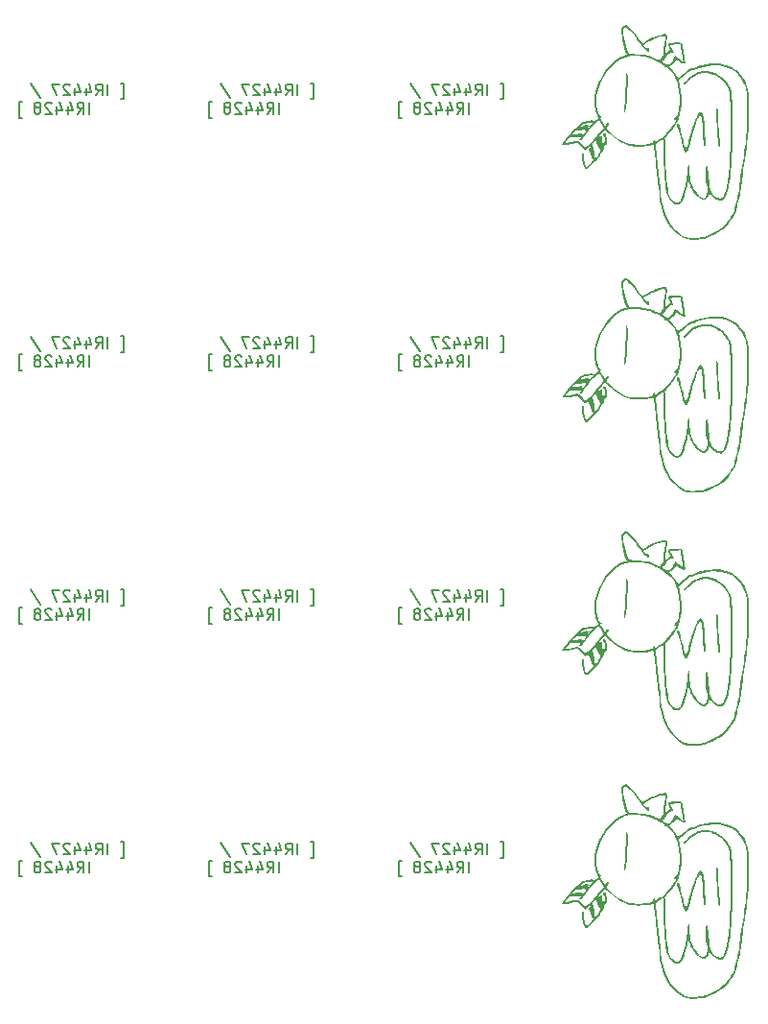
<source format=gbr>
%TF.GenerationSoftware,KiCad,Pcbnew,7.0.2*%
%TF.CreationDate,2023-10-31T00:57:24+09:00*%
%TF.ProjectId,kikit,6b696b69-742e-46b6-9963-61645f706362,rev?*%
%TF.SameCoordinates,Original*%
%TF.FileFunction,Legend,Bot*%
%TF.FilePolarity,Positive*%
%FSLAX46Y46*%
G04 Gerber Fmt 4.6, Leading zero omitted, Abs format (unit mm)*
G04 Created by KiCad (PCBNEW 7.0.2) date 2023-10-31 00:57:24*
%MOMM*%
%LPD*%
G01*
G04 APERTURE LIST*
%ADD10C,0.150000*%
G04 APERTURE END LIST*
D10*
X153437190Y-49292952D02*
X153675285Y-49292952D01*
X153675285Y-49292952D02*
X153675285Y-47864380D01*
X153675285Y-47864380D02*
X153437190Y-47864380D01*
X152294332Y-48959619D02*
X152294332Y-47959619D01*
X151246714Y-48959619D02*
X151580047Y-48483428D01*
X151818142Y-48959619D02*
X151818142Y-47959619D01*
X151818142Y-47959619D02*
X151437190Y-47959619D01*
X151437190Y-47959619D02*
X151341952Y-48007238D01*
X151341952Y-48007238D02*
X151294333Y-48054857D01*
X151294333Y-48054857D02*
X151246714Y-48150095D01*
X151246714Y-48150095D02*
X151246714Y-48292952D01*
X151246714Y-48292952D02*
X151294333Y-48388190D01*
X151294333Y-48388190D02*
X151341952Y-48435809D01*
X151341952Y-48435809D02*
X151437190Y-48483428D01*
X151437190Y-48483428D02*
X151818142Y-48483428D01*
X150389571Y-48292952D02*
X150389571Y-48959619D01*
X150627666Y-47912000D02*
X150865761Y-48626285D01*
X150865761Y-48626285D02*
X150246714Y-48626285D01*
X149437190Y-48292952D02*
X149437190Y-48959619D01*
X149675285Y-47912000D02*
X149913380Y-48626285D01*
X149913380Y-48626285D02*
X149294333Y-48626285D01*
X148960999Y-48054857D02*
X148913380Y-48007238D01*
X148913380Y-48007238D02*
X148818142Y-47959619D01*
X148818142Y-47959619D02*
X148580047Y-47959619D01*
X148580047Y-47959619D02*
X148484809Y-48007238D01*
X148484809Y-48007238D02*
X148437190Y-48054857D01*
X148437190Y-48054857D02*
X148389571Y-48150095D01*
X148389571Y-48150095D02*
X148389571Y-48245333D01*
X148389571Y-48245333D02*
X148437190Y-48388190D01*
X148437190Y-48388190D02*
X149008618Y-48959619D01*
X149008618Y-48959619D02*
X148389571Y-48959619D01*
X148056237Y-47959619D02*
X147389571Y-47959619D01*
X147389571Y-47959619D02*
X147818142Y-48959619D01*
X145532428Y-47912000D02*
X146389570Y-49197714D01*
X150675284Y-50579619D02*
X150675284Y-49579619D01*
X149627666Y-50579619D02*
X149960999Y-50103428D01*
X150199094Y-50579619D02*
X150199094Y-49579619D01*
X150199094Y-49579619D02*
X149818142Y-49579619D01*
X149818142Y-49579619D02*
X149722904Y-49627238D01*
X149722904Y-49627238D02*
X149675285Y-49674857D01*
X149675285Y-49674857D02*
X149627666Y-49770095D01*
X149627666Y-49770095D02*
X149627666Y-49912952D01*
X149627666Y-49912952D02*
X149675285Y-50008190D01*
X149675285Y-50008190D02*
X149722904Y-50055809D01*
X149722904Y-50055809D02*
X149818142Y-50103428D01*
X149818142Y-50103428D02*
X150199094Y-50103428D01*
X148770523Y-49912952D02*
X148770523Y-50579619D01*
X149008618Y-49532000D02*
X149246713Y-50246285D01*
X149246713Y-50246285D02*
X148627666Y-50246285D01*
X147818142Y-49912952D02*
X147818142Y-50579619D01*
X148056237Y-49532000D02*
X148294332Y-50246285D01*
X148294332Y-50246285D02*
X147675285Y-50246285D01*
X147341951Y-49674857D02*
X147294332Y-49627238D01*
X147294332Y-49627238D02*
X147199094Y-49579619D01*
X147199094Y-49579619D02*
X146960999Y-49579619D01*
X146960999Y-49579619D02*
X146865761Y-49627238D01*
X146865761Y-49627238D02*
X146818142Y-49674857D01*
X146818142Y-49674857D02*
X146770523Y-49770095D01*
X146770523Y-49770095D02*
X146770523Y-49865333D01*
X146770523Y-49865333D02*
X146818142Y-50008190D01*
X146818142Y-50008190D02*
X147389570Y-50579619D01*
X147389570Y-50579619D02*
X146770523Y-50579619D01*
X146199094Y-50008190D02*
X146294332Y-49960571D01*
X146294332Y-49960571D02*
X146341951Y-49912952D01*
X146341951Y-49912952D02*
X146389570Y-49817714D01*
X146389570Y-49817714D02*
X146389570Y-49770095D01*
X146389570Y-49770095D02*
X146341951Y-49674857D01*
X146341951Y-49674857D02*
X146294332Y-49627238D01*
X146294332Y-49627238D02*
X146199094Y-49579619D01*
X146199094Y-49579619D02*
X146008618Y-49579619D01*
X146008618Y-49579619D02*
X145913380Y-49627238D01*
X145913380Y-49627238D02*
X145865761Y-49674857D01*
X145865761Y-49674857D02*
X145818142Y-49770095D01*
X145818142Y-49770095D02*
X145818142Y-49817714D01*
X145818142Y-49817714D02*
X145865761Y-49912952D01*
X145865761Y-49912952D02*
X145913380Y-49960571D01*
X145913380Y-49960571D02*
X146008618Y-50008190D01*
X146008618Y-50008190D02*
X146199094Y-50008190D01*
X146199094Y-50008190D02*
X146294332Y-50055809D01*
X146294332Y-50055809D02*
X146341951Y-50103428D01*
X146341951Y-50103428D02*
X146389570Y-50198666D01*
X146389570Y-50198666D02*
X146389570Y-50389142D01*
X146389570Y-50389142D02*
X146341951Y-50484380D01*
X146341951Y-50484380D02*
X146294332Y-50532000D01*
X146294332Y-50532000D02*
X146199094Y-50579619D01*
X146199094Y-50579619D02*
X146008618Y-50579619D01*
X146008618Y-50579619D02*
X145913380Y-50532000D01*
X145913380Y-50532000D02*
X145865761Y-50484380D01*
X145865761Y-50484380D02*
X145818142Y-50389142D01*
X145818142Y-50389142D02*
X145818142Y-50198666D01*
X145818142Y-50198666D02*
X145865761Y-50103428D01*
X145865761Y-50103428D02*
X145913380Y-50055809D01*
X145913380Y-50055809D02*
X146008618Y-50008190D01*
X144722903Y-50912952D02*
X144484808Y-50912952D01*
X144484808Y-50912952D02*
X144484808Y-49484380D01*
X144484808Y-49484380D02*
X144722903Y-49484380D01*
X153437190Y-26972952D02*
X153675285Y-26972952D01*
X153675285Y-26972952D02*
X153675285Y-25544380D01*
X153675285Y-25544380D02*
X153437190Y-25544380D01*
X152294332Y-26639619D02*
X152294332Y-25639619D01*
X151246714Y-26639619D02*
X151580047Y-26163428D01*
X151818142Y-26639619D02*
X151818142Y-25639619D01*
X151818142Y-25639619D02*
X151437190Y-25639619D01*
X151437190Y-25639619D02*
X151341952Y-25687238D01*
X151341952Y-25687238D02*
X151294333Y-25734857D01*
X151294333Y-25734857D02*
X151246714Y-25830095D01*
X151246714Y-25830095D02*
X151246714Y-25972952D01*
X151246714Y-25972952D02*
X151294333Y-26068190D01*
X151294333Y-26068190D02*
X151341952Y-26115809D01*
X151341952Y-26115809D02*
X151437190Y-26163428D01*
X151437190Y-26163428D02*
X151818142Y-26163428D01*
X150389571Y-25972952D02*
X150389571Y-26639619D01*
X150627666Y-25592000D02*
X150865761Y-26306285D01*
X150865761Y-26306285D02*
X150246714Y-26306285D01*
X149437190Y-25972952D02*
X149437190Y-26639619D01*
X149675285Y-25592000D02*
X149913380Y-26306285D01*
X149913380Y-26306285D02*
X149294333Y-26306285D01*
X148960999Y-25734857D02*
X148913380Y-25687238D01*
X148913380Y-25687238D02*
X148818142Y-25639619D01*
X148818142Y-25639619D02*
X148580047Y-25639619D01*
X148580047Y-25639619D02*
X148484809Y-25687238D01*
X148484809Y-25687238D02*
X148437190Y-25734857D01*
X148437190Y-25734857D02*
X148389571Y-25830095D01*
X148389571Y-25830095D02*
X148389571Y-25925333D01*
X148389571Y-25925333D02*
X148437190Y-26068190D01*
X148437190Y-26068190D02*
X149008618Y-26639619D01*
X149008618Y-26639619D02*
X148389571Y-26639619D01*
X148056237Y-25639619D02*
X147389571Y-25639619D01*
X147389571Y-25639619D02*
X147818142Y-26639619D01*
X145532428Y-25592000D02*
X146389570Y-26877714D01*
X150675284Y-28259619D02*
X150675284Y-27259619D01*
X149627666Y-28259619D02*
X149960999Y-27783428D01*
X150199094Y-28259619D02*
X150199094Y-27259619D01*
X150199094Y-27259619D02*
X149818142Y-27259619D01*
X149818142Y-27259619D02*
X149722904Y-27307238D01*
X149722904Y-27307238D02*
X149675285Y-27354857D01*
X149675285Y-27354857D02*
X149627666Y-27450095D01*
X149627666Y-27450095D02*
X149627666Y-27592952D01*
X149627666Y-27592952D02*
X149675285Y-27688190D01*
X149675285Y-27688190D02*
X149722904Y-27735809D01*
X149722904Y-27735809D02*
X149818142Y-27783428D01*
X149818142Y-27783428D02*
X150199094Y-27783428D01*
X148770523Y-27592952D02*
X148770523Y-28259619D01*
X149008618Y-27212000D02*
X149246713Y-27926285D01*
X149246713Y-27926285D02*
X148627666Y-27926285D01*
X147818142Y-27592952D02*
X147818142Y-28259619D01*
X148056237Y-27212000D02*
X148294332Y-27926285D01*
X148294332Y-27926285D02*
X147675285Y-27926285D01*
X147341951Y-27354857D02*
X147294332Y-27307238D01*
X147294332Y-27307238D02*
X147199094Y-27259619D01*
X147199094Y-27259619D02*
X146960999Y-27259619D01*
X146960999Y-27259619D02*
X146865761Y-27307238D01*
X146865761Y-27307238D02*
X146818142Y-27354857D01*
X146818142Y-27354857D02*
X146770523Y-27450095D01*
X146770523Y-27450095D02*
X146770523Y-27545333D01*
X146770523Y-27545333D02*
X146818142Y-27688190D01*
X146818142Y-27688190D02*
X147389570Y-28259619D01*
X147389570Y-28259619D02*
X146770523Y-28259619D01*
X146199094Y-27688190D02*
X146294332Y-27640571D01*
X146294332Y-27640571D02*
X146341951Y-27592952D01*
X146341951Y-27592952D02*
X146389570Y-27497714D01*
X146389570Y-27497714D02*
X146389570Y-27450095D01*
X146389570Y-27450095D02*
X146341951Y-27354857D01*
X146341951Y-27354857D02*
X146294332Y-27307238D01*
X146294332Y-27307238D02*
X146199094Y-27259619D01*
X146199094Y-27259619D02*
X146008618Y-27259619D01*
X146008618Y-27259619D02*
X145913380Y-27307238D01*
X145913380Y-27307238D02*
X145865761Y-27354857D01*
X145865761Y-27354857D02*
X145818142Y-27450095D01*
X145818142Y-27450095D02*
X145818142Y-27497714D01*
X145818142Y-27497714D02*
X145865761Y-27592952D01*
X145865761Y-27592952D02*
X145913380Y-27640571D01*
X145913380Y-27640571D02*
X146008618Y-27688190D01*
X146008618Y-27688190D02*
X146199094Y-27688190D01*
X146199094Y-27688190D02*
X146294332Y-27735809D01*
X146294332Y-27735809D02*
X146341951Y-27783428D01*
X146341951Y-27783428D02*
X146389570Y-27878666D01*
X146389570Y-27878666D02*
X146389570Y-28069142D01*
X146389570Y-28069142D02*
X146341951Y-28164380D01*
X146341951Y-28164380D02*
X146294332Y-28212000D01*
X146294332Y-28212000D02*
X146199094Y-28259619D01*
X146199094Y-28259619D02*
X146008618Y-28259619D01*
X146008618Y-28259619D02*
X145913380Y-28212000D01*
X145913380Y-28212000D02*
X145865761Y-28164380D01*
X145865761Y-28164380D02*
X145818142Y-28069142D01*
X145818142Y-28069142D02*
X145818142Y-27878666D01*
X145818142Y-27878666D02*
X145865761Y-27783428D01*
X145865761Y-27783428D02*
X145913380Y-27735809D01*
X145913380Y-27735809D02*
X146008618Y-27688190D01*
X144722903Y-28592952D02*
X144484808Y-28592952D01*
X144484808Y-28592952D02*
X144484808Y-27164380D01*
X144484808Y-27164380D02*
X144722903Y-27164380D01*
X170201190Y-26972952D02*
X170439285Y-26972952D01*
X170439285Y-26972952D02*
X170439285Y-25544380D01*
X170439285Y-25544380D02*
X170201190Y-25544380D01*
X169058332Y-26639619D02*
X169058332Y-25639619D01*
X168010714Y-26639619D02*
X168344047Y-26163428D01*
X168582142Y-26639619D02*
X168582142Y-25639619D01*
X168582142Y-25639619D02*
X168201190Y-25639619D01*
X168201190Y-25639619D02*
X168105952Y-25687238D01*
X168105952Y-25687238D02*
X168058333Y-25734857D01*
X168058333Y-25734857D02*
X168010714Y-25830095D01*
X168010714Y-25830095D02*
X168010714Y-25972952D01*
X168010714Y-25972952D02*
X168058333Y-26068190D01*
X168058333Y-26068190D02*
X168105952Y-26115809D01*
X168105952Y-26115809D02*
X168201190Y-26163428D01*
X168201190Y-26163428D02*
X168582142Y-26163428D01*
X167153571Y-25972952D02*
X167153571Y-26639619D01*
X167391666Y-25592000D02*
X167629761Y-26306285D01*
X167629761Y-26306285D02*
X167010714Y-26306285D01*
X166201190Y-25972952D02*
X166201190Y-26639619D01*
X166439285Y-25592000D02*
X166677380Y-26306285D01*
X166677380Y-26306285D02*
X166058333Y-26306285D01*
X165724999Y-25734857D02*
X165677380Y-25687238D01*
X165677380Y-25687238D02*
X165582142Y-25639619D01*
X165582142Y-25639619D02*
X165344047Y-25639619D01*
X165344047Y-25639619D02*
X165248809Y-25687238D01*
X165248809Y-25687238D02*
X165201190Y-25734857D01*
X165201190Y-25734857D02*
X165153571Y-25830095D01*
X165153571Y-25830095D02*
X165153571Y-25925333D01*
X165153571Y-25925333D02*
X165201190Y-26068190D01*
X165201190Y-26068190D02*
X165772618Y-26639619D01*
X165772618Y-26639619D02*
X165153571Y-26639619D01*
X164820237Y-25639619D02*
X164153571Y-25639619D01*
X164153571Y-25639619D02*
X164582142Y-26639619D01*
X162296428Y-25592000D02*
X163153570Y-26877714D01*
X167439284Y-28259619D02*
X167439284Y-27259619D01*
X166391666Y-28259619D02*
X166724999Y-27783428D01*
X166963094Y-28259619D02*
X166963094Y-27259619D01*
X166963094Y-27259619D02*
X166582142Y-27259619D01*
X166582142Y-27259619D02*
X166486904Y-27307238D01*
X166486904Y-27307238D02*
X166439285Y-27354857D01*
X166439285Y-27354857D02*
X166391666Y-27450095D01*
X166391666Y-27450095D02*
X166391666Y-27592952D01*
X166391666Y-27592952D02*
X166439285Y-27688190D01*
X166439285Y-27688190D02*
X166486904Y-27735809D01*
X166486904Y-27735809D02*
X166582142Y-27783428D01*
X166582142Y-27783428D02*
X166963094Y-27783428D01*
X165534523Y-27592952D02*
X165534523Y-28259619D01*
X165772618Y-27212000D02*
X166010713Y-27926285D01*
X166010713Y-27926285D02*
X165391666Y-27926285D01*
X164582142Y-27592952D02*
X164582142Y-28259619D01*
X164820237Y-27212000D02*
X165058332Y-27926285D01*
X165058332Y-27926285D02*
X164439285Y-27926285D01*
X164105951Y-27354857D02*
X164058332Y-27307238D01*
X164058332Y-27307238D02*
X163963094Y-27259619D01*
X163963094Y-27259619D02*
X163724999Y-27259619D01*
X163724999Y-27259619D02*
X163629761Y-27307238D01*
X163629761Y-27307238D02*
X163582142Y-27354857D01*
X163582142Y-27354857D02*
X163534523Y-27450095D01*
X163534523Y-27450095D02*
X163534523Y-27545333D01*
X163534523Y-27545333D02*
X163582142Y-27688190D01*
X163582142Y-27688190D02*
X164153570Y-28259619D01*
X164153570Y-28259619D02*
X163534523Y-28259619D01*
X162963094Y-27688190D02*
X163058332Y-27640571D01*
X163058332Y-27640571D02*
X163105951Y-27592952D01*
X163105951Y-27592952D02*
X163153570Y-27497714D01*
X163153570Y-27497714D02*
X163153570Y-27450095D01*
X163153570Y-27450095D02*
X163105951Y-27354857D01*
X163105951Y-27354857D02*
X163058332Y-27307238D01*
X163058332Y-27307238D02*
X162963094Y-27259619D01*
X162963094Y-27259619D02*
X162772618Y-27259619D01*
X162772618Y-27259619D02*
X162677380Y-27307238D01*
X162677380Y-27307238D02*
X162629761Y-27354857D01*
X162629761Y-27354857D02*
X162582142Y-27450095D01*
X162582142Y-27450095D02*
X162582142Y-27497714D01*
X162582142Y-27497714D02*
X162629761Y-27592952D01*
X162629761Y-27592952D02*
X162677380Y-27640571D01*
X162677380Y-27640571D02*
X162772618Y-27688190D01*
X162772618Y-27688190D02*
X162963094Y-27688190D01*
X162963094Y-27688190D02*
X163058332Y-27735809D01*
X163058332Y-27735809D02*
X163105951Y-27783428D01*
X163105951Y-27783428D02*
X163153570Y-27878666D01*
X163153570Y-27878666D02*
X163153570Y-28069142D01*
X163153570Y-28069142D02*
X163105951Y-28164380D01*
X163105951Y-28164380D02*
X163058332Y-28212000D01*
X163058332Y-28212000D02*
X162963094Y-28259619D01*
X162963094Y-28259619D02*
X162772618Y-28259619D01*
X162772618Y-28259619D02*
X162677380Y-28212000D01*
X162677380Y-28212000D02*
X162629761Y-28164380D01*
X162629761Y-28164380D02*
X162582142Y-28069142D01*
X162582142Y-28069142D02*
X162582142Y-27878666D01*
X162582142Y-27878666D02*
X162629761Y-27783428D01*
X162629761Y-27783428D02*
X162677380Y-27735809D01*
X162677380Y-27735809D02*
X162772618Y-27688190D01*
X161486903Y-28592952D02*
X161248808Y-28592952D01*
X161248808Y-28592952D02*
X161248808Y-27164380D01*
X161248808Y-27164380D02*
X161486903Y-27164380D01*
X153437190Y-93932952D02*
X153675285Y-93932952D01*
X153675285Y-93932952D02*
X153675285Y-92504380D01*
X153675285Y-92504380D02*
X153437190Y-92504380D01*
X152294332Y-93599619D02*
X152294332Y-92599619D01*
X151246714Y-93599619D02*
X151580047Y-93123428D01*
X151818142Y-93599619D02*
X151818142Y-92599619D01*
X151818142Y-92599619D02*
X151437190Y-92599619D01*
X151437190Y-92599619D02*
X151341952Y-92647238D01*
X151341952Y-92647238D02*
X151294333Y-92694857D01*
X151294333Y-92694857D02*
X151246714Y-92790095D01*
X151246714Y-92790095D02*
X151246714Y-92932952D01*
X151246714Y-92932952D02*
X151294333Y-93028190D01*
X151294333Y-93028190D02*
X151341952Y-93075809D01*
X151341952Y-93075809D02*
X151437190Y-93123428D01*
X151437190Y-93123428D02*
X151818142Y-93123428D01*
X150389571Y-92932952D02*
X150389571Y-93599619D01*
X150627666Y-92552000D02*
X150865761Y-93266285D01*
X150865761Y-93266285D02*
X150246714Y-93266285D01*
X149437190Y-92932952D02*
X149437190Y-93599619D01*
X149675285Y-92552000D02*
X149913380Y-93266285D01*
X149913380Y-93266285D02*
X149294333Y-93266285D01*
X148960999Y-92694857D02*
X148913380Y-92647238D01*
X148913380Y-92647238D02*
X148818142Y-92599619D01*
X148818142Y-92599619D02*
X148580047Y-92599619D01*
X148580047Y-92599619D02*
X148484809Y-92647238D01*
X148484809Y-92647238D02*
X148437190Y-92694857D01*
X148437190Y-92694857D02*
X148389571Y-92790095D01*
X148389571Y-92790095D02*
X148389571Y-92885333D01*
X148389571Y-92885333D02*
X148437190Y-93028190D01*
X148437190Y-93028190D02*
X149008618Y-93599619D01*
X149008618Y-93599619D02*
X148389571Y-93599619D01*
X148056237Y-92599619D02*
X147389571Y-92599619D01*
X147389571Y-92599619D02*
X147818142Y-93599619D01*
X145532428Y-92552000D02*
X146389570Y-93837714D01*
X150675284Y-95219619D02*
X150675284Y-94219619D01*
X149627666Y-95219619D02*
X149960999Y-94743428D01*
X150199094Y-95219619D02*
X150199094Y-94219619D01*
X150199094Y-94219619D02*
X149818142Y-94219619D01*
X149818142Y-94219619D02*
X149722904Y-94267238D01*
X149722904Y-94267238D02*
X149675285Y-94314857D01*
X149675285Y-94314857D02*
X149627666Y-94410095D01*
X149627666Y-94410095D02*
X149627666Y-94552952D01*
X149627666Y-94552952D02*
X149675285Y-94648190D01*
X149675285Y-94648190D02*
X149722904Y-94695809D01*
X149722904Y-94695809D02*
X149818142Y-94743428D01*
X149818142Y-94743428D02*
X150199094Y-94743428D01*
X148770523Y-94552952D02*
X148770523Y-95219619D01*
X149008618Y-94172000D02*
X149246713Y-94886285D01*
X149246713Y-94886285D02*
X148627666Y-94886285D01*
X147818142Y-94552952D02*
X147818142Y-95219619D01*
X148056237Y-94172000D02*
X148294332Y-94886285D01*
X148294332Y-94886285D02*
X147675285Y-94886285D01*
X147341951Y-94314857D02*
X147294332Y-94267238D01*
X147294332Y-94267238D02*
X147199094Y-94219619D01*
X147199094Y-94219619D02*
X146960999Y-94219619D01*
X146960999Y-94219619D02*
X146865761Y-94267238D01*
X146865761Y-94267238D02*
X146818142Y-94314857D01*
X146818142Y-94314857D02*
X146770523Y-94410095D01*
X146770523Y-94410095D02*
X146770523Y-94505333D01*
X146770523Y-94505333D02*
X146818142Y-94648190D01*
X146818142Y-94648190D02*
X147389570Y-95219619D01*
X147389570Y-95219619D02*
X146770523Y-95219619D01*
X146199094Y-94648190D02*
X146294332Y-94600571D01*
X146294332Y-94600571D02*
X146341951Y-94552952D01*
X146341951Y-94552952D02*
X146389570Y-94457714D01*
X146389570Y-94457714D02*
X146389570Y-94410095D01*
X146389570Y-94410095D02*
X146341951Y-94314857D01*
X146341951Y-94314857D02*
X146294332Y-94267238D01*
X146294332Y-94267238D02*
X146199094Y-94219619D01*
X146199094Y-94219619D02*
X146008618Y-94219619D01*
X146008618Y-94219619D02*
X145913380Y-94267238D01*
X145913380Y-94267238D02*
X145865761Y-94314857D01*
X145865761Y-94314857D02*
X145818142Y-94410095D01*
X145818142Y-94410095D02*
X145818142Y-94457714D01*
X145818142Y-94457714D02*
X145865761Y-94552952D01*
X145865761Y-94552952D02*
X145913380Y-94600571D01*
X145913380Y-94600571D02*
X146008618Y-94648190D01*
X146008618Y-94648190D02*
X146199094Y-94648190D01*
X146199094Y-94648190D02*
X146294332Y-94695809D01*
X146294332Y-94695809D02*
X146341951Y-94743428D01*
X146341951Y-94743428D02*
X146389570Y-94838666D01*
X146389570Y-94838666D02*
X146389570Y-95029142D01*
X146389570Y-95029142D02*
X146341951Y-95124380D01*
X146341951Y-95124380D02*
X146294332Y-95172000D01*
X146294332Y-95172000D02*
X146199094Y-95219619D01*
X146199094Y-95219619D02*
X146008618Y-95219619D01*
X146008618Y-95219619D02*
X145913380Y-95172000D01*
X145913380Y-95172000D02*
X145865761Y-95124380D01*
X145865761Y-95124380D02*
X145818142Y-95029142D01*
X145818142Y-95029142D02*
X145818142Y-94838666D01*
X145818142Y-94838666D02*
X145865761Y-94743428D01*
X145865761Y-94743428D02*
X145913380Y-94695809D01*
X145913380Y-94695809D02*
X146008618Y-94648190D01*
X144722903Y-95552952D02*
X144484808Y-95552952D01*
X144484808Y-95552952D02*
X144484808Y-94124380D01*
X144484808Y-94124380D02*
X144722903Y-94124380D01*
X136673190Y-49292952D02*
X136911285Y-49292952D01*
X136911285Y-49292952D02*
X136911285Y-47864380D01*
X136911285Y-47864380D02*
X136673190Y-47864380D01*
X135530332Y-48959619D02*
X135530332Y-47959619D01*
X134482714Y-48959619D02*
X134816047Y-48483428D01*
X135054142Y-48959619D02*
X135054142Y-47959619D01*
X135054142Y-47959619D02*
X134673190Y-47959619D01*
X134673190Y-47959619D02*
X134577952Y-48007238D01*
X134577952Y-48007238D02*
X134530333Y-48054857D01*
X134530333Y-48054857D02*
X134482714Y-48150095D01*
X134482714Y-48150095D02*
X134482714Y-48292952D01*
X134482714Y-48292952D02*
X134530333Y-48388190D01*
X134530333Y-48388190D02*
X134577952Y-48435809D01*
X134577952Y-48435809D02*
X134673190Y-48483428D01*
X134673190Y-48483428D02*
X135054142Y-48483428D01*
X133625571Y-48292952D02*
X133625571Y-48959619D01*
X133863666Y-47912000D02*
X134101761Y-48626285D01*
X134101761Y-48626285D02*
X133482714Y-48626285D01*
X132673190Y-48292952D02*
X132673190Y-48959619D01*
X132911285Y-47912000D02*
X133149380Y-48626285D01*
X133149380Y-48626285D02*
X132530333Y-48626285D01*
X132196999Y-48054857D02*
X132149380Y-48007238D01*
X132149380Y-48007238D02*
X132054142Y-47959619D01*
X132054142Y-47959619D02*
X131816047Y-47959619D01*
X131816047Y-47959619D02*
X131720809Y-48007238D01*
X131720809Y-48007238D02*
X131673190Y-48054857D01*
X131673190Y-48054857D02*
X131625571Y-48150095D01*
X131625571Y-48150095D02*
X131625571Y-48245333D01*
X131625571Y-48245333D02*
X131673190Y-48388190D01*
X131673190Y-48388190D02*
X132244618Y-48959619D01*
X132244618Y-48959619D02*
X131625571Y-48959619D01*
X131292237Y-47959619D02*
X130625571Y-47959619D01*
X130625571Y-47959619D02*
X131054142Y-48959619D01*
X128768428Y-47912000D02*
X129625570Y-49197714D01*
X133911284Y-50579619D02*
X133911284Y-49579619D01*
X132863666Y-50579619D02*
X133196999Y-50103428D01*
X133435094Y-50579619D02*
X133435094Y-49579619D01*
X133435094Y-49579619D02*
X133054142Y-49579619D01*
X133054142Y-49579619D02*
X132958904Y-49627238D01*
X132958904Y-49627238D02*
X132911285Y-49674857D01*
X132911285Y-49674857D02*
X132863666Y-49770095D01*
X132863666Y-49770095D02*
X132863666Y-49912952D01*
X132863666Y-49912952D02*
X132911285Y-50008190D01*
X132911285Y-50008190D02*
X132958904Y-50055809D01*
X132958904Y-50055809D02*
X133054142Y-50103428D01*
X133054142Y-50103428D02*
X133435094Y-50103428D01*
X132006523Y-49912952D02*
X132006523Y-50579619D01*
X132244618Y-49532000D02*
X132482713Y-50246285D01*
X132482713Y-50246285D02*
X131863666Y-50246285D01*
X131054142Y-49912952D02*
X131054142Y-50579619D01*
X131292237Y-49532000D02*
X131530332Y-50246285D01*
X131530332Y-50246285D02*
X130911285Y-50246285D01*
X130577951Y-49674857D02*
X130530332Y-49627238D01*
X130530332Y-49627238D02*
X130435094Y-49579619D01*
X130435094Y-49579619D02*
X130196999Y-49579619D01*
X130196999Y-49579619D02*
X130101761Y-49627238D01*
X130101761Y-49627238D02*
X130054142Y-49674857D01*
X130054142Y-49674857D02*
X130006523Y-49770095D01*
X130006523Y-49770095D02*
X130006523Y-49865333D01*
X130006523Y-49865333D02*
X130054142Y-50008190D01*
X130054142Y-50008190D02*
X130625570Y-50579619D01*
X130625570Y-50579619D02*
X130006523Y-50579619D01*
X129435094Y-50008190D02*
X129530332Y-49960571D01*
X129530332Y-49960571D02*
X129577951Y-49912952D01*
X129577951Y-49912952D02*
X129625570Y-49817714D01*
X129625570Y-49817714D02*
X129625570Y-49770095D01*
X129625570Y-49770095D02*
X129577951Y-49674857D01*
X129577951Y-49674857D02*
X129530332Y-49627238D01*
X129530332Y-49627238D02*
X129435094Y-49579619D01*
X129435094Y-49579619D02*
X129244618Y-49579619D01*
X129244618Y-49579619D02*
X129149380Y-49627238D01*
X129149380Y-49627238D02*
X129101761Y-49674857D01*
X129101761Y-49674857D02*
X129054142Y-49770095D01*
X129054142Y-49770095D02*
X129054142Y-49817714D01*
X129054142Y-49817714D02*
X129101761Y-49912952D01*
X129101761Y-49912952D02*
X129149380Y-49960571D01*
X129149380Y-49960571D02*
X129244618Y-50008190D01*
X129244618Y-50008190D02*
X129435094Y-50008190D01*
X129435094Y-50008190D02*
X129530332Y-50055809D01*
X129530332Y-50055809D02*
X129577951Y-50103428D01*
X129577951Y-50103428D02*
X129625570Y-50198666D01*
X129625570Y-50198666D02*
X129625570Y-50389142D01*
X129625570Y-50389142D02*
X129577951Y-50484380D01*
X129577951Y-50484380D02*
X129530332Y-50532000D01*
X129530332Y-50532000D02*
X129435094Y-50579619D01*
X129435094Y-50579619D02*
X129244618Y-50579619D01*
X129244618Y-50579619D02*
X129149380Y-50532000D01*
X129149380Y-50532000D02*
X129101761Y-50484380D01*
X129101761Y-50484380D02*
X129054142Y-50389142D01*
X129054142Y-50389142D02*
X129054142Y-50198666D01*
X129054142Y-50198666D02*
X129101761Y-50103428D01*
X129101761Y-50103428D02*
X129149380Y-50055809D01*
X129149380Y-50055809D02*
X129244618Y-50008190D01*
X127958903Y-50912952D02*
X127720808Y-50912952D01*
X127720808Y-50912952D02*
X127720808Y-49484380D01*
X127720808Y-49484380D02*
X127958903Y-49484380D01*
X136673190Y-71612952D02*
X136911285Y-71612952D01*
X136911285Y-71612952D02*
X136911285Y-70184380D01*
X136911285Y-70184380D02*
X136673190Y-70184380D01*
X135530332Y-71279619D02*
X135530332Y-70279619D01*
X134482714Y-71279619D02*
X134816047Y-70803428D01*
X135054142Y-71279619D02*
X135054142Y-70279619D01*
X135054142Y-70279619D02*
X134673190Y-70279619D01*
X134673190Y-70279619D02*
X134577952Y-70327238D01*
X134577952Y-70327238D02*
X134530333Y-70374857D01*
X134530333Y-70374857D02*
X134482714Y-70470095D01*
X134482714Y-70470095D02*
X134482714Y-70612952D01*
X134482714Y-70612952D02*
X134530333Y-70708190D01*
X134530333Y-70708190D02*
X134577952Y-70755809D01*
X134577952Y-70755809D02*
X134673190Y-70803428D01*
X134673190Y-70803428D02*
X135054142Y-70803428D01*
X133625571Y-70612952D02*
X133625571Y-71279619D01*
X133863666Y-70232000D02*
X134101761Y-70946285D01*
X134101761Y-70946285D02*
X133482714Y-70946285D01*
X132673190Y-70612952D02*
X132673190Y-71279619D01*
X132911285Y-70232000D02*
X133149380Y-70946285D01*
X133149380Y-70946285D02*
X132530333Y-70946285D01*
X132196999Y-70374857D02*
X132149380Y-70327238D01*
X132149380Y-70327238D02*
X132054142Y-70279619D01*
X132054142Y-70279619D02*
X131816047Y-70279619D01*
X131816047Y-70279619D02*
X131720809Y-70327238D01*
X131720809Y-70327238D02*
X131673190Y-70374857D01*
X131673190Y-70374857D02*
X131625571Y-70470095D01*
X131625571Y-70470095D02*
X131625571Y-70565333D01*
X131625571Y-70565333D02*
X131673190Y-70708190D01*
X131673190Y-70708190D02*
X132244618Y-71279619D01*
X132244618Y-71279619D02*
X131625571Y-71279619D01*
X131292237Y-70279619D02*
X130625571Y-70279619D01*
X130625571Y-70279619D02*
X131054142Y-71279619D01*
X128768428Y-70232000D02*
X129625570Y-71517714D01*
X133911284Y-72899619D02*
X133911284Y-71899619D01*
X132863666Y-72899619D02*
X133196999Y-72423428D01*
X133435094Y-72899619D02*
X133435094Y-71899619D01*
X133435094Y-71899619D02*
X133054142Y-71899619D01*
X133054142Y-71899619D02*
X132958904Y-71947238D01*
X132958904Y-71947238D02*
X132911285Y-71994857D01*
X132911285Y-71994857D02*
X132863666Y-72090095D01*
X132863666Y-72090095D02*
X132863666Y-72232952D01*
X132863666Y-72232952D02*
X132911285Y-72328190D01*
X132911285Y-72328190D02*
X132958904Y-72375809D01*
X132958904Y-72375809D02*
X133054142Y-72423428D01*
X133054142Y-72423428D02*
X133435094Y-72423428D01*
X132006523Y-72232952D02*
X132006523Y-72899619D01*
X132244618Y-71852000D02*
X132482713Y-72566285D01*
X132482713Y-72566285D02*
X131863666Y-72566285D01*
X131054142Y-72232952D02*
X131054142Y-72899619D01*
X131292237Y-71852000D02*
X131530332Y-72566285D01*
X131530332Y-72566285D02*
X130911285Y-72566285D01*
X130577951Y-71994857D02*
X130530332Y-71947238D01*
X130530332Y-71947238D02*
X130435094Y-71899619D01*
X130435094Y-71899619D02*
X130196999Y-71899619D01*
X130196999Y-71899619D02*
X130101761Y-71947238D01*
X130101761Y-71947238D02*
X130054142Y-71994857D01*
X130054142Y-71994857D02*
X130006523Y-72090095D01*
X130006523Y-72090095D02*
X130006523Y-72185333D01*
X130006523Y-72185333D02*
X130054142Y-72328190D01*
X130054142Y-72328190D02*
X130625570Y-72899619D01*
X130625570Y-72899619D02*
X130006523Y-72899619D01*
X129435094Y-72328190D02*
X129530332Y-72280571D01*
X129530332Y-72280571D02*
X129577951Y-72232952D01*
X129577951Y-72232952D02*
X129625570Y-72137714D01*
X129625570Y-72137714D02*
X129625570Y-72090095D01*
X129625570Y-72090095D02*
X129577951Y-71994857D01*
X129577951Y-71994857D02*
X129530332Y-71947238D01*
X129530332Y-71947238D02*
X129435094Y-71899619D01*
X129435094Y-71899619D02*
X129244618Y-71899619D01*
X129244618Y-71899619D02*
X129149380Y-71947238D01*
X129149380Y-71947238D02*
X129101761Y-71994857D01*
X129101761Y-71994857D02*
X129054142Y-72090095D01*
X129054142Y-72090095D02*
X129054142Y-72137714D01*
X129054142Y-72137714D02*
X129101761Y-72232952D01*
X129101761Y-72232952D02*
X129149380Y-72280571D01*
X129149380Y-72280571D02*
X129244618Y-72328190D01*
X129244618Y-72328190D02*
X129435094Y-72328190D01*
X129435094Y-72328190D02*
X129530332Y-72375809D01*
X129530332Y-72375809D02*
X129577951Y-72423428D01*
X129577951Y-72423428D02*
X129625570Y-72518666D01*
X129625570Y-72518666D02*
X129625570Y-72709142D01*
X129625570Y-72709142D02*
X129577951Y-72804380D01*
X129577951Y-72804380D02*
X129530332Y-72852000D01*
X129530332Y-72852000D02*
X129435094Y-72899619D01*
X129435094Y-72899619D02*
X129244618Y-72899619D01*
X129244618Y-72899619D02*
X129149380Y-72852000D01*
X129149380Y-72852000D02*
X129101761Y-72804380D01*
X129101761Y-72804380D02*
X129054142Y-72709142D01*
X129054142Y-72709142D02*
X129054142Y-72518666D01*
X129054142Y-72518666D02*
X129101761Y-72423428D01*
X129101761Y-72423428D02*
X129149380Y-72375809D01*
X129149380Y-72375809D02*
X129244618Y-72328190D01*
X127958903Y-73232952D02*
X127720808Y-73232952D01*
X127720808Y-73232952D02*
X127720808Y-71804380D01*
X127720808Y-71804380D02*
X127958903Y-71804380D01*
X136673190Y-26972952D02*
X136911285Y-26972952D01*
X136911285Y-26972952D02*
X136911285Y-25544380D01*
X136911285Y-25544380D02*
X136673190Y-25544380D01*
X135530332Y-26639619D02*
X135530332Y-25639619D01*
X134482714Y-26639619D02*
X134816047Y-26163428D01*
X135054142Y-26639619D02*
X135054142Y-25639619D01*
X135054142Y-25639619D02*
X134673190Y-25639619D01*
X134673190Y-25639619D02*
X134577952Y-25687238D01*
X134577952Y-25687238D02*
X134530333Y-25734857D01*
X134530333Y-25734857D02*
X134482714Y-25830095D01*
X134482714Y-25830095D02*
X134482714Y-25972952D01*
X134482714Y-25972952D02*
X134530333Y-26068190D01*
X134530333Y-26068190D02*
X134577952Y-26115809D01*
X134577952Y-26115809D02*
X134673190Y-26163428D01*
X134673190Y-26163428D02*
X135054142Y-26163428D01*
X133625571Y-25972952D02*
X133625571Y-26639619D01*
X133863666Y-25592000D02*
X134101761Y-26306285D01*
X134101761Y-26306285D02*
X133482714Y-26306285D01*
X132673190Y-25972952D02*
X132673190Y-26639619D01*
X132911285Y-25592000D02*
X133149380Y-26306285D01*
X133149380Y-26306285D02*
X132530333Y-26306285D01*
X132196999Y-25734857D02*
X132149380Y-25687238D01*
X132149380Y-25687238D02*
X132054142Y-25639619D01*
X132054142Y-25639619D02*
X131816047Y-25639619D01*
X131816047Y-25639619D02*
X131720809Y-25687238D01*
X131720809Y-25687238D02*
X131673190Y-25734857D01*
X131673190Y-25734857D02*
X131625571Y-25830095D01*
X131625571Y-25830095D02*
X131625571Y-25925333D01*
X131625571Y-25925333D02*
X131673190Y-26068190D01*
X131673190Y-26068190D02*
X132244618Y-26639619D01*
X132244618Y-26639619D02*
X131625571Y-26639619D01*
X131292237Y-25639619D02*
X130625571Y-25639619D01*
X130625571Y-25639619D02*
X131054142Y-26639619D01*
X128768428Y-25592000D02*
X129625570Y-26877714D01*
X133911284Y-28259619D02*
X133911284Y-27259619D01*
X132863666Y-28259619D02*
X133196999Y-27783428D01*
X133435094Y-28259619D02*
X133435094Y-27259619D01*
X133435094Y-27259619D02*
X133054142Y-27259619D01*
X133054142Y-27259619D02*
X132958904Y-27307238D01*
X132958904Y-27307238D02*
X132911285Y-27354857D01*
X132911285Y-27354857D02*
X132863666Y-27450095D01*
X132863666Y-27450095D02*
X132863666Y-27592952D01*
X132863666Y-27592952D02*
X132911285Y-27688190D01*
X132911285Y-27688190D02*
X132958904Y-27735809D01*
X132958904Y-27735809D02*
X133054142Y-27783428D01*
X133054142Y-27783428D02*
X133435094Y-27783428D01*
X132006523Y-27592952D02*
X132006523Y-28259619D01*
X132244618Y-27212000D02*
X132482713Y-27926285D01*
X132482713Y-27926285D02*
X131863666Y-27926285D01*
X131054142Y-27592952D02*
X131054142Y-28259619D01*
X131292237Y-27212000D02*
X131530332Y-27926285D01*
X131530332Y-27926285D02*
X130911285Y-27926285D01*
X130577951Y-27354857D02*
X130530332Y-27307238D01*
X130530332Y-27307238D02*
X130435094Y-27259619D01*
X130435094Y-27259619D02*
X130196999Y-27259619D01*
X130196999Y-27259619D02*
X130101761Y-27307238D01*
X130101761Y-27307238D02*
X130054142Y-27354857D01*
X130054142Y-27354857D02*
X130006523Y-27450095D01*
X130006523Y-27450095D02*
X130006523Y-27545333D01*
X130006523Y-27545333D02*
X130054142Y-27688190D01*
X130054142Y-27688190D02*
X130625570Y-28259619D01*
X130625570Y-28259619D02*
X130006523Y-28259619D01*
X129435094Y-27688190D02*
X129530332Y-27640571D01*
X129530332Y-27640571D02*
X129577951Y-27592952D01*
X129577951Y-27592952D02*
X129625570Y-27497714D01*
X129625570Y-27497714D02*
X129625570Y-27450095D01*
X129625570Y-27450095D02*
X129577951Y-27354857D01*
X129577951Y-27354857D02*
X129530332Y-27307238D01*
X129530332Y-27307238D02*
X129435094Y-27259619D01*
X129435094Y-27259619D02*
X129244618Y-27259619D01*
X129244618Y-27259619D02*
X129149380Y-27307238D01*
X129149380Y-27307238D02*
X129101761Y-27354857D01*
X129101761Y-27354857D02*
X129054142Y-27450095D01*
X129054142Y-27450095D02*
X129054142Y-27497714D01*
X129054142Y-27497714D02*
X129101761Y-27592952D01*
X129101761Y-27592952D02*
X129149380Y-27640571D01*
X129149380Y-27640571D02*
X129244618Y-27688190D01*
X129244618Y-27688190D02*
X129435094Y-27688190D01*
X129435094Y-27688190D02*
X129530332Y-27735809D01*
X129530332Y-27735809D02*
X129577951Y-27783428D01*
X129577951Y-27783428D02*
X129625570Y-27878666D01*
X129625570Y-27878666D02*
X129625570Y-28069142D01*
X129625570Y-28069142D02*
X129577951Y-28164380D01*
X129577951Y-28164380D02*
X129530332Y-28212000D01*
X129530332Y-28212000D02*
X129435094Y-28259619D01*
X129435094Y-28259619D02*
X129244618Y-28259619D01*
X129244618Y-28259619D02*
X129149380Y-28212000D01*
X129149380Y-28212000D02*
X129101761Y-28164380D01*
X129101761Y-28164380D02*
X129054142Y-28069142D01*
X129054142Y-28069142D02*
X129054142Y-27878666D01*
X129054142Y-27878666D02*
X129101761Y-27783428D01*
X129101761Y-27783428D02*
X129149380Y-27735809D01*
X129149380Y-27735809D02*
X129244618Y-27688190D01*
X127958903Y-28592952D02*
X127720808Y-28592952D01*
X127720808Y-28592952D02*
X127720808Y-27164380D01*
X127720808Y-27164380D02*
X127958903Y-27164380D01*
X136673190Y-93932952D02*
X136911285Y-93932952D01*
X136911285Y-93932952D02*
X136911285Y-92504380D01*
X136911285Y-92504380D02*
X136673190Y-92504380D01*
X135530332Y-93599619D02*
X135530332Y-92599619D01*
X134482714Y-93599619D02*
X134816047Y-93123428D01*
X135054142Y-93599619D02*
X135054142Y-92599619D01*
X135054142Y-92599619D02*
X134673190Y-92599619D01*
X134673190Y-92599619D02*
X134577952Y-92647238D01*
X134577952Y-92647238D02*
X134530333Y-92694857D01*
X134530333Y-92694857D02*
X134482714Y-92790095D01*
X134482714Y-92790095D02*
X134482714Y-92932952D01*
X134482714Y-92932952D02*
X134530333Y-93028190D01*
X134530333Y-93028190D02*
X134577952Y-93075809D01*
X134577952Y-93075809D02*
X134673190Y-93123428D01*
X134673190Y-93123428D02*
X135054142Y-93123428D01*
X133625571Y-92932952D02*
X133625571Y-93599619D01*
X133863666Y-92552000D02*
X134101761Y-93266285D01*
X134101761Y-93266285D02*
X133482714Y-93266285D01*
X132673190Y-92932952D02*
X132673190Y-93599619D01*
X132911285Y-92552000D02*
X133149380Y-93266285D01*
X133149380Y-93266285D02*
X132530333Y-93266285D01*
X132196999Y-92694857D02*
X132149380Y-92647238D01*
X132149380Y-92647238D02*
X132054142Y-92599619D01*
X132054142Y-92599619D02*
X131816047Y-92599619D01*
X131816047Y-92599619D02*
X131720809Y-92647238D01*
X131720809Y-92647238D02*
X131673190Y-92694857D01*
X131673190Y-92694857D02*
X131625571Y-92790095D01*
X131625571Y-92790095D02*
X131625571Y-92885333D01*
X131625571Y-92885333D02*
X131673190Y-93028190D01*
X131673190Y-93028190D02*
X132244618Y-93599619D01*
X132244618Y-93599619D02*
X131625571Y-93599619D01*
X131292237Y-92599619D02*
X130625571Y-92599619D01*
X130625571Y-92599619D02*
X131054142Y-93599619D01*
X128768428Y-92552000D02*
X129625570Y-93837714D01*
X133911284Y-95219619D02*
X133911284Y-94219619D01*
X132863666Y-95219619D02*
X133196999Y-94743428D01*
X133435094Y-95219619D02*
X133435094Y-94219619D01*
X133435094Y-94219619D02*
X133054142Y-94219619D01*
X133054142Y-94219619D02*
X132958904Y-94267238D01*
X132958904Y-94267238D02*
X132911285Y-94314857D01*
X132911285Y-94314857D02*
X132863666Y-94410095D01*
X132863666Y-94410095D02*
X132863666Y-94552952D01*
X132863666Y-94552952D02*
X132911285Y-94648190D01*
X132911285Y-94648190D02*
X132958904Y-94695809D01*
X132958904Y-94695809D02*
X133054142Y-94743428D01*
X133054142Y-94743428D02*
X133435094Y-94743428D01*
X132006523Y-94552952D02*
X132006523Y-95219619D01*
X132244618Y-94172000D02*
X132482713Y-94886285D01*
X132482713Y-94886285D02*
X131863666Y-94886285D01*
X131054142Y-94552952D02*
X131054142Y-95219619D01*
X131292237Y-94172000D02*
X131530332Y-94886285D01*
X131530332Y-94886285D02*
X130911285Y-94886285D01*
X130577951Y-94314857D02*
X130530332Y-94267238D01*
X130530332Y-94267238D02*
X130435094Y-94219619D01*
X130435094Y-94219619D02*
X130196999Y-94219619D01*
X130196999Y-94219619D02*
X130101761Y-94267238D01*
X130101761Y-94267238D02*
X130054142Y-94314857D01*
X130054142Y-94314857D02*
X130006523Y-94410095D01*
X130006523Y-94410095D02*
X130006523Y-94505333D01*
X130006523Y-94505333D02*
X130054142Y-94648190D01*
X130054142Y-94648190D02*
X130625570Y-95219619D01*
X130625570Y-95219619D02*
X130006523Y-95219619D01*
X129435094Y-94648190D02*
X129530332Y-94600571D01*
X129530332Y-94600571D02*
X129577951Y-94552952D01*
X129577951Y-94552952D02*
X129625570Y-94457714D01*
X129625570Y-94457714D02*
X129625570Y-94410095D01*
X129625570Y-94410095D02*
X129577951Y-94314857D01*
X129577951Y-94314857D02*
X129530332Y-94267238D01*
X129530332Y-94267238D02*
X129435094Y-94219619D01*
X129435094Y-94219619D02*
X129244618Y-94219619D01*
X129244618Y-94219619D02*
X129149380Y-94267238D01*
X129149380Y-94267238D02*
X129101761Y-94314857D01*
X129101761Y-94314857D02*
X129054142Y-94410095D01*
X129054142Y-94410095D02*
X129054142Y-94457714D01*
X129054142Y-94457714D02*
X129101761Y-94552952D01*
X129101761Y-94552952D02*
X129149380Y-94600571D01*
X129149380Y-94600571D02*
X129244618Y-94648190D01*
X129244618Y-94648190D02*
X129435094Y-94648190D01*
X129435094Y-94648190D02*
X129530332Y-94695809D01*
X129530332Y-94695809D02*
X129577951Y-94743428D01*
X129577951Y-94743428D02*
X129625570Y-94838666D01*
X129625570Y-94838666D02*
X129625570Y-95029142D01*
X129625570Y-95029142D02*
X129577951Y-95124380D01*
X129577951Y-95124380D02*
X129530332Y-95172000D01*
X129530332Y-95172000D02*
X129435094Y-95219619D01*
X129435094Y-95219619D02*
X129244618Y-95219619D01*
X129244618Y-95219619D02*
X129149380Y-95172000D01*
X129149380Y-95172000D02*
X129101761Y-95124380D01*
X129101761Y-95124380D02*
X129054142Y-95029142D01*
X129054142Y-95029142D02*
X129054142Y-94838666D01*
X129054142Y-94838666D02*
X129101761Y-94743428D01*
X129101761Y-94743428D02*
X129149380Y-94695809D01*
X129149380Y-94695809D02*
X129244618Y-94648190D01*
X127958903Y-95552952D02*
X127720808Y-95552952D01*
X127720808Y-95552952D02*
X127720808Y-94124380D01*
X127720808Y-94124380D02*
X127958903Y-94124380D01*
X170201190Y-71612952D02*
X170439285Y-71612952D01*
X170439285Y-71612952D02*
X170439285Y-70184380D01*
X170439285Y-70184380D02*
X170201190Y-70184380D01*
X169058332Y-71279619D02*
X169058332Y-70279619D01*
X168010714Y-71279619D02*
X168344047Y-70803428D01*
X168582142Y-71279619D02*
X168582142Y-70279619D01*
X168582142Y-70279619D02*
X168201190Y-70279619D01*
X168201190Y-70279619D02*
X168105952Y-70327238D01*
X168105952Y-70327238D02*
X168058333Y-70374857D01*
X168058333Y-70374857D02*
X168010714Y-70470095D01*
X168010714Y-70470095D02*
X168010714Y-70612952D01*
X168010714Y-70612952D02*
X168058333Y-70708190D01*
X168058333Y-70708190D02*
X168105952Y-70755809D01*
X168105952Y-70755809D02*
X168201190Y-70803428D01*
X168201190Y-70803428D02*
X168582142Y-70803428D01*
X167153571Y-70612952D02*
X167153571Y-71279619D01*
X167391666Y-70232000D02*
X167629761Y-70946285D01*
X167629761Y-70946285D02*
X167010714Y-70946285D01*
X166201190Y-70612952D02*
X166201190Y-71279619D01*
X166439285Y-70232000D02*
X166677380Y-70946285D01*
X166677380Y-70946285D02*
X166058333Y-70946285D01*
X165724999Y-70374857D02*
X165677380Y-70327238D01*
X165677380Y-70327238D02*
X165582142Y-70279619D01*
X165582142Y-70279619D02*
X165344047Y-70279619D01*
X165344047Y-70279619D02*
X165248809Y-70327238D01*
X165248809Y-70327238D02*
X165201190Y-70374857D01*
X165201190Y-70374857D02*
X165153571Y-70470095D01*
X165153571Y-70470095D02*
X165153571Y-70565333D01*
X165153571Y-70565333D02*
X165201190Y-70708190D01*
X165201190Y-70708190D02*
X165772618Y-71279619D01*
X165772618Y-71279619D02*
X165153571Y-71279619D01*
X164820237Y-70279619D02*
X164153571Y-70279619D01*
X164153571Y-70279619D02*
X164582142Y-71279619D01*
X162296428Y-70232000D02*
X163153570Y-71517714D01*
X167439284Y-72899619D02*
X167439284Y-71899619D01*
X166391666Y-72899619D02*
X166724999Y-72423428D01*
X166963094Y-72899619D02*
X166963094Y-71899619D01*
X166963094Y-71899619D02*
X166582142Y-71899619D01*
X166582142Y-71899619D02*
X166486904Y-71947238D01*
X166486904Y-71947238D02*
X166439285Y-71994857D01*
X166439285Y-71994857D02*
X166391666Y-72090095D01*
X166391666Y-72090095D02*
X166391666Y-72232952D01*
X166391666Y-72232952D02*
X166439285Y-72328190D01*
X166439285Y-72328190D02*
X166486904Y-72375809D01*
X166486904Y-72375809D02*
X166582142Y-72423428D01*
X166582142Y-72423428D02*
X166963094Y-72423428D01*
X165534523Y-72232952D02*
X165534523Y-72899619D01*
X165772618Y-71852000D02*
X166010713Y-72566285D01*
X166010713Y-72566285D02*
X165391666Y-72566285D01*
X164582142Y-72232952D02*
X164582142Y-72899619D01*
X164820237Y-71852000D02*
X165058332Y-72566285D01*
X165058332Y-72566285D02*
X164439285Y-72566285D01*
X164105951Y-71994857D02*
X164058332Y-71947238D01*
X164058332Y-71947238D02*
X163963094Y-71899619D01*
X163963094Y-71899619D02*
X163724999Y-71899619D01*
X163724999Y-71899619D02*
X163629761Y-71947238D01*
X163629761Y-71947238D02*
X163582142Y-71994857D01*
X163582142Y-71994857D02*
X163534523Y-72090095D01*
X163534523Y-72090095D02*
X163534523Y-72185333D01*
X163534523Y-72185333D02*
X163582142Y-72328190D01*
X163582142Y-72328190D02*
X164153570Y-72899619D01*
X164153570Y-72899619D02*
X163534523Y-72899619D01*
X162963094Y-72328190D02*
X163058332Y-72280571D01*
X163058332Y-72280571D02*
X163105951Y-72232952D01*
X163105951Y-72232952D02*
X163153570Y-72137714D01*
X163153570Y-72137714D02*
X163153570Y-72090095D01*
X163153570Y-72090095D02*
X163105951Y-71994857D01*
X163105951Y-71994857D02*
X163058332Y-71947238D01*
X163058332Y-71947238D02*
X162963094Y-71899619D01*
X162963094Y-71899619D02*
X162772618Y-71899619D01*
X162772618Y-71899619D02*
X162677380Y-71947238D01*
X162677380Y-71947238D02*
X162629761Y-71994857D01*
X162629761Y-71994857D02*
X162582142Y-72090095D01*
X162582142Y-72090095D02*
X162582142Y-72137714D01*
X162582142Y-72137714D02*
X162629761Y-72232952D01*
X162629761Y-72232952D02*
X162677380Y-72280571D01*
X162677380Y-72280571D02*
X162772618Y-72328190D01*
X162772618Y-72328190D02*
X162963094Y-72328190D01*
X162963094Y-72328190D02*
X163058332Y-72375809D01*
X163058332Y-72375809D02*
X163105951Y-72423428D01*
X163105951Y-72423428D02*
X163153570Y-72518666D01*
X163153570Y-72518666D02*
X163153570Y-72709142D01*
X163153570Y-72709142D02*
X163105951Y-72804380D01*
X163105951Y-72804380D02*
X163058332Y-72852000D01*
X163058332Y-72852000D02*
X162963094Y-72899619D01*
X162963094Y-72899619D02*
X162772618Y-72899619D01*
X162772618Y-72899619D02*
X162677380Y-72852000D01*
X162677380Y-72852000D02*
X162629761Y-72804380D01*
X162629761Y-72804380D02*
X162582142Y-72709142D01*
X162582142Y-72709142D02*
X162582142Y-72518666D01*
X162582142Y-72518666D02*
X162629761Y-72423428D01*
X162629761Y-72423428D02*
X162677380Y-72375809D01*
X162677380Y-72375809D02*
X162772618Y-72328190D01*
X161486903Y-73232952D02*
X161248808Y-73232952D01*
X161248808Y-73232952D02*
X161248808Y-71804380D01*
X161248808Y-71804380D02*
X161486903Y-71804380D01*
X153437190Y-71612952D02*
X153675285Y-71612952D01*
X153675285Y-71612952D02*
X153675285Y-70184380D01*
X153675285Y-70184380D02*
X153437190Y-70184380D01*
X152294332Y-71279619D02*
X152294332Y-70279619D01*
X151246714Y-71279619D02*
X151580047Y-70803428D01*
X151818142Y-71279619D02*
X151818142Y-70279619D01*
X151818142Y-70279619D02*
X151437190Y-70279619D01*
X151437190Y-70279619D02*
X151341952Y-70327238D01*
X151341952Y-70327238D02*
X151294333Y-70374857D01*
X151294333Y-70374857D02*
X151246714Y-70470095D01*
X151246714Y-70470095D02*
X151246714Y-70612952D01*
X151246714Y-70612952D02*
X151294333Y-70708190D01*
X151294333Y-70708190D02*
X151341952Y-70755809D01*
X151341952Y-70755809D02*
X151437190Y-70803428D01*
X151437190Y-70803428D02*
X151818142Y-70803428D01*
X150389571Y-70612952D02*
X150389571Y-71279619D01*
X150627666Y-70232000D02*
X150865761Y-70946285D01*
X150865761Y-70946285D02*
X150246714Y-70946285D01*
X149437190Y-70612952D02*
X149437190Y-71279619D01*
X149675285Y-70232000D02*
X149913380Y-70946285D01*
X149913380Y-70946285D02*
X149294333Y-70946285D01*
X148960999Y-70374857D02*
X148913380Y-70327238D01*
X148913380Y-70327238D02*
X148818142Y-70279619D01*
X148818142Y-70279619D02*
X148580047Y-70279619D01*
X148580047Y-70279619D02*
X148484809Y-70327238D01*
X148484809Y-70327238D02*
X148437190Y-70374857D01*
X148437190Y-70374857D02*
X148389571Y-70470095D01*
X148389571Y-70470095D02*
X148389571Y-70565333D01*
X148389571Y-70565333D02*
X148437190Y-70708190D01*
X148437190Y-70708190D02*
X149008618Y-71279619D01*
X149008618Y-71279619D02*
X148389571Y-71279619D01*
X148056237Y-70279619D02*
X147389571Y-70279619D01*
X147389571Y-70279619D02*
X147818142Y-71279619D01*
X145532428Y-70232000D02*
X146389570Y-71517714D01*
X150675284Y-72899619D02*
X150675284Y-71899619D01*
X149627666Y-72899619D02*
X149960999Y-72423428D01*
X150199094Y-72899619D02*
X150199094Y-71899619D01*
X150199094Y-71899619D02*
X149818142Y-71899619D01*
X149818142Y-71899619D02*
X149722904Y-71947238D01*
X149722904Y-71947238D02*
X149675285Y-71994857D01*
X149675285Y-71994857D02*
X149627666Y-72090095D01*
X149627666Y-72090095D02*
X149627666Y-72232952D01*
X149627666Y-72232952D02*
X149675285Y-72328190D01*
X149675285Y-72328190D02*
X149722904Y-72375809D01*
X149722904Y-72375809D02*
X149818142Y-72423428D01*
X149818142Y-72423428D02*
X150199094Y-72423428D01*
X148770523Y-72232952D02*
X148770523Y-72899619D01*
X149008618Y-71852000D02*
X149246713Y-72566285D01*
X149246713Y-72566285D02*
X148627666Y-72566285D01*
X147818142Y-72232952D02*
X147818142Y-72899619D01*
X148056237Y-71852000D02*
X148294332Y-72566285D01*
X148294332Y-72566285D02*
X147675285Y-72566285D01*
X147341951Y-71994857D02*
X147294332Y-71947238D01*
X147294332Y-71947238D02*
X147199094Y-71899619D01*
X147199094Y-71899619D02*
X146960999Y-71899619D01*
X146960999Y-71899619D02*
X146865761Y-71947238D01*
X146865761Y-71947238D02*
X146818142Y-71994857D01*
X146818142Y-71994857D02*
X146770523Y-72090095D01*
X146770523Y-72090095D02*
X146770523Y-72185333D01*
X146770523Y-72185333D02*
X146818142Y-72328190D01*
X146818142Y-72328190D02*
X147389570Y-72899619D01*
X147389570Y-72899619D02*
X146770523Y-72899619D01*
X146199094Y-72328190D02*
X146294332Y-72280571D01*
X146294332Y-72280571D02*
X146341951Y-72232952D01*
X146341951Y-72232952D02*
X146389570Y-72137714D01*
X146389570Y-72137714D02*
X146389570Y-72090095D01*
X146389570Y-72090095D02*
X146341951Y-71994857D01*
X146341951Y-71994857D02*
X146294332Y-71947238D01*
X146294332Y-71947238D02*
X146199094Y-71899619D01*
X146199094Y-71899619D02*
X146008618Y-71899619D01*
X146008618Y-71899619D02*
X145913380Y-71947238D01*
X145913380Y-71947238D02*
X145865761Y-71994857D01*
X145865761Y-71994857D02*
X145818142Y-72090095D01*
X145818142Y-72090095D02*
X145818142Y-72137714D01*
X145818142Y-72137714D02*
X145865761Y-72232952D01*
X145865761Y-72232952D02*
X145913380Y-72280571D01*
X145913380Y-72280571D02*
X146008618Y-72328190D01*
X146008618Y-72328190D02*
X146199094Y-72328190D01*
X146199094Y-72328190D02*
X146294332Y-72375809D01*
X146294332Y-72375809D02*
X146341951Y-72423428D01*
X146341951Y-72423428D02*
X146389570Y-72518666D01*
X146389570Y-72518666D02*
X146389570Y-72709142D01*
X146389570Y-72709142D02*
X146341951Y-72804380D01*
X146341951Y-72804380D02*
X146294332Y-72852000D01*
X146294332Y-72852000D02*
X146199094Y-72899619D01*
X146199094Y-72899619D02*
X146008618Y-72899619D01*
X146008618Y-72899619D02*
X145913380Y-72852000D01*
X145913380Y-72852000D02*
X145865761Y-72804380D01*
X145865761Y-72804380D02*
X145818142Y-72709142D01*
X145818142Y-72709142D02*
X145818142Y-72518666D01*
X145818142Y-72518666D02*
X145865761Y-72423428D01*
X145865761Y-72423428D02*
X145913380Y-72375809D01*
X145913380Y-72375809D02*
X146008618Y-72328190D01*
X144722903Y-73232952D02*
X144484808Y-73232952D01*
X144484808Y-73232952D02*
X144484808Y-71804380D01*
X144484808Y-71804380D02*
X144722903Y-71804380D01*
X170201190Y-49292952D02*
X170439285Y-49292952D01*
X170439285Y-49292952D02*
X170439285Y-47864380D01*
X170439285Y-47864380D02*
X170201190Y-47864380D01*
X169058332Y-48959619D02*
X169058332Y-47959619D01*
X168010714Y-48959619D02*
X168344047Y-48483428D01*
X168582142Y-48959619D02*
X168582142Y-47959619D01*
X168582142Y-47959619D02*
X168201190Y-47959619D01*
X168201190Y-47959619D02*
X168105952Y-48007238D01*
X168105952Y-48007238D02*
X168058333Y-48054857D01*
X168058333Y-48054857D02*
X168010714Y-48150095D01*
X168010714Y-48150095D02*
X168010714Y-48292952D01*
X168010714Y-48292952D02*
X168058333Y-48388190D01*
X168058333Y-48388190D02*
X168105952Y-48435809D01*
X168105952Y-48435809D02*
X168201190Y-48483428D01*
X168201190Y-48483428D02*
X168582142Y-48483428D01*
X167153571Y-48292952D02*
X167153571Y-48959619D01*
X167391666Y-47912000D02*
X167629761Y-48626285D01*
X167629761Y-48626285D02*
X167010714Y-48626285D01*
X166201190Y-48292952D02*
X166201190Y-48959619D01*
X166439285Y-47912000D02*
X166677380Y-48626285D01*
X166677380Y-48626285D02*
X166058333Y-48626285D01*
X165724999Y-48054857D02*
X165677380Y-48007238D01*
X165677380Y-48007238D02*
X165582142Y-47959619D01*
X165582142Y-47959619D02*
X165344047Y-47959619D01*
X165344047Y-47959619D02*
X165248809Y-48007238D01*
X165248809Y-48007238D02*
X165201190Y-48054857D01*
X165201190Y-48054857D02*
X165153571Y-48150095D01*
X165153571Y-48150095D02*
X165153571Y-48245333D01*
X165153571Y-48245333D02*
X165201190Y-48388190D01*
X165201190Y-48388190D02*
X165772618Y-48959619D01*
X165772618Y-48959619D02*
X165153571Y-48959619D01*
X164820237Y-47959619D02*
X164153571Y-47959619D01*
X164153571Y-47959619D02*
X164582142Y-48959619D01*
X162296428Y-47912000D02*
X163153570Y-49197714D01*
X167439284Y-50579619D02*
X167439284Y-49579619D01*
X166391666Y-50579619D02*
X166724999Y-50103428D01*
X166963094Y-50579619D02*
X166963094Y-49579619D01*
X166963094Y-49579619D02*
X166582142Y-49579619D01*
X166582142Y-49579619D02*
X166486904Y-49627238D01*
X166486904Y-49627238D02*
X166439285Y-49674857D01*
X166439285Y-49674857D02*
X166391666Y-49770095D01*
X166391666Y-49770095D02*
X166391666Y-49912952D01*
X166391666Y-49912952D02*
X166439285Y-50008190D01*
X166439285Y-50008190D02*
X166486904Y-50055809D01*
X166486904Y-50055809D02*
X166582142Y-50103428D01*
X166582142Y-50103428D02*
X166963094Y-50103428D01*
X165534523Y-49912952D02*
X165534523Y-50579619D01*
X165772618Y-49532000D02*
X166010713Y-50246285D01*
X166010713Y-50246285D02*
X165391666Y-50246285D01*
X164582142Y-49912952D02*
X164582142Y-50579619D01*
X164820237Y-49532000D02*
X165058332Y-50246285D01*
X165058332Y-50246285D02*
X164439285Y-50246285D01*
X164105951Y-49674857D02*
X164058332Y-49627238D01*
X164058332Y-49627238D02*
X163963094Y-49579619D01*
X163963094Y-49579619D02*
X163724999Y-49579619D01*
X163724999Y-49579619D02*
X163629761Y-49627238D01*
X163629761Y-49627238D02*
X163582142Y-49674857D01*
X163582142Y-49674857D02*
X163534523Y-49770095D01*
X163534523Y-49770095D02*
X163534523Y-49865333D01*
X163534523Y-49865333D02*
X163582142Y-50008190D01*
X163582142Y-50008190D02*
X164153570Y-50579619D01*
X164153570Y-50579619D02*
X163534523Y-50579619D01*
X162963094Y-50008190D02*
X163058332Y-49960571D01*
X163058332Y-49960571D02*
X163105951Y-49912952D01*
X163105951Y-49912952D02*
X163153570Y-49817714D01*
X163153570Y-49817714D02*
X163153570Y-49770095D01*
X163153570Y-49770095D02*
X163105951Y-49674857D01*
X163105951Y-49674857D02*
X163058332Y-49627238D01*
X163058332Y-49627238D02*
X162963094Y-49579619D01*
X162963094Y-49579619D02*
X162772618Y-49579619D01*
X162772618Y-49579619D02*
X162677380Y-49627238D01*
X162677380Y-49627238D02*
X162629761Y-49674857D01*
X162629761Y-49674857D02*
X162582142Y-49770095D01*
X162582142Y-49770095D02*
X162582142Y-49817714D01*
X162582142Y-49817714D02*
X162629761Y-49912952D01*
X162629761Y-49912952D02*
X162677380Y-49960571D01*
X162677380Y-49960571D02*
X162772618Y-50008190D01*
X162772618Y-50008190D02*
X162963094Y-50008190D01*
X162963094Y-50008190D02*
X163058332Y-50055809D01*
X163058332Y-50055809D02*
X163105951Y-50103428D01*
X163105951Y-50103428D02*
X163153570Y-50198666D01*
X163153570Y-50198666D02*
X163153570Y-50389142D01*
X163153570Y-50389142D02*
X163105951Y-50484380D01*
X163105951Y-50484380D02*
X163058332Y-50532000D01*
X163058332Y-50532000D02*
X162963094Y-50579619D01*
X162963094Y-50579619D02*
X162772618Y-50579619D01*
X162772618Y-50579619D02*
X162677380Y-50532000D01*
X162677380Y-50532000D02*
X162629761Y-50484380D01*
X162629761Y-50484380D02*
X162582142Y-50389142D01*
X162582142Y-50389142D02*
X162582142Y-50198666D01*
X162582142Y-50198666D02*
X162629761Y-50103428D01*
X162629761Y-50103428D02*
X162677380Y-50055809D01*
X162677380Y-50055809D02*
X162772618Y-50008190D01*
X161486903Y-50912952D02*
X161248808Y-50912952D01*
X161248808Y-50912952D02*
X161248808Y-49484380D01*
X161248808Y-49484380D02*
X161486903Y-49484380D01*
X170201190Y-93932952D02*
X170439285Y-93932952D01*
X170439285Y-93932952D02*
X170439285Y-92504380D01*
X170439285Y-92504380D02*
X170201190Y-92504380D01*
X169058332Y-93599619D02*
X169058332Y-92599619D01*
X168010714Y-93599619D02*
X168344047Y-93123428D01*
X168582142Y-93599619D02*
X168582142Y-92599619D01*
X168582142Y-92599619D02*
X168201190Y-92599619D01*
X168201190Y-92599619D02*
X168105952Y-92647238D01*
X168105952Y-92647238D02*
X168058333Y-92694857D01*
X168058333Y-92694857D02*
X168010714Y-92790095D01*
X168010714Y-92790095D02*
X168010714Y-92932952D01*
X168010714Y-92932952D02*
X168058333Y-93028190D01*
X168058333Y-93028190D02*
X168105952Y-93075809D01*
X168105952Y-93075809D02*
X168201190Y-93123428D01*
X168201190Y-93123428D02*
X168582142Y-93123428D01*
X167153571Y-92932952D02*
X167153571Y-93599619D01*
X167391666Y-92552000D02*
X167629761Y-93266285D01*
X167629761Y-93266285D02*
X167010714Y-93266285D01*
X166201190Y-92932952D02*
X166201190Y-93599619D01*
X166439285Y-92552000D02*
X166677380Y-93266285D01*
X166677380Y-93266285D02*
X166058333Y-93266285D01*
X165724999Y-92694857D02*
X165677380Y-92647238D01*
X165677380Y-92647238D02*
X165582142Y-92599619D01*
X165582142Y-92599619D02*
X165344047Y-92599619D01*
X165344047Y-92599619D02*
X165248809Y-92647238D01*
X165248809Y-92647238D02*
X165201190Y-92694857D01*
X165201190Y-92694857D02*
X165153571Y-92790095D01*
X165153571Y-92790095D02*
X165153571Y-92885333D01*
X165153571Y-92885333D02*
X165201190Y-93028190D01*
X165201190Y-93028190D02*
X165772618Y-93599619D01*
X165772618Y-93599619D02*
X165153571Y-93599619D01*
X164820237Y-92599619D02*
X164153571Y-92599619D01*
X164153571Y-92599619D02*
X164582142Y-93599619D01*
X162296428Y-92552000D02*
X163153570Y-93837714D01*
X167439284Y-95219619D02*
X167439284Y-94219619D01*
X166391666Y-95219619D02*
X166724999Y-94743428D01*
X166963094Y-95219619D02*
X166963094Y-94219619D01*
X166963094Y-94219619D02*
X166582142Y-94219619D01*
X166582142Y-94219619D02*
X166486904Y-94267238D01*
X166486904Y-94267238D02*
X166439285Y-94314857D01*
X166439285Y-94314857D02*
X166391666Y-94410095D01*
X166391666Y-94410095D02*
X166391666Y-94552952D01*
X166391666Y-94552952D02*
X166439285Y-94648190D01*
X166439285Y-94648190D02*
X166486904Y-94695809D01*
X166486904Y-94695809D02*
X166582142Y-94743428D01*
X166582142Y-94743428D02*
X166963094Y-94743428D01*
X165534523Y-94552952D02*
X165534523Y-95219619D01*
X165772618Y-94172000D02*
X166010713Y-94886285D01*
X166010713Y-94886285D02*
X165391666Y-94886285D01*
X164582142Y-94552952D02*
X164582142Y-95219619D01*
X164820237Y-94172000D02*
X165058332Y-94886285D01*
X165058332Y-94886285D02*
X164439285Y-94886285D01*
X164105951Y-94314857D02*
X164058332Y-94267238D01*
X164058332Y-94267238D02*
X163963094Y-94219619D01*
X163963094Y-94219619D02*
X163724999Y-94219619D01*
X163724999Y-94219619D02*
X163629761Y-94267238D01*
X163629761Y-94267238D02*
X163582142Y-94314857D01*
X163582142Y-94314857D02*
X163534523Y-94410095D01*
X163534523Y-94410095D02*
X163534523Y-94505333D01*
X163534523Y-94505333D02*
X163582142Y-94648190D01*
X163582142Y-94648190D02*
X164153570Y-95219619D01*
X164153570Y-95219619D02*
X163534523Y-95219619D01*
X162963094Y-94648190D02*
X163058332Y-94600571D01*
X163058332Y-94600571D02*
X163105951Y-94552952D01*
X163105951Y-94552952D02*
X163153570Y-94457714D01*
X163153570Y-94457714D02*
X163153570Y-94410095D01*
X163153570Y-94410095D02*
X163105951Y-94314857D01*
X163105951Y-94314857D02*
X163058332Y-94267238D01*
X163058332Y-94267238D02*
X162963094Y-94219619D01*
X162963094Y-94219619D02*
X162772618Y-94219619D01*
X162772618Y-94219619D02*
X162677380Y-94267238D01*
X162677380Y-94267238D02*
X162629761Y-94314857D01*
X162629761Y-94314857D02*
X162582142Y-94410095D01*
X162582142Y-94410095D02*
X162582142Y-94457714D01*
X162582142Y-94457714D02*
X162629761Y-94552952D01*
X162629761Y-94552952D02*
X162677380Y-94600571D01*
X162677380Y-94600571D02*
X162772618Y-94648190D01*
X162772618Y-94648190D02*
X162963094Y-94648190D01*
X162963094Y-94648190D02*
X163058332Y-94695809D01*
X163058332Y-94695809D02*
X163105951Y-94743428D01*
X163105951Y-94743428D02*
X163153570Y-94838666D01*
X163153570Y-94838666D02*
X163153570Y-95029142D01*
X163153570Y-95029142D02*
X163105951Y-95124380D01*
X163105951Y-95124380D02*
X163058332Y-95172000D01*
X163058332Y-95172000D02*
X162963094Y-95219619D01*
X162963094Y-95219619D02*
X162772618Y-95219619D01*
X162772618Y-95219619D02*
X162677380Y-95172000D01*
X162677380Y-95172000D02*
X162629761Y-95124380D01*
X162629761Y-95124380D02*
X162582142Y-95029142D01*
X162582142Y-95029142D02*
X162582142Y-94838666D01*
X162582142Y-94838666D02*
X162629761Y-94743428D01*
X162629761Y-94743428D02*
X162677380Y-94695809D01*
X162677380Y-94695809D02*
X162772618Y-94648190D01*
X161486903Y-95552952D02*
X161248808Y-95552952D01*
X161248808Y-95552952D02*
X161248808Y-94124380D01*
X161248808Y-94124380D02*
X161486903Y-94124380D01*
%TO.C,G\u002A\u002A\u002A*%
G36*
X181388100Y-91596033D02*
G01*
X181428913Y-91669972D01*
X181438688Y-91702761D01*
X181456779Y-91853637D01*
X181464997Y-92085256D01*
X181464368Y-92380282D01*
X181455919Y-92721379D01*
X181440677Y-93091213D01*
X181419668Y-93472448D01*
X181393919Y-93847748D01*
X181364456Y-94199779D01*
X181332307Y-94511203D01*
X181298498Y-94764686D01*
X181264055Y-94942893D01*
X181230006Y-95028488D01*
X181202978Y-95049338D01*
X181155190Y-95028932D01*
X181136047Y-94908084D01*
X181145838Y-94690960D01*
X181184856Y-94381725D01*
X181190710Y-94341498D01*
X181225483Y-94024720D01*
X181253811Y-93628688D01*
X181274114Y-93179908D01*
X181284812Y-92704885D01*
X181288504Y-92444247D01*
X181297623Y-92089749D01*
X181311203Y-91834418D01*
X181330184Y-91671515D01*
X181355503Y-91594300D01*
X181388100Y-91596033D01*
G37*
G36*
X189377564Y-94607661D02*
G01*
X189399403Y-94724050D01*
X189420316Y-94936812D01*
X189439564Y-95237768D01*
X189456405Y-95618738D01*
X189469368Y-95929016D01*
X189487394Y-96277547D01*
X189507197Y-96592670D01*
X189527156Y-96848884D01*
X189545646Y-97020686D01*
X189569290Y-97211574D01*
X189592027Y-97480391D01*
X189601995Y-97727533D01*
X189599034Y-97931134D01*
X189582985Y-98069329D01*
X189553687Y-98120253D01*
X189547982Y-98120184D01*
X189521824Y-98114484D01*
X189500390Y-98090314D01*
X189481767Y-98034653D01*
X189464043Y-97934480D01*
X189445305Y-97776776D01*
X189423639Y-97548518D01*
X189397133Y-97236687D01*
X189363874Y-96828262D01*
X189348952Y-96634740D01*
X189319353Y-96173376D01*
X189300280Y-95747879D01*
X189291739Y-95370511D01*
X189293735Y-95053537D01*
X189306271Y-94809220D01*
X189329354Y-94649824D01*
X189362988Y-94587614D01*
X189377564Y-94607661D01*
G37*
G36*
X187901335Y-95051915D02*
G01*
X187999827Y-95118993D01*
X188090772Y-95267315D01*
X188163529Y-95475925D01*
X188207455Y-95723871D01*
X188211459Y-95766433D01*
X188227844Y-95971323D01*
X188246984Y-96246242D01*
X188266817Y-96560458D01*
X188285278Y-96883240D01*
X188295764Y-97077298D01*
X188314243Y-97422148D01*
X188326963Y-97676658D01*
X188333832Y-97854136D01*
X188334756Y-97967890D01*
X188329644Y-98031227D01*
X188318403Y-98057456D01*
X188300941Y-98059884D01*
X188277166Y-98051821D01*
X188246503Y-98027157D01*
X188213150Y-97952235D01*
X188183785Y-97818643D01*
X188157116Y-97616130D01*
X188131847Y-97334443D01*
X188106685Y-96963331D01*
X188080336Y-96492541D01*
X188064833Y-96225012D01*
X188034709Y-95843798D01*
X187999724Y-95564403D01*
X187958924Y-95381693D01*
X187911354Y-95290533D01*
X187856062Y-95285791D01*
X187811910Y-95330698D01*
X187724205Y-95480127D01*
X187619571Y-95712783D01*
X187503469Y-96014164D01*
X187381357Y-96369767D01*
X187258695Y-96765087D01*
X187140941Y-97185621D01*
X187063731Y-97473573D01*
X186954942Y-97862044D01*
X186864237Y-98158527D01*
X186788090Y-98372546D01*
X186722975Y-98513625D01*
X186665366Y-98591287D01*
X186611736Y-98615058D01*
X186577532Y-98607156D01*
X186485189Y-98517398D01*
X186395519Y-98340536D01*
X186317640Y-98092764D01*
X186302052Y-98029960D01*
X186206125Y-97644014D01*
X186115425Y-97279954D01*
X186037005Y-96966065D01*
X185977921Y-96730633D01*
X185953229Y-96641717D01*
X185904413Y-96505289D01*
X185864321Y-96438752D01*
X185832797Y-96382661D01*
X185818164Y-96262212D01*
X185829175Y-96136849D01*
X185865633Y-96062415D01*
X185921863Y-96057891D01*
X185985236Y-96134742D01*
X186050166Y-96306636D01*
X186120229Y-96580859D01*
X186175302Y-96816822D01*
X186245905Y-97104016D01*
X186309954Y-97350556D01*
X186355121Y-97521777D01*
X186422848Y-97791192D01*
X186478608Y-98026603D01*
X186480187Y-98033588D01*
X186538013Y-98249714D01*
X186588943Y-98356776D01*
X186633527Y-98355398D01*
X186672316Y-98246203D01*
X186682478Y-98203061D01*
X186727754Y-98032659D01*
X186782623Y-97845361D01*
X186794193Y-97807033D01*
X186844133Y-97634101D01*
X186912396Y-97390896D01*
X186991514Y-97104195D01*
X187074016Y-96800772D01*
X187168815Y-96477081D01*
X187290224Y-96119615D01*
X187419146Y-95788927D01*
X187548388Y-95500904D01*
X187670755Y-95271432D01*
X187779054Y-95116398D01*
X187866090Y-95051688D01*
X187901335Y-95051915D01*
G37*
G36*
X181331769Y-87405516D02*
G01*
X181464333Y-87477498D01*
X181639038Y-87618613D01*
X181840678Y-87813529D01*
X182054047Y-88046914D01*
X182263939Y-88303436D01*
X182455148Y-88567764D01*
X182525392Y-88670689D01*
X182644121Y-88836715D01*
X182733439Y-88951187D01*
X182777997Y-88993846D01*
X182782146Y-88993260D01*
X182850798Y-88952174D01*
X182955001Y-88866178D01*
X182975762Y-88848170D01*
X183150350Y-88730135D01*
X183388337Y-88606099D01*
X183666745Y-88484196D01*
X183962597Y-88372560D01*
X184252915Y-88279329D01*
X184514721Y-88212635D01*
X184725039Y-88180615D01*
X184860891Y-88191404D01*
X184895474Y-88225241D01*
X184929477Y-88357903D01*
X184933969Y-88573389D01*
X184909038Y-88857286D01*
X184854773Y-89195179D01*
X184849486Y-89223197D01*
X184810404Y-89457339D01*
X184782781Y-89669829D01*
X184772305Y-89817713D01*
X184772296Y-90009329D01*
X184996061Y-89785563D01*
X185219827Y-89561797D01*
X185100276Y-89332434D01*
X185100039Y-89331979D01*
X185028684Y-89182541D01*
X185005518Y-89078862D01*
X185042892Y-89012103D01*
X185153159Y-88973428D01*
X185348668Y-88953998D01*
X185641772Y-88944976D01*
X185673435Y-88944359D01*
X185947823Y-88941396D01*
X186132688Y-88951908D01*
X186137441Y-88953334D01*
X186246657Y-88986110D01*
X186308357Y-89054212D01*
X186336415Y-89166427D01*
X186349455Y-89332966D01*
X186351946Y-89367951D01*
X186373096Y-89565282D01*
X186407217Y-89814263D01*
X186448227Y-90069528D01*
X186483756Y-90281831D01*
X186518168Y-90530739D01*
X186527856Y-90693136D01*
X186513271Y-90781455D01*
X186474859Y-90808132D01*
X186405659Y-90797316D01*
X186242637Y-90732244D01*
X186069458Y-90629295D01*
X185931002Y-90512836D01*
X185815943Y-90404656D01*
X185734639Y-90373293D01*
X185705190Y-90437028D01*
X185688144Y-90492972D01*
X185600254Y-90619293D01*
X185457955Y-90765557D01*
X185284278Y-90906099D01*
X185109030Y-91030644D01*
X185373722Y-91299549D01*
X185503830Y-91444473D01*
X185646325Y-91632223D01*
X185741394Y-91791636D01*
X185787395Y-91882937D01*
X185874362Y-91991644D01*
X185965228Y-92001080D01*
X186075890Y-91917212D01*
X186112093Y-91882910D01*
X186241086Y-91775007D01*
X186394157Y-91659186D01*
X186454339Y-91615372D01*
X186620233Y-91489066D01*
X186751516Y-91382032D01*
X186892458Y-91291685D01*
X187063595Y-91229905D01*
X187110761Y-91219352D01*
X187289598Y-91163646D01*
X187475933Y-91089056D01*
X187599879Y-91038274D01*
X187949234Y-90933763D01*
X188353525Y-90853226D01*
X188781313Y-90799950D01*
X189047501Y-90785540D01*
X189201156Y-90777222D01*
X189581617Y-90788329D01*
X189891254Y-90836557D01*
X190147029Y-90916838D01*
X190459549Y-91040177D01*
X190762041Y-91181000D01*
X191005922Y-91318310D01*
X191108569Y-91394009D01*
X191341740Y-91622681D01*
X191570513Y-91912971D01*
X191774175Y-92233838D01*
X191932016Y-92554240D01*
X192023321Y-92843133D01*
X192058382Y-93019271D01*
X192102858Y-93233464D01*
X192137855Y-93392114D01*
X192140000Y-93402001D01*
X192157551Y-93549823D01*
X192171133Y-93787256D01*
X192180749Y-94096015D01*
X192186401Y-94457811D01*
X192188095Y-94854357D01*
X192185831Y-95267368D01*
X192179615Y-95678555D01*
X192169448Y-96069631D01*
X192155334Y-96422310D01*
X192137277Y-96718305D01*
X192134311Y-96755395D01*
X192107968Y-97028303D01*
X192068023Y-97383966D01*
X192017241Y-97800293D01*
X191958389Y-98255191D01*
X191894233Y-98726568D01*
X191827537Y-99192331D01*
X191813374Y-99288821D01*
X191746576Y-99750153D01*
X191681806Y-100207000D01*
X191621930Y-100638515D01*
X191569815Y-101023846D01*
X191528326Y-101342144D01*
X191500330Y-101572558D01*
X191468944Y-101816721D01*
X191418014Y-102140520D01*
X191361666Y-102439831D01*
X191307365Y-102672125D01*
X191236942Y-102931469D01*
X191167857Y-103199173D01*
X191107362Y-103454561D01*
X191042793Y-103749193D01*
X191036844Y-103774642D01*
X190945469Y-104016382D01*
X190789693Y-104302612D01*
X190586568Y-104609289D01*
X190353146Y-104912372D01*
X190106482Y-105187818D01*
X189863628Y-105411587D01*
X189863267Y-105411879D01*
X189702099Y-105524590D01*
X189471168Y-105663856D01*
X189201260Y-105812006D01*
X188923161Y-105951369D01*
X188898373Y-105963132D01*
X188631642Y-106087780D01*
X188428910Y-106174070D01*
X188257822Y-106230965D01*
X188086023Y-106267429D01*
X187881159Y-106292424D01*
X187610876Y-106314913D01*
X187475637Y-106324281D01*
X187065938Y-106332527D01*
X186724393Y-106296032D01*
X186425870Y-106205002D01*
X186145234Y-106049642D01*
X185857351Y-105820157D01*
X185537086Y-105506752D01*
X185411472Y-105373138D01*
X185163725Y-105084600D01*
X184954593Y-104795656D01*
X184779261Y-104492611D01*
X184632916Y-104161771D01*
X184510740Y-103789444D01*
X184407921Y-103361934D01*
X184319643Y-102865550D01*
X184241092Y-102286596D01*
X184167452Y-101611379D01*
X184140396Y-101346338D01*
X184097074Y-100938814D01*
X184052388Y-100535012D01*
X184010263Y-100170178D01*
X183974623Y-99879560D01*
X183946149Y-99652400D01*
X183900439Y-99269880D01*
X183856456Y-98883652D01*
X183820723Y-98550051D01*
X183791639Y-98283186D01*
X183765384Y-98097857D01*
X183763994Y-98092163D01*
X183953530Y-98092163D01*
X183966649Y-98279511D01*
X183993281Y-98554219D01*
X184010318Y-98717790D01*
X184051690Y-99092778D01*
X184097104Y-99482393D01*
X184139421Y-99824582D01*
X184148212Y-99894014D01*
X184185616Y-100208833D01*
X184227008Y-100581402D01*
X184267944Y-100970894D01*
X184303980Y-101336487D01*
X184323426Y-101536941D01*
X184402684Y-102243935D01*
X184491937Y-102856095D01*
X184595319Y-103385342D01*
X184716969Y-103843600D01*
X184861022Y-104242792D01*
X185031613Y-104594840D01*
X185232880Y-104911667D01*
X185468959Y-105205197D01*
X185743986Y-105487353D01*
X185789968Y-105530688D01*
X186083678Y-105789596D01*
X186342654Y-105972648D01*
X186595028Y-106089873D01*
X186868931Y-106151303D01*
X187192495Y-106166966D01*
X187593852Y-106146893D01*
X187643965Y-106143010D01*
X187882239Y-106122054D01*
X188068584Y-106096278D01*
X188233148Y-106056996D01*
X188406076Y-105995521D01*
X188617516Y-105903169D01*
X188897615Y-105771253D01*
X189065128Y-105689756D01*
X189430880Y-105492878D01*
X189727800Y-105295146D01*
X189982537Y-105074668D01*
X190221736Y-104809555D01*
X190472047Y-104477918D01*
X190514799Y-104417395D01*
X190667681Y-104187233D01*
X190771189Y-103995636D01*
X190843025Y-103805530D01*
X190900892Y-103579843D01*
X190904206Y-103564960D01*
X190961464Y-103319152D01*
X191020607Y-103082160D01*
X191069337Y-102903370D01*
X191099404Y-102800719D01*
X191178228Y-102511669D01*
X191234085Y-102258512D01*
X191276633Y-101992686D01*
X191315531Y-101665629D01*
X191317330Y-101649230D01*
X191343110Y-101439528D01*
X191382934Y-101143377D01*
X191433944Y-100780798D01*
X191493281Y-100371813D01*
X191558086Y-99936443D01*
X191625500Y-99494712D01*
X191631101Y-99458424D01*
X191698355Y-99012455D01*
X191762241Y-98571144D01*
X191819938Y-98155271D01*
X191868627Y-97785617D01*
X191905486Y-97482963D01*
X191927695Y-97268088D01*
X191940322Y-97094548D01*
X191956556Y-96790574D01*
X191970810Y-96431619D01*
X191982876Y-96034168D01*
X191992547Y-95614708D01*
X191999616Y-95189726D01*
X192003875Y-94775707D01*
X192005116Y-94389139D01*
X192003133Y-94046507D01*
X191997718Y-93764297D01*
X191988664Y-93558997D01*
X191975762Y-93447093D01*
X191948123Y-93328531D01*
X191903572Y-93121637D01*
X191859073Y-92901348D01*
X191817498Y-92744056D01*
X191681832Y-92422529D01*
X191489292Y-92094333D01*
X191262163Y-91795189D01*
X191022731Y-91560815D01*
X190607528Y-91288517D01*
X190109695Y-91079068D01*
X189581684Y-90962963D01*
X189047501Y-90947652D01*
X188947996Y-90955501D01*
X188532550Y-91004181D01*
X188138137Y-91074145D01*
X187794383Y-91159410D01*
X187530911Y-91253991D01*
X187470807Y-91280080D01*
X187279442Y-91350830D01*
X187118574Y-91394840D01*
X186961347Y-91450428D01*
X186806495Y-91549160D01*
X186679756Y-91654379D01*
X186553166Y-91748077D01*
X186491659Y-91793224D01*
X186355063Y-91904432D01*
X186203428Y-92036789D01*
X185969572Y-92248347D01*
X186054625Y-92614062D01*
X186086818Y-92773962D01*
X186130487Y-93040344D01*
X186172812Y-93345110D01*
X186207952Y-93648839D01*
X186229120Y-93862660D01*
X186247045Y-94093562D01*
X186249482Y-94272395D01*
X186234694Y-94432599D01*
X186200940Y-94607612D01*
X186146483Y-94830874D01*
X186116601Y-94952007D01*
X186064022Y-95181654D01*
X186026387Y-95368691D01*
X186010356Y-95481292D01*
X186003662Y-95525845D01*
X185952315Y-95682927D01*
X185865692Y-95880696D01*
X185761774Y-96083060D01*
X185658539Y-96253932D01*
X185573968Y-96357222D01*
X185524612Y-96406323D01*
X185487014Y-96475135D01*
X185483213Y-96497012D01*
X185462507Y-96533616D01*
X185413055Y-96595342D01*
X185323073Y-96695803D01*
X185180777Y-96848613D01*
X184974383Y-97067385D01*
X184965143Y-97077211D01*
X184840803Y-97221991D01*
X184761059Y-97338490D01*
X184742799Y-97402287D01*
X184751047Y-97450219D01*
X184762006Y-97596473D01*
X184773317Y-97824671D01*
X184784339Y-98119401D01*
X184794429Y-98465255D01*
X184802947Y-98846822D01*
X184807744Y-99079939D01*
X184828666Y-99815686D01*
X184857243Y-100451838D01*
X184894608Y-100996292D01*
X184941891Y-101456945D01*
X185000227Y-101841694D01*
X185070745Y-102158435D01*
X185154580Y-102415067D01*
X185252862Y-102619485D01*
X185366723Y-102779588D01*
X185511478Y-102923726D01*
X185704411Y-103038278D01*
X185880301Y-103047348D01*
X186035618Y-102950035D01*
X186127561Y-102835049D01*
X186240821Y-102629058D01*
X186343767Y-102356708D01*
X186438689Y-102009279D01*
X186527880Y-101578054D01*
X186613633Y-101054315D01*
X186698237Y-100429344D01*
X186704537Y-100380019D01*
X186753045Y-100067504D01*
X186803550Y-99854553D01*
X186855006Y-99744628D01*
X186906365Y-99741191D01*
X186919971Y-99801393D01*
X186932151Y-99950265D01*
X186940791Y-100163987D01*
X186944584Y-100419385D01*
X186945010Y-100493547D01*
X186952053Y-100783665D01*
X186969667Y-100994788D01*
X187000920Y-101152282D01*
X187048881Y-101281508D01*
X187062607Y-101311102D01*
X187159701Y-101521080D01*
X187253373Y-101724458D01*
X187275740Y-101770770D01*
X187372271Y-101939133D01*
X187465998Y-102065774D01*
X187542846Y-102155184D01*
X187576192Y-102208344D01*
X187588874Y-102229621D01*
X187659437Y-102311463D01*
X187771243Y-102427685D01*
X187876923Y-102526215D01*
X188057295Y-102646898D01*
X188203736Y-102666808D01*
X188323560Y-102585670D01*
X188424084Y-102403209D01*
X188461151Y-102302125D01*
X188498077Y-102144974D01*
X188503876Y-101975165D01*
X188478474Y-101761789D01*
X188421795Y-101473933D01*
X188421681Y-101473408D01*
X188375936Y-101212252D01*
X188344803Y-100933612D01*
X188327675Y-100653363D01*
X188323944Y-100387382D01*
X188332999Y-100151545D01*
X188354234Y-99961728D01*
X188387039Y-99833806D01*
X188430805Y-99783656D01*
X188484925Y-99827155D01*
X188485577Y-99828268D01*
X188508136Y-99912730D01*
X188536183Y-100082328D01*
X188567124Y-100313363D01*
X188598368Y-100582140D01*
X188627323Y-100864960D01*
X188651398Y-101138128D01*
X188667999Y-101377947D01*
X188674536Y-101560719D01*
X188681923Y-101699890D01*
X188731298Y-101891797D01*
X188844060Y-102094018D01*
X188973213Y-102273162D01*
X189197356Y-102510061D01*
X189412064Y-102646160D01*
X189611405Y-102681067D01*
X189789445Y-102614386D01*
X189940252Y-102445724D01*
X190057893Y-102174685D01*
X190179199Y-101733032D01*
X190304735Y-101135316D01*
X190382862Y-100566790D01*
X190395905Y-100420906D01*
X190429545Y-99967814D01*
X190458827Y-99459022D01*
X190483694Y-98906355D01*
X190504091Y-98321635D01*
X190519963Y-97716688D01*
X190531254Y-97103338D01*
X190537910Y-96493407D01*
X190539874Y-95898721D01*
X190537091Y-95331104D01*
X190529505Y-94802379D01*
X190517062Y-94324370D01*
X190499706Y-93908902D01*
X190477381Y-93567799D01*
X190450032Y-93312884D01*
X190417604Y-93155982D01*
X190360194Y-93025641D01*
X190260584Y-92846615D01*
X190136753Y-92648812D01*
X190004386Y-92455121D01*
X189879167Y-92288431D01*
X189776782Y-92171632D01*
X189712915Y-92127612D01*
X189664927Y-92108055D01*
X189549132Y-92038616D01*
X189399267Y-91936254D01*
X189340939Y-91897269D01*
X189058086Y-91759231D01*
X188729710Y-91658823D01*
X188399210Y-91606883D01*
X188109986Y-91614252D01*
X187974999Y-91641725D01*
X187570854Y-91788818D01*
X187175949Y-92023721D01*
X186816088Y-92332118D01*
X186669750Y-92476992D01*
X186538205Y-92590977D01*
X186453541Y-92636988D01*
X186402689Y-92624258D01*
X186391477Y-92576548D01*
X186436509Y-92493965D01*
X186548327Y-92365817D01*
X186736020Y-92179990D01*
X186854802Y-92071283D01*
X187266696Y-91764312D01*
X187688184Y-91552847D01*
X188106814Y-91443578D01*
X188166837Y-91437110D01*
X188492200Y-91444238D01*
X188842187Y-91507504D01*
X189172883Y-91616463D01*
X189440374Y-91760676D01*
X189545661Y-91833628D01*
X189689437Y-91925496D01*
X189782907Y-91975432D01*
X189844633Y-92018025D01*
X189963172Y-92141984D01*
X190106120Y-92320269D01*
X190256469Y-92528973D01*
X190397212Y-92744188D01*
X190511342Y-92942006D01*
X190581851Y-93098520D01*
X190600741Y-93163810D01*
X190621092Y-93267057D01*
X190637986Y-93403646D01*
X190651932Y-93584521D01*
X190663441Y-93820627D01*
X190673021Y-94122911D01*
X190681182Y-94502315D01*
X190688432Y-94969787D01*
X190695282Y-95536270D01*
X190698109Y-95848729D01*
X190699444Y-96712591D01*
X190691287Y-97540418D01*
X190674083Y-98322992D01*
X190648277Y-99051091D01*
X190614311Y-99715495D01*
X190572629Y-100306984D01*
X190523676Y-100816338D01*
X190467895Y-101234336D01*
X190405731Y-101551759D01*
X190350642Y-101770288D01*
X190268551Y-102068467D01*
X190194230Y-102290441D01*
X190119482Y-102456230D01*
X190036111Y-102585855D01*
X189935921Y-102699336D01*
X189865666Y-102768605D01*
X189764381Y-102848846D01*
X189664173Y-102878588D01*
X189529484Y-102864448D01*
X189324756Y-102813040D01*
X189320020Y-102811509D01*
X189233588Y-102753960D01*
X189103930Y-102638320D01*
X188957221Y-102487755D01*
X188932700Y-102461193D01*
X188802007Y-102329244D01*
X188704260Y-102246304D01*
X188659058Y-102229360D01*
X188653451Y-102240764D01*
X188616686Y-102336120D01*
X188568115Y-102479235D01*
X188563545Y-102493035D01*
X188450979Y-102701771D01*
X188294690Y-102814026D01*
X188104937Y-102828855D01*
X187891979Y-102745310D01*
X187666076Y-102562445D01*
X187563157Y-102450065D01*
X187417414Y-102272587D01*
X187273216Y-102081069D01*
X187148037Y-101899920D01*
X187059349Y-101753546D01*
X187024623Y-101666357D01*
X187013707Y-101623405D01*
X186966484Y-101500204D01*
X186894986Y-101338620D01*
X186767484Y-101065861D01*
X186728965Y-101338620D01*
X186702495Y-101514059D01*
X186642174Y-101851635D01*
X186576379Y-102153277D01*
X186510728Y-102394506D01*
X186450835Y-102550847D01*
X186448253Y-102555826D01*
X186390920Y-102683171D01*
X186367007Y-102768925D01*
X186353773Y-102804207D01*
X186283837Y-102906997D01*
X186173976Y-103037275D01*
X186096413Y-103119340D01*
X185994618Y-103201749D01*
X185892991Y-103228178D01*
X185747893Y-103217040D01*
X185661339Y-103201867D01*
X185535233Y-103153445D01*
X185411267Y-103058471D01*
X185256530Y-102895400D01*
X185239970Y-102876627D01*
X185109707Y-102715807D01*
X185020345Y-102565040D01*
X184952665Y-102384750D01*
X184887449Y-102135362D01*
X184867301Y-102046777D01*
X184823298Y-101821509D01*
X184784810Y-101570113D01*
X184751275Y-101283275D01*
X184722133Y-100951680D01*
X184696821Y-100566015D01*
X184674778Y-100116964D01*
X184655444Y-99595214D01*
X184638255Y-98991451D01*
X184622652Y-98296361D01*
X184608071Y-97500629D01*
X184599540Y-97491087D01*
X184527464Y-97506332D01*
X184405849Y-97560763D01*
X184263753Y-97638964D01*
X184130233Y-97725520D01*
X184034345Y-97805014D01*
X184007262Y-97835232D01*
X183972636Y-97891928D01*
X183955125Y-97970271D01*
X183953530Y-98092163D01*
X183763994Y-98092163D01*
X183739405Y-97991452D01*
X183709815Y-97948288D01*
X183672728Y-97952680D01*
X183613489Y-97979034D01*
X183402513Y-98033788D01*
X183119652Y-98073705D01*
X182791358Y-98097935D01*
X182444081Y-98105625D01*
X182104273Y-98095925D01*
X181798384Y-98067981D01*
X181552865Y-98020943D01*
X181250065Y-97915887D01*
X180809227Y-97697180D01*
X180371980Y-97410041D01*
X179968113Y-97072301D01*
X179795293Y-96912408D01*
X179631790Y-96768898D01*
X179511073Y-96671638D01*
X179451157Y-96635837D01*
X179450256Y-96635880D01*
X179393681Y-96674139D01*
X179294357Y-96768774D01*
X179172290Y-96897352D01*
X179047484Y-97037441D01*
X178939944Y-97166609D01*
X178869675Y-97262423D01*
X178856683Y-97302450D01*
X178903312Y-97310744D01*
X179006500Y-97301173D01*
X179054547Y-97224462D01*
X179097417Y-97128511D01*
X179144412Y-97124403D01*
X179182829Y-97208835D01*
X179183731Y-97210817D01*
X179205812Y-97378045D01*
X179210497Y-97455753D01*
X179229282Y-97669385D01*
X179252069Y-97845109D01*
X179284505Y-98037281D01*
X179392590Y-97817620D01*
X179393999Y-97814753D01*
X179458876Y-97659488D01*
X179469894Y-97534376D01*
X179432643Y-97378045D01*
X179418154Y-97333231D01*
X179360733Y-97182921D01*
X179310870Y-97087079D01*
X179288899Y-97045017D01*
X179317077Y-96956077D01*
X179334673Y-96940597D01*
X179430061Y-96919432D01*
X179514547Y-96990686D01*
X179568728Y-97140164D01*
X179605313Y-97348384D01*
X179634479Y-97537773D01*
X179642747Y-97665687D01*
X179628826Y-97758432D01*
X179591421Y-97842312D01*
X179529240Y-97943631D01*
X179491454Y-98006403D01*
X179404753Y-98173503D01*
X179353727Y-98305854D01*
X179314749Y-98408104D01*
X179244328Y-98507295D01*
X179212326Y-98542665D01*
X179132433Y-98663826D01*
X179046925Y-98823226D01*
X179018103Y-98873977D01*
X178912908Y-99019781D01*
X178761914Y-99202329D01*
X178581717Y-99404303D01*
X178388917Y-99608386D01*
X178200111Y-99797261D01*
X178031898Y-99953613D01*
X177900876Y-100060122D01*
X177823644Y-100099474D01*
X177796359Y-100096590D01*
X177681833Y-100018393D01*
X177577235Y-99838129D01*
X177486532Y-99562121D01*
X177467619Y-99481228D01*
X177429927Y-99244589D01*
X177415728Y-99017920D01*
X177424442Y-98825701D01*
X177455489Y-98692416D01*
X177508292Y-98642547D01*
X177517384Y-98643506D01*
X177557666Y-98688136D01*
X177582249Y-98810842D01*
X177594671Y-99027396D01*
X177594730Y-99029461D01*
X177612331Y-99268677D01*
X177647534Y-99498353D01*
X177694338Y-99693430D01*
X177746742Y-99828851D01*
X177798747Y-99879560D01*
X177828782Y-99871779D01*
X177922803Y-99809094D01*
X178070958Y-99677456D01*
X178281884Y-99469534D01*
X178387206Y-99359790D01*
X178447797Y-99278448D01*
X178447098Y-99227119D01*
X178394924Y-99180728D01*
X178383646Y-99171954D01*
X178298034Y-99062670D01*
X178228061Y-98911954D01*
X178225096Y-98903052D01*
X178157577Y-98724535D01*
X178086746Y-98568510D01*
X178076910Y-98549400D01*
X178018980Y-98399628D01*
X178035409Y-98296984D01*
X178130342Y-98207103D01*
X178202582Y-98139776D01*
X178214306Y-98086362D01*
X178212938Y-98085182D01*
X178149984Y-98096451D01*
X178042734Y-98157951D01*
X177924673Y-98245093D01*
X177829282Y-98333287D01*
X177790044Y-98397943D01*
X177789478Y-98410568D01*
X177752346Y-98456840D01*
X177667728Y-98424504D01*
X177550440Y-98322914D01*
X177415302Y-98161422D01*
X177328951Y-98044881D01*
X177204344Y-97889622D01*
X177101536Y-97803897D01*
X176991435Y-97776015D01*
X176844950Y-97794283D01*
X176632989Y-97847011D01*
X176386279Y-97901422D01*
X176136151Y-97938578D01*
X175918709Y-97953802D01*
X175758592Y-97945422D01*
X175680437Y-97911761D01*
X175677906Y-97901202D01*
X175712642Y-97814695D01*
X175756211Y-97748672D01*
X175983928Y-97748672D01*
X176013630Y-97786178D01*
X176120894Y-97783901D01*
X176315238Y-97745500D01*
X176606180Y-97674633D01*
X176712030Y-97648464D01*
X176930472Y-97604172D01*
X177086209Y-97604057D01*
X177210571Y-97658774D01*
X177334890Y-97778975D01*
X177490497Y-97975314D01*
X177687929Y-98233883D01*
X177957223Y-98008418D01*
X178026240Y-97946934D01*
X178325365Y-97946934D01*
X178363799Y-98007376D01*
X178365489Y-98008813D01*
X178419440Y-98096832D01*
X178467187Y-98266701D01*
X178510729Y-98527788D01*
X178552066Y-98889463D01*
X178587231Y-99246335D01*
X178774564Y-98944441D01*
X178830281Y-98854809D01*
X178955253Y-98653090D01*
X179032508Y-98520512D01*
X179068458Y-98438314D01*
X179069515Y-98387731D01*
X179042089Y-98350002D01*
X178992592Y-98306364D01*
X178969653Y-98283950D01*
X178909794Y-98201615D01*
X179176250Y-98201615D01*
X179182829Y-98266862D01*
X179199366Y-98275463D01*
X179219482Y-98230210D01*
X179215514Y-98201104D01*
X179182829Y-98193557D01*
X179176250Y-98201615D01*
X178909794Y-98201615D01*
X178855322Y-98126689D01*
X178758449Y-97928448D01*
X178696572Y-97731134D01*
X178687227Y-97576653D01*
X178714598Y-97433473D01*
X178605502Y-97570694D01*
X178507347Y-97691995D01*
X178394239Y-97827882D01*
X178363812Y-97865415D01*
X178325365Y-97946934D01*
X178026240Y-97946934D01*
X178075074Y-97903430D01*
X178258624Y-97720353D01*
X178404406Y-97553010D01*
X178454450Y-97489970D01*
X178597343Y-97317508D01*
X178714598Y-97180301D01*
X178773525Y-97111347D01*
X178955867Y-96903446D01*
X179067998Y-96776456D01*
X179202509Y-96620774D01*
X179294136Y-96510437D01*
X179327522Y-96463619D01*
X179323630Y-96448879D01*
X179279417Y-96356798D01*
X179200354Y-96217105D01*
X179104175Y-96058499D01*
X179008617Y-95909678D01*
X178931416Y-95799340D01*
X178890309Y-95756184D01*
X178847806Y-95784855D01*
X178743741Y-95879654D01*
X178596886Y-96025015D01*
X178424167Y-96204654D01*
X178218745Y-96429636D01*
X177981610Y-96714576D01*
X177757180Y-97020026D01*
X177515224Y-97385253D01*
X177431575Y-97488688D01*
X177317097Y-97550403D01*
X177217323Y-97513592D01*
X177195917Y-97450340D01*
X177267750Y-97369272D01*
X177297653Y-97344999D01*
X177316569Y-97313877D01*
X177273619Y-97298812D01*
X177152839Y-97296653D01*
X176938263Y-97304250D01*
X176832337Y-97308019D01*
X176637270Y-97306979D01*
X176530837Y-97289640D01*
X176498436Y-97254344D01*
X176485242Y-97203926D01*
X176425814Y-97212484D01*
X176315617Y-97310358D01*
X176151418Y-97499835D01*
X176119136Y-97539678D01*
X176022269Y-97667725D01*
X175983928Y-97748672D01*
X175756211Y-97748672D01*
X175810233Y-97666810D01*
X175959452Y-97471252D01*
X176149074Y-97241723D01*
X176346692Y-97016109D01*
X176498053Y-97016109D01*
X176717967Y-97018091D01*
X176734504Y-97018077D01*
X176947453Y-97000393D01*
X177154526Y-96959924D01*
X177294642Y-96928238D01*
X177380849Y-96938002D01*
X177442594Y-96997451D01*
X177490725Y-97052904D01*
X177531844Y-97071651D01*
X177535175Y-97067262D01*
X177585872Y-97000389D01*
X177669858Y-96889570D01*
X177684648Y-96869691D01*
X177759543Y-96755231D01*
X177790044Y-96683401D01*
X177781521Y-96663577D01*
X177698485Y-96638787D01*
X177548912Y-96647040D01*
X177359886Y-96688043D01*
X177213687Y-96711709D01*
X177049391Y-96691407D01*
X177042599Y-96688892D01*
X176948922Y-96675629D01*
X176848947Y-96717955D01*
X176709490Y-96829337D01*
X176498053Y-97016109D01*
X176346692Y-97016109D01*
X176367873Y-96991927D01*
X176604624Y-96735568D01*
X176848102Y-96486350D01*
X176933816Y-96402175D01*
X177242563Y-96402175D01*
X177432810Y-96336772D01*
X177456450Y-96328458D01*
X177587417Y-96275313D01*
X177660735Y-96233689D01*
X177674987Y-96222605D01*
X177698485Y-96216908D01*
X177780430Y-96197039D01*
X177905035Y-96210050D01*
X177986268Y-96257136D01*
X177995953Y-96289028D01*
X177956153Y-96360220D01*
X177929508Y-96383257D01*
X177935365Y-96426944D01*
X177980442Y-96411447D01*
X178078822Y-96331986D01*
X178202382Y-96205439D01*
X178422296Y-95959168D01*
X178174893Y-95997594D01*
X178135352Y-96003689D01*
X177906963Y-96037762D01*
X177692367Y-96068352D01*
X177660234Y-96073231D01*
X177475790Y-96133165D01*
X177349904Y-96251430D01*
X177242563Y-96402175D01*
X176933816Y-96402175D01*
X176973097Y-96363599D01*
X177193580Y-96156476D01*
X177357925Y-96019019D01*
X177477286Y-95942349D01*
X177562820Y-95917589D01*
X177653583Y-95909470D01*
X177834170Y-95881725D01*
X178037447Y-95841753D01*
X178136134Y-95820982D01*
X178287873Y-95797842D01*
X178375365Y-95805293D01*
X178422296Y-95839967D01*
X178427023Y-95843459D01*
X178473767Y-95874766D01*
X178544357Y-95846154D01*
X178657661Y-95740615D01*
X178828593Y-95563759D01*
X178715382Y-95206400D01*
X178649117Y-94995450D01*
X178582078Y-94769841D01*
X178539775Y-94598664D01*
X178516556Y-94452774D01*
X178506769Y-94303025D01*
X178505140Y-94154635D01*
X178673555Y-94154635D01*
X178686379Y-94425101D01*
X178722015Y-94625224D01*
X178738255Y-94679520D01*
X178789154Y-94862375D01*
X178840394Y-95059773D01*
X178867571Y-95155829D01*
X178890309Y-95202855D01*
X178938267Y-95302041D01*
X179035480Y-95374538D01*
X179063842Y-95386939D01*
X179144745Y-95449256D01*
X179164698Y-95509356D01*
X179109525Y-95536270D01*
X179101275Y-95536536D01*
X179062157Y-95559836D01*
X179070873Y-95630976D01*
X179132046Y-95764347D01*
X179250300Y-95974339D01*
X179259255Y-95989492D01*
X179361657Y-96145795D01*
X179447356Y-96248439D01*
X179498600Y-96275866D01*
X179513397Y-96263416D01*
X179521220Y-96194970D01*
X179518599Y-96180366D01*
X179561995Y-96119155D01*
X179649563Y-96058527D01*
X179738162Y-96031075D01*
X179769052Y-96057708D01*
X179767261Y-96146632D01*
X179728388Y-96260184D01*
X179661735Y-96358519D01*
X179651974Y-96368334D01*
X179615126Y-96413065D01*
X179607628Y-96459393D01*
X179639669Y-96522024D01*
X179721439Y-96615659D01*
X179863128Y-96755004D01*
X180074926Y-96954763D01*
X180131961Y-97007841D01*
X180417931Y-97257617D01*
X180648313Y-97428654D01*
X180817463Y-97516682D01*
X180870502Y-97535277D01*
X181002227Y-97592307D01*
X181069353Y-97638548D01*
X181070779Y-97640749D01*
X181166241Y-97707918D01*
X181369962Y-97786977D01*
X181682445Y-97878124D01*
X181899353Y-97918798D01*
X182229659Y-97946056D01*
X182594178Y-97948625D01*
X182952800Y-97926470D01*
X183265413Y-97879554D01*
X183355640Y-97859747D01*
X183549333Y-97809983D01*
X183662169Y-97761897D01*
X183714757Y-97704162D01*
X183727707Y-97625448D01*
X183730021Y-97589174D01*
X183767714Y-97501485D01*
X183827014Y-97489930D01*
X183875840Y-97567136D01*
X183886893Y-97605557D01*
X183924152Y-97652614D01*
X183995841Y-97606562D01*
X184021902Y-97585827D01*
X184147845Y-97503575D01*
X184304980Y-97416303D01*
X184414103Y-97348019D01*
X184616417Y-97182960D01*
X184845584Y-96963188D01*
X185081194Y-96710929D01*
X185302837Y-96448409D01*
X185490103Y-96197854D01*
X185622581Y-95981490D01*
X185636184Y-95954784D01*
X185685528Y-95843132D01*
X185681732Y-95784550D01*
X185625199Y-95742306D01*
X185620583Y-95739698D01*
X185571534Y-95697276D01*
X185587804Y-95640328D01*
X185677062Y-95538750D01*
X185754332Y-95432454D01*
X185851591Y-95244967D01*
X185931784Y-95035726D01*
X185995815Y-94776515D01*
X186051189Y-94299802D01*
X186049536Y-93763419D01*
X185991323Y-93188188D01*
X185877016Y-92594928D01*
X185870629Y-92568936D01*
X185761907Y-92241661D01*
X185609374Y-91923768D01*
X185426916Y-91634768D01*
X185228417Y-91394170D01*
X185027763Y-91221484D01*
X184838839Y-91136219D01*
X184738936Y-91098228D01*
X184705196Y-91015945D01*
X184696825Y-90978458D01*
X184621682Y-90901693D01*
X184462600Y-90797864D01*
X184210391Y-90660368D01*
X184024061Y-90565540D01*
X184509221Y-90565540D01*
X184588066Y-90653458D01*
X184741667Y-90761746D01*
X184841117Y-90820448D01*
X184949695Y-90869640D01*
X185027189Y-90868133D01*
X185111033Y-90822037D01*
X185289467Y-90688357D01*
X185483813Y-90480133D01*
X185575030Y-90275600D01*
X185577520Y-90262917D01*
X185617049Y-90131478D01*
X185662907Y-90059151D01*
X185664628Y-90058285D01*
X185728812Y-90083208D01*
X185840327Y-90172251D01*
X185976122Y-90307161D01*
X185979854Y-90311192D01*
X186118221Y-90450900D01*
X186233570Y-90550340D01*
X186301266Y-90588218D01*
X186323614Y-90585652D01*
X186361706Y-90546985D01*
X186361502Y-90545393D01*
X186348813Y-90468579D01*
X186322175Y-90316696D01*
X186287045Y-90120902D01*
X186252398Y-89919280D01*
X186209667Y-89646638D01*
X186177393Y-89414318D01*
X186137441Y-89092583D01*
X185706643Y-89112147D01*
X185658161Y-89114571D01*
X185457399Y-89129675D01*
X185307777Y-89148962D01*
X185238685Y-89168871D01*
X185238278Y-89205137D01*
X185284159Y-89310951D01*
X185371758Y-89453460D01*
X185393290Y-89485010D01*
X185500601Y-89658680D01*
X185535499Y-89761462D01*
X185498518Y-89803246D01*
X185390196Y-89793918D01*
X185325447Y-89785407D01*
X185235530Y-89805798D01*
X185130511Y-89879902D01*
X184982875Y-90023208D01*
X184858337Y-90162017D01*
X184754260Y-90300959D01*
X184706483Y-90395794D01*
X184678254Y-90458190D01*
X184591509Y-90498115D01*
X184512032Y-90510106D01*
X184509221Y-90565540D01*
X184024061Y-90565540D01*
X183974458Y-90540296D01*
X183718871Y-90420172D01*
X183500042Y-90333943D01*
X183284925Y-90268963D01*
X183040477Y-90212584D01*
X182948127Y-90194218D01*
X182340146Y-90119472D01*
X181773361Y-90131177D01*
X181256166Y-90227878D01*
X180796955Y-90408116D01*
X180404121Y-90670433D01*
X179955623Y-91108572D01*
X179545455Y-91625819D01*
X179197280Y-92190476D01*
X178926076Y-92778194D01*
X178746819Y-93364625D01*
X178713423Y-93550937D01*
X178682813Y-93850892D01*
X178673555Y-94154635D01*
X178505140Y-94154635D01*
X178504763Y-94120269D01*
X178522175Y-93752514D01*
X178600314Y-93292572D01*
X178748309Y-92822557D01*
X178973862Y-92312788D01*
X179088451Y-92088243D01*
X179364501Y-91611076D01*
X179658020Y-91201653D01*
X179991383Y-90830781D01*
X180386968Y-90469268D01*
X180454113Y-90416332D01*
X180672934Y-90275926D01*
X180914763Y-90155064D01*
X181143498Y-90070361D01*
X181323040Y-90038435D01*
X181382619Y-90030978D01*
X181389491Y-89987648D01*
X181338812Y-89878651D01*
X181273231Y-89732301D01*
X181173226Y-89439728D01*
X181080943Y-89094826D01*
X181002725Y-88728589D01*
X180944913Y-88372011D01*
X180913850Y-88056087D01*
X180914296Y-88002446D01*
X181078431Y-88002446D01*
X181101984Y-88265909D01*
X181149301Y-88573241D01*
X181214691Y-88898888D01*
X181292459Y-89217292D01*
X181376914Y-89502900D01*
X181462362Y-89730154D01*
X181543110Y-89873500D01*
X181543338Y-89873775D01*
X181605612Y-89913537D01*
X181726228Y-89940940D01*
X181922351Y-89958425D01*
X182211150Y-89968431D01*
X182340146Y-89974187D01*
X182454124Y-89979273D01*
X182903714Y-90028272D01*
X183326021Y-90109822D01*
X183693834Y-90218094D01*
X183979940Y-90347259D01*
X184050689Y-90386947D01*
X184183194Y-90452407D01*
X184261099Y-90478262D01*
X184284559Y-90468698D01*
X184364766Y-90393896D01*
X184462437Y-90269138D01*
X184486961Y-90232393D01*
X184581005Y-90027863D01*
X184609292Y-89788077D01*
X184617379Y-89641040D01*
X184646737Y-89397355D01*
X184689828Y-89158781D01*
X184723912Y-88981344D01*
X184756864Y-88748549D01*
X184770364Y-88564059D01*
X184770399Y-88559499D01*
X184764423Y-88414023D01*
X184736581Y-88353268D01*
X184676083Y-88353089D01*
X184661846Y-88356808D01*
X184532551Y-88384941D01*
X184368472Y-88415245D01*
X184312126Y-88427675D01*
X184119284Y-88489576D01*
X183875254Y-88584750D01*
X183611062Y-88699370D01*
X183357736Y-88819610D01*
X183146300Y-88931642D01*
X183007783Y-89021639D01*
X182865131Y-89137312D01*
X183011215Y-89312298D01*
X183076250Y-89384827D01*
X183159921Y-89443880D01*
X183220788Y-89423796D01*
X183273344Y-89392473D01*
X183318217Y-89448757D01*
X183338451Y-89547142D01*
X183318108Y-89675546D01*
X183250559Y-89748520D01*
X183233186Y-89746973D01*
X183148037Y-89686545D01*
X183017276Y-89555217D01*
X182853133Y-89367395D01*
X182667844Y-89137482D01*
X182473640Y-88879882D01*
X182282756Y-88608998D01*
X182236436Y-88542333D01*
X182064482Y-88314723D01*
X181876764Y-88090178D01*
X181689484Y-87885786D01*
X181518845Y-87718635D01*
X181381050Y-87605813D01*
X181292300Y-87564409D01*
X181244233Y-87572498D01*
X181140710Y-87657348D01*
X181083840Y-87811811D01*
X181078431Y-88002446D01*
X180914296Y-88002446D01*
X180915879Y-87811811D01*
X180926803Y-87750790D01*
X181009063Y-87576693D01*
X181142003Y-87449048D01*
X181292300Y-87400803D01*
X181296441Y-87399474D01*
X181331769Y-87405516D01*
G37*
G36*
X181388100Y-69276033D02*
G01*
X181428913Y-69349972D01*
X181438688Y-69382761D01*
X181456779Y-69533637D01*
X181464997Y-69765256D01*
X181464368Y-70060282D01*
X181455919Y-70401379D01*
X181440677Y-70771213D01*
X181419668Y-71152448D01*
X181393919Y-71527748D01*
X181364456Y-71879779D01*
X181332307Y-72191203D01*
X181298498Y-72444686D01*
X181264055Y-72622893D01*
X181230006Y-72708488D01*
X181202978Y-72729338D01*
X181155190Y-72708932D01*
X181136047Y-72588084D01*
X181145838Y-72370960D01*
X181184856Y-72061725D01*
X181190710Y-72021498D01*
X181225483Y-71704720D01*
X181253811Y-71308688D01*
X181274114Y-70859908D01*
X181284812Y-70384885D01*
X181288504Y-70124247D01*
X181297623Y-69769749D01*
X181311203Y-69514418D01*
X181330184Y-69351515D01*
X181355503Y-69274300D01*
X181388100Y-69276033D01*
G37*
G36*
X189377564Y-72287661D02*
G01*
X189399403Y-72404050D01*
X189420316Y-72616812D01*
X189439564Y-72917768D01*
X189456405Y-73298738D01*
X189469368Y-73609016D01*
X189487394Y-73957547D01*
X189507197Y-74272670D01*
X189527156Y-74528884D01*
X189545646Y-74700686D01*
X189569290Y-74891574D01*
X189592027Y-75160391D01*
X189601995Y-75407533D01*
X189599034Y-75611134D01*
X189582985Y-75749329D01*
X189553687Y-75800253D01*
X189547982Y-75800184D01*
X189521824Y-75794484D01*
X189500390Y-75770314D01*
X189481767Y-75714653D01*
X189464043Y-75614480D01*
X189445305Y-75456776D01*
X189423639Y-75228518D01*
X189397133Y-74916687D01*
X189363874Y-74508262D01*
X189348952Y-74314740D01*
X189319353Y-73853376D01*
X189300280Y-73427879D01*
X189291739Y-73050511D01*
X189293735Y-72733537D01*
X189306271Y-72489220D01*
X189329354Y-72329824D01*
X189362988Y-72267614D01*
X189377564Y-72287661D01*
G37*
G36*
X187901335Y-72731915D02*
G01*
X187999827Y-72798993D01*
X188090772Y-72947315D01*
X188163529Y-73155925D01*
X188207455Y-73403871D01*
X188211459Y-73446433D01*
X188227844Y-73651323D01*
X188246984Y-73926242D01*
X188266817Y-74240458D01*
X188285278Y-74563240D01*
X188295764Y-74757298D01*
X188314243Y-75102148D01*
X188326963Y-75356658D01*
X188333832Y-75534136D01*
X188334756Y-75647890D01*
X188329644Y-75711227D01*
X188318403Y-75737456D01*
X188300941Y-75739884D01*
X188277166Y-75731821D01*
X188246503Y-75707157D01*
X188213150Y-75632235D01*
X188183785Y-75498643D01*
X188157116Y-75296130D01*
X188131847Y-75014443D01*
X188106685Y-74643331D01*
X188080336Y-74172541D01*
X188064833Y-73905012D01*
X188034709Y-73523798D01*
X187999724Y-73244403D01*
X187958924Y-73061693D01*
X187911354Y-72970533D01*
X187856062Y-72965791D01*
X187811910Y-73010698D01*
X187724205Y-73160127D01*
X187619571Y-73392783D01*
X187503469Y-73694164D01*
X187381357Y-74049767D01*
X187258695Y-74445087D01*
X187140941Y-74865621D01*
X187063731Y-75153573D01*
X186954942Y-75542044D01*
X186864237Y-75838527D01*
X186788090Y-76052546D01*
X186722975Y-76193625D01*
X186665366Y-76271287D01*
X186611736Y-76295058D01*
X186577532Y-76287156D01*
X186485189Y-76197398D01*
X186395519Y-76020536D01*
X186317640Y-75772764D01*
X186302052Y-75709960D01*
X186206125Y-75324014D01*
X186115425Y-74959954D01*
X186037005Y-74646065D01*
X185977921Y-74410633D01*
X185953229Y-74321717D01*
X185904413Y-74185289D01*
X185864321Y-74118752D01*
X185832797Y-74062661D01*
X185818164Y-73942212D01*
X185829175Y-73816849D01*
X185865633Y-73742415D01*
X185921863Y-73737891D01*
X185985236Y-73814742D01*
X186050166Y-73986636D01*
X186120229Y-74260859D01*
X186175302Y-74496822D01*
X186245905Y-74784016D01*
X186309954Y-75030556D01*
X186355121Y-75201777D01*
X186422848Y-75471192D01*
X186478608Y-75706603D01*
X186480187Y-75713588D01*
X186538013Y-75929714D01*
X186588943Y-76036776D01*
X186633527Y-76035398D01*
X186672316Y-75926203D01*
X186682478Y-75883061D01*
X186727754Y-75712659D01*
X186782623Y-75525361D01*
X186794193Y-75487033D01*
X186844133Y-75314101D01*
X186912396Y-75070896D01*
X186991514Y-74784195D01*
X187074016Y-74480772D01*
X187168815Y-74157081D01*
X187290224Y-73799615D01*
X187419146Y-73468927D01*
X187548388Y-73180904D01*
X187670755Y-72951432D01*
X187779054Y-72796398D01*
X187866090Y-72731688D01*
X187901335Y-72731915D01*
G37*
G36*
X181331769Y-65085516D02*
G01*
X181464333Y-65157498D01*
X181639038Y-65298613D01*
X181840678Y-65493529D01*
X182054047Y-65726914D01*
X182263939Y-65983436D01*
X182455148Y-66247764D01*
X182525392Y-66350689D01*
X182644121Y-66516715D01*
X182733439Y-66631187D01*
X182777997Y-66673846D01*
X182782146Y-66673260D01*
X182850798Y-66632174D01*
X182955001Y-66546178D01*
X182975762Y-66528170D01*
X183150350Y-66410135D01*
X183388337Y-66286099D01*
X183666745Y-66164196D01*
X183962597Y-66052560D01*
X184252915Y-65959329D01*
X184514721Y-65892635D01*
X184725039Y-65860615D01*
X184860891Y-65871404D01*
X184895474Y-65905241D01*
X184929477Y-66037903D01*
X184933969Y-66253389D01*
X184909038Y-66537286D01*
X184854773Y-66875179D01*
X184849486Y-66903197D01*
X184810404Y-67137339D01*
X184782781Y-67349829D01*
X184772305Y-67497713D01*
X184772296Y-67689329D01*
X184996061Y-67465563D01*
X185219827Y-67241797D01*
X185100276Y-67012434D01*
X185100039Y-67011979D01*
X185028684Y-66862541D01*
X185005518Y-66758862D01*
X185042892Y-66692103D01*
X185153159Y-66653428D01*
X185348668Y-66633998D01*
X185641772Y-66624976D01*
X185673435Y-66624359D01*
X185947823Y-66621396D01*
X186132688Y-66631908D01*
X186137441Y-66633334D01*
X186246657Y-66666110D01*
X186308357Y-66734212D01*
X186336415Y-66846427D01*
X186349455Y-67012966D01*
X186351946Y-67047951D01*
X186373096Y-67245282D01*
X186407217Y-67494263D01*
X186448227Y-67749528D01*
X186483756Y-67961831D01*
X186518168Y-68210739D01*
X186527856Y-68373136D01*
X186513271Y-68461455D01*
X186474859Y-68488132D01*
X186405659Y-68477316D01*
X186242637Y-68412244D01*
X186069458Y-68309295D01*
X185931002Y-68192836D01*
X185815943Y-68084656D01*
X185734639Y-68053293D01*
X185705190Y-68117028D01*
X185688144Y-68172972D01*
X185600254Y-68299293D01*
X185457955Y-68445557D01*
X185284278Y-68586099D01*
X185109030Y-68710644D01*
X185373722Y-68979549D01*
X185503830Y-69124473D01*
X185646325Y-69312223D01*
X185741394Y-69471636D01*
X185787395Y-69562937D01*
X185874362Y-69671644D01*
X185965228Y-69681080D01*
X186075890Y-69597212D01*
X186112093Y-69562910D01*
X186241086Y-69455007D01*
X186394157Y-69339186D01*
X186454339Y-69295372D01*
X186620233Y-69169066D01*
X186751516Y-69062032D01*
X186892458Y-68971685D01*
X187063595Y-68909905D01*
X187110761Y-68899352D01*
X187289598Y-68843646D01*
X187475933Y-68769056D01*
X187599879Y-68718274D01*
X187949234Y-68613763D01*
X188353525Y-68533226D01*
X188781313Y-68479950D01*
X189047501Y-68465540D01*
X189201156Y-68457222D01*
X189581617Y-68468329D01*
X189891254Y-68516557D01*
X190147029Y-68596838D01*
X190459549Y-68720177D01*
X190762041Y-68861000D01*
X191005922Y-68998310D01*
X191108569Y-69074009D01*
X191341740Y-69302681D01*
X191570513Y-69592971D01*
X191774175Y-69913838D01*
X191932016Y-70234240D01*
X192023321Y-70523133D01*
X192058382Y-70699271D01*
X192102858Y-70913464D01*
X192137855Y-71072114D01*
X192140000Y-71082001D01*
X192157551Y-71229823D01*
X192171133Y-71467256D01*
X192180749Y-71776015D01*
X192186401Y-72137811D01*
X192188095Y-72534357D01*
X192185831Y-72947368D01*
X192179615Y-73358555D01*
X192169448Y-73749631D01*
X192155334Y-74102310D01*
X192137277Y-74398305D01*
X192134311Y-74435395D01*
X192107968Y-74708303D01*
X192068023Y-75063966D01*
X192017241Y-75480293D01*
X191958389Y-75935191D01*
X191894233Y-76406568D01*
X191827537Y-76872331D01*
X191813374Y-76968821D01*
X191746576Y-77430153D01*
X191681806Y-77887000D01*
X191621930Y-78318515D01*
X191569815Y-78703846D01*
X191528326Y-79022144D01*
X191500330Y-79252558D01*
X191468944Y-79496721D01*
X191418014Y-79820520D01*
X191361666Y-80119831D01*
X191307365Y-80352125D01*
X191236942Y-80611469D01*
X191167857Y-80879173D01*
X191107362Y-81134561D01*
X191042793Y-81429193D01*
X191036844Y-81454642D01*
X190945469Y-81696382D01*
X190789693Y-81982612D01*
X190586568Y-82289289D01*
X190353146Y-82592372D01*
X190106482Y-82867818D01*
X189863628Y-83091587D01*
X189863267Y-83091879D01*
X189702099Y-83204590D01*
X189471168Y-83343856D01*
X189201260Y-83492006D01*
X188923161Y-83631369D01*
X188898373Y-83643132D01*
X188631642Y-83767780D01*
X188428910Y-83854070D01*
X188257822Y-83910965D01*
X188086023Y-83947429D01*
X187881159Y-83972424D01*
X187610876Y-83994913D01*
X187475637Y-84004281D01*
X187065938Y-84012527D01*
X186724393Y-83976032D01*
X186425870Y-83885002D01*
X186145234Y-83729642D01*
X185857351Y-83500157D01*
X185537086Y-83186752D01*
X185411472Y-83053138D01*
X185163725Y-82764600D01*
X184954593Y-82475656D01*
X184779261Y-82172611D01*
X184632916Y-81841771D01*
X184510740Y-81469444D01*
X184407921Y-81041934D01*
X184319643Y-80545550D01*
X184241092Y-79966596D01*
X184167452Y-79291379D01*
X184140396Y-79026338D01*
X184097074Y-78618814D01*
X184052388Y-78215012D01*
X184010263Y-77850178D01*
X183974623Y-77559560D01*
X183946149Y-77332400D01*
X183900439Y-76949880D01*
X183856456Y-76563652D01*
X183820723Y-76230051D01*
X183791639Y-75963186D01*
X183765384Y-75777857D01*
X183763994Y-75772163D01*
X183953530Y-75772163D01*
X183966649Y-75959511D01*
X183993281Y-76234219D01*
X184010318Y-76397790D01*
X184051690Y-76772778D01*
X184097104Y-77162393D01*
X184139421Y-77504582D01*
X184148212Y-77574014D01*
X184185616Y-77888833D01*
X184227008Y-78261402D01*
X184267944Y-78650894D01*
X184303980Y-79016487D01*
X184323426Y-79216941D01*
X184402684Y-79923935D01*
X184491937Y-80536095D01*
X184595319Y-81065342D01*
X184716969Y-81523600D01*
X184861022Y-81922792D01*
X185031613Y-82274840D01*
X185232880Y-82591667D01*
X185468959Y-82885197D01*
X185743986Y-83167353D01*
X185789968Y-83210688D01*
X186083678Y-83469596D01*
X186342654Y-83652648D01*
X186595028Y-83769873D01*
X186868931Y-83831303D01*
X187192495Y-83846966D01*
X187593852Y-83826893D01*
X187643965Y-83823010D01*
X187882239Y-83802054D01*
X188068584Y-83776278D01*
X188233148Y-83736996D01*
X188406076Y-83675521D01*
X188617516Y-83583169D01*
X188897615Y-83451253D01*
X189065128Y-83369756D01*
X189430880Y-83172878D01*
X189727800Y-82975146D01*
X189982537Y-82754668D01*
X190221736Y-82489555D01*
X190472047Y-82157918D01*
X190514799Y-82097395D01*
X190667681Y-81867233D01*
X190771189Y-81675636D01*
X190843025Y-81485530D01*
X190900892Y-81259843D01*
X190904206Y-81244960D01*
X190961464Y-80999152D01*
X191020607Y-80762160D01*
X191069337Y-80583370D01*
X191099404Y-80480719D01*
X191178228Y-80191669D01*
X191234085Y-79938512D01*
X191276633Y-79672686D01*
X191315531Y-79345629D01*
X191317330Y-79329230D01*
X191343110Y-79119528D01*
X191382934Y-78823377D01*
X191433944Y-78460798D01*
X191493281Y-78051813D01*
X191558086Y-77616443D01*
X191625500Y-77174712D01*
X191631101Y-77138424D01*
X191698355Y-76692455D01*
X191762241Y-76251144D01*
X191819938Y-75835271D01*
X191868627Y-75465617D01*
X191905486Y-75162963D01*
X191927695Y-74948088D01*
X191940322Y-74774548D01*
X191956556Y-74470574D01*
X191970810Y-74111619D01*
X191982876Y-73714168D01*
X191992547Y-73294708D01*
X191999616Y-72869726D01*
X192003875Y-72455707D01*
X192005116Y-72069139D01*
X192003133Y-71726507D01*
X191997718Y-71444297D01*
X191988664Y-71238997D01*
X191975762Y-71127093D01*
X191948123Y-71008531D01*
X191903572Y-70801637D01*
X191859073Y-70581348D01*
X191817498Y-70424056D01*
X191681832Y-70102529D01*
X191489292Y-69774333D01*
X191262163Y-69475189D01*
X191022731Y-69240815D01*
X190607528Y-68968517D01*
X190109695Y-68759068D01*
X189581684Y-68642963D01*
X189047501Y-68627652D01*
X188947996Y-68635501D01*
X188532550Y-68684181D01*
X188138137Y-68754145D01*
X187794383Y-68839410D01*
X187530911Y-68933991D01*
X187470807Y-68960080D01*
X187279442Y-69030830D01*
X187118574Y-69074840D01*
X186961347Y-69130428D01*
X186806495Y-69229160D01*
X186679756Y-69334379D01*
X186553166Y-69428077D01*
X186491659Y-69473224D01*
X186355063Y-69584432D01*
X186203428Y-69716789D01*
X185969572Y-69928347D01*
X186054625Y-70294062D01*
X186086818Y-70453962D01*
X186130487Y-70720344D01*
X186172812Y-71025110D01*
X186207952Y-71328839D01*
X186229120Y-71542660D01*
X186247045Y-71773562D01*
X186249482Y-71952395D01*
X186234694Y-72112599D01*
X186200940Y-72287612D01*
X186146483Y-72510874D01*
X186116601Y-72632007D01*
X186064022Y-72861654D01*
X186026387Y-73048691D01*
X186010356Y-73161292D01*
X186003662Y-73205845D01*
X185952315Y-73362927D01*
X185865692Y-73560696D01*
X185761774Y-73763060D01*
X185658539Y-73933932D01*
X185573968Y-74037222D01*
X185524612Y-74086323D01*
X185487014Y-74155135D01*
X185483213Y-74177012D01*
X185462507Y-74213616D01*
X185413055Y-74275342D01*
X185323073Y-74375803D01*
X185180777Y-74528613D01*
X184974383Y-74747385D01*
X184965143Y-74757211D01*
X184840803Y-74901991D01*
X184761059Y-75018490D01*
X184742799Y-75082287D01*
X184751047Y-75130219D01*
X184762006Y-75276473D01*
X184773317Y-75504671D01*
X184784339Y-75799401D01*
X184794429Y-76145255D01*
X184802947Y-76526822D01*
X184807744Y-76759939D01*
X184828666Y-77495686D01*
X184857243Y-78131838D01*
X184894608Y-78676292D01*
X184941891Y-79136945D01*
X185000227Y-79521694D01*
X185070745Y-79838435D01*
X185154580Y-80095067D01*
X185252862Y-80299485D01*
X185366723Y-80459588D01*
X185511478Y-80603726D01*
X185704411Y-80718278D01*
X185880301Y-80727348D01*
X186035618Y-80630035D01*
X186127561Y-80515049D01*
X186240821Y-80309058D01*
X186343767Y-80036708D01*
X186438689Y-79689279D01*
X186527880Y-79258054D01*
X186613633Y-78734315D01*
X186698237Y-78109344D01*
X186704537Y-78060019D01*
X186753045Y-77747504D01*
X186803550Y-77534553D01*
X186855006Y-77424628D01*
X186906365Y-77421191D01*
X186919971Y-77481393D01*
X186932151Y-77630265D01*
X186940791Y-77843987D01*
X186944584Y-78099385D01*
X186945010Y-78173547D01*
X186952053Y-78463665D01*
X186969667Y-78674788D01*
X187000920Y-78832282D01*
X187048881Y-78961508D01*
X187062607Y-78991102D01*
X187159701Y-79201080D01*
X187253373Y-79404458D01*
X187275740Y-79450770D01*
X187372271Y-79619133D01*
X187465998Y-79745774D01*
X187542846Y-79835184D01*
X187576192Y-79888344D01*
X187588874Y-79909621D01*
X187659437Y-79991463D01*
X187771243Y-80107685D01*
X187876923Y-80206215D01*
X188057295Y-80326898D01*
X188203736Y-80346808D01*
X188323560Y-80265670D01*
X188424084Y-80083209D01*
X188461151Y-79982125D01*
X188498077Y-79824974D01*
X188503876Y-79655165D01*
X188478474Y-79441789D01*
X188421795Y-79153933D01*
X188421681Y-79153408D01*
X188375936Y-78892252D01*
X188344803Y-78613612D01*
X188327675Y-78333363D01*
X188323944Y-78067382D01*
X188332999Y-77831545D01*
X188354234Y-77641728D01*
X188387039Y-77513806D01*
X188430805Y-77463656D01*
X188484925Y-77507155D01*
X188485577Y-77508268D01*
X188508136Y-77592730D01*
X188536183Y-77762328D01*
X188567124Y-77993363D01*
X188598368Y-78262140D01*
X188627323Y-78544960D01*
X188651398Y-78818128D01*
X188667999Y-79057947D01*
X188674536Y-79240719D01*
X188681923Y-79379890D01*
X188731298Y-79571797D01*
X188844060Y-79774018D01*
X188973213Y-79953162D01*
X189197356Y-80190061D01*
X189412064Y-80326160D01*
X189611405Y-80361067D01*
X189789445Y-80294386D01*
X189940252Y-80125724D01*
X190057893Y-79854685D01*
X190179199Y-79413032D01*
X190304735Y-78815316D01*
X190382862Y-78246790D01*
X190395905Y-78100906D01*
X190429545Y-77647814D01*
X190458827Y-77139022D01*
X190483694Y-76586355D01*
X190504091Y-76001635D01*
X190519963Y-75396688D01*
X190531254Y-74783338D01*
X190537910Y-74173407D01*
X190539874Y-73578721D01*
X190537091Y-73011104D01*
X190529505Y-72482379D01*
X190517062Y-72004370D01*
X190499706Y-71588902D01*
X190477381Y-71247799D01*
X190450032Y-70992884D01*
X190417604Y-70835982D01*
X190360194Y-70705641D01*
X190260584Y-70526615D01*
X190136753Y-70328812D01*
X190004386Y-70135121D01*
X189879167Y-69968431D01*
X189776782Y-69851632D01*
X189712915Y-69807612D01*
X189664927Y-69788055D01*
X189549132Y-69718616D01*
X189399267Y-69616254D01*
X189340939Y-69577269D01*
X189058086Y-69439231D01*
X188729710Y-69338823D01*
X188399210Y-69286883D01*
X188109986Y-69294252D01*
X187974999Y-69321725D01*
X187570854Y-69468818D01*
X187175949Y-69703721D01*
X186816088Y-70012118D01*
X186669750Y-70156992D01*
X186538205Y-70270977D01*
X186453541Y-70316988D01*
X186402689Y-70304258D01*
X186391477Y-70256548D01*
X186436509Y-70173965D01*
X186548327Y-70045817D01*
X186736020Y-69859990D01*
X186854802Y-69751283D01*
X187266696Y-69444312D01*
X187688184Y-69232847D01*
X188106814Y-69123578D01*
X188166837Y-69117110D01*
X188492200Y-69124238D01*
X188842187Y-69187504D01*
X189172883Y-69296463D01*
X189440374Y-69440676D01*
X189545661Y-69513628D01*
X189689437Y-69605496D01*
X189782907Y-69655432D01*
X189844633Y-69698025D01*
X189963172Y-69821984D01*
X190106120Y-70000269D01*
X190256469Y-70208973D01*
X190397212Y-70424188D01*
X190511342Y-70622006D01*
X190581851Y-70778520D01*
X190600741Y-70843810D01*
X190621092Y-70947057D01*
X190637986Y-71083646D01*
X190651932Y-71264521D01*
X190663441Y-71500627D01*
X190673021Y-71802911D01*
X190681182Y-72182315D01*
X190688432Y-72649787D01*
X190695282Y-73216270D01*
X190698109Y-73528729D01*
X190699444Y-74392591D01*
X190691287Y-75220418D01*
X190674083Y-76002992D01*
X190648277Y-76731091D01*
X190614311Y-77395495D01*
X190572629Y-77986984D01*
X190523676Y-78496338D01*
X190467895Y-78914336D01*
X190405731Y-79231759D01*
X190350642Y-79450288D01*
X190268551Y-79748467D01*
X190194230Y-79970441D01*
X190119482Y-80136230D01*
X190036111Y-80265855D01*
X189935921Y-80379336D01*
X189865666Y-80448605D01*
X189764381Y-80528846D01*
X189664173Y-80558588D01*
X189529484Y-80544448D01*
X189324756Y-80493040D01*
X189320020Y-80491509D01*
X189233588Y-80433960D01*
X189103930Y-80318320D01*
X188957221Y-80167755D01*
X188932700Y-80141193D01*
X188802007Y-80009244D01*
X188704260Y-79926304D01*
X188659058Y-79909360D01*
X188653451Y-79920764D01*
X188616686Y-80016120D01*
X188568115Y-80159235D01*
X188563545Y-80173035D01*
X188450979Y-80381771D01*
X188294690Y-80494026D01*
X188104937Y-80508855D01*
X187891979Y-80425310D01*
X187666076Y-80242445D01*
X187563157Y-80130065D01*
X187417414Y-79952587D01*
X187273216Y-79761069D01*
X187148037Y-79579920D01*
X187059349Y-79433546D01*
X187024623Y-79346357D01*
X187013707Y-79303405D01*
X186966484Y-79180204D01*
X186894986Y-79018620D01*
X186767484Y-78745861D01*
X186728965Y-79018620D01*
X186702495Y-79194059D01*
X186642174Y-79531635D01*
X186576379Y-79833277D01*
X186510728Y-80074506D01*
X186450835Y-80230847D01*
X186448253Y-80235826D01*
X186390920Y-80363171D01*
X186367007Y-80448925D01*
X186353773Y-80484207D01*
X186283837Y-80586997D01*
X186173976Y-80717275D01*
X186096413Y-80799340D01*
X185994618Y-80881749D01*
X185892991Y-80908178D01*
X185747893Y-80897040D01*
X185661339Y-80881867D01*
X185535233Y-80833445D01*
X185411267Y-80738471D01*
X185256530Y-80575400D01*
X185239970Y-80556627D01*
X185109707Y-80395807D01*
X185020345Y-80245040D01*
X184952665Y-80064750D01*
X184887449Y-79815362D01*
X184867301Y-79726777D01*
X184823298Y-79501509D01*
X184784810Y-79250113D01*
X184751275Y-78963275D01*
X184722133Y-78631680D01*
X184696821Y-78246015D01*
X184674778Y-77796964D01*
X184655444Y-77275214D01*
X184638255Y-76671451D01*
X184622652Y-75976361D01*
X184608071Y-75180629D01*
X184599540Y-75171087D01*
X184527464Y-75186332D01*
X184405849Y-75240763D01*
X184263753Y-75318964D01*
X184130233Y-75405520D01*
X184034345Y-75485014D01*
X184007262Y-75515232D01*
X183972636Y-75571928D01*
X183955125Y-75650271D01*
X183953530Y-75772163D01*
X183763994Y-75772163D01*
X183739405Y-75671452D01*
X183709815Y-75628288D01*
X183672728Y-75632680D01*
X183613489Y-75659034D01*
X183402513Y-75713788D01*
X183119652Y-75753705D01*
X182791358Y-75777935D01*
X182444081Y-75785625D01*
X182104273Y-75775925D01*
X181798384Y-75747981D01*
X181552865Y-75700943D01*
X181250065Y-75595887D01*
X180809227Y-75377180D01*
X180371980Y-75090041D01*
X179968113Y-74752301D01*
X179795293Y-74592408D01*
X179631790Y-74448898D01*
X179511073Y-74351638D01*
X179451157Y-74315837D01*
X179450256Y-74315880D01*
X179393681Y-74354139D01*
X179294357Y-74448774D01*
X179172290Y-74577352D01*
X179047484Y-74717441D01*
X178939944Y-74846609D01*
X178869675Y-74942423D01*
X178856683Y-74982450D01*
X178903312Y-74990744D01*
X179006500Y-74981173D01*
X179054547Y-74904462D01*
X179097417Y-74808511D01*
X179144412Y-74804403D01*
X179182829Y-74888835D01*
X179183731Y-74890817D01*
X179205812Y-75058045D01*
X179210497Y-75135753D01*
X179229282Y-75349385D01*
X179252069Y-75525109D01*
X179284505Y-75717281D01*
X179392590Y-75497620D01*
X179393999Y-75494753D01*
X179458876Y-75339488D01*
X179469894Y-75214376D01*
X179432643Y-75058045D01*
X179418154Y-75013231D01*
X179360733Y-74862921D01*
X179310870Y-74767079D01*
X179288899Y-74725017D01*
X179317077Y-74636077D01*
X179334673Y-74620597D01*
X179430061Y-74599432D01*
X179514547Y-74670686D01*
X179568728Y-74820164D01*
X179605313Y-75028384D01*
X179634479Y-75217773D01*
X179642747Y-75345687D01*
X179628826Y-75438432D01*
X179591421Y-75522312D01*
X179529240Y-75623631D01*
X179491454Y-75686403D01*
X179404753Y-75853503D01*
X179353727Y-75985854D01*
X179314749Y-76088104D01*
X179244328Y-76187295D01*
X179212326Y-76222665D01*
X179132433Y-76343826D01*
X179046925Y-76503226D01*
X179018103Y-76553977D01*
X178912908Y-76699781D01*
X178761914Y-76882329D01*
X178581717Y-77084303D01*
X178388917Y-77288386D01*
X178200111Y-77477261D01*
X178031898Y-77633613D01*
X177900876Y-77740122D01*
X177823644Y-77779474D01*
X177796359Y-77776590D01*
X177681833Y-77698393D01*
X177577235Y-77518129D01*
X177486532Y-77242121D01*
X177467619Y-77161228D01*
X177429927Y-76924589D01*
X177415728Y-76697920D01*
X177424442Y-76505701D01*
X177455489Y-76372416D01*
X177508292Y-76322547D01*
X177517384Y-76323506D01*
X177557666Y-76368136D01*
X177582249Y-76490842D01*
X177594671Y-76707396D01*
X177594730Y-76709461D01*
X177612331Y-76948677D01*
X177647534Y-77178353D01*
X177694338Y-77373430D01*
X177746742Y-77508851D01*
X177798747Y-77559560D01*
X177828782Y-77551779D01*
X177922803Y-77489094D01*
X178070958Y-77357456D01*
X178281884Y-77149534D01*
X178387206Y-77039790D01*
X178447797Y-76958448D01*
X178447098Y-76907119D01*
X178394924Y-76860728D01*
X178383646Y-76851954D01*
X178298034Y-76742670D01*
X178228061Y-76591954D01*
X178225096Y-76583052D01*
X178157577Y-76404535D01*
X178086746Y-76248510D01*
X178076910Y-76229400D01*
X178018980Y-76079628D01*
X178035409Y-75976984D01*
X178130342Y-75887103D01*
X178202582Y-75819776D01*
X178214306Y-75766362D01*
X178212938Y-75765182D01*
X178149984Y-75776451D01*
X178042734Y-75837951D01*
X177924673Y-75925093D01*
X177829282Y-76013287D01*
X177790044Y-76077943D01*
X177789478Y-76090568D01*
X177752346Y-76136840D01*
X177667728Y-76104504D01*
X177550440Y-76002914D01*
X177415302Y-75841422D01*
X177328951Y-75724881D01*
X177204344Y-75569622D01*
X177101536Y-75483897D01*
X176991435Y-75456015D01*
X176844950Y-75474283D01*
X176632989Y-75527011D01*
X176386279Y-75581422D01*
X176136151Y-75618578D01*
X175918709Y-75633802D01*
X175758592Y-75625422D01*
X175680437Y-75591761D01*
X175677906Y-75581202D01*
X175712642Y-75494695D01*
X175756211Y-75428672D01*
X175983928Y-75428672D01*
X176013630Y-75466178D01*
X176120894Y-75463901D01*
X176315238Y-75425500D01*
X176606180Y-75354633D01*
X176712030Y-75328464D01*
X176930472Y-75284172D01*
X177086209Y-75284057D01*
X177210571Y-75338774D01*
X177334890Y-75458975D01*
X177490497Y-75655314D01*
X177687929Y-75913883D01*
X177957223Y-75688418D01*
X178026240Y-75626934D01*
X178325365Y-75626934D01*
X178363799Y-75687376D01*
X178365489Y-75688813D01*
X178419440Y-75776832D01*
X178467187Y-75946701D01*
X178510729Y-76207788D01*
X178552066Y-76569463D01*
X178587231Y-76926335D01*
X178774564Y-76624441D01*
X178830281Y-76534809D01*
X178955253Y-76333090D01*
X179032508Y-76200512D01*
X179068458Y-76118314D01*
X179069515Y-76067731D01*
X179042089Y-76030002D01*
X178992592Y-75986364D01*
X178969653Y-75963950D01*
X178909794Y-75881615D01*
X179176250Y-75881615D01*
X179182829Y-75946862D01*
X179199366Y-75955463D01*
X179219482Y-75910210D01*
X179215514Y-75881104D01*
X179182829Y-75873557D01*
X179176250Y-75881615D01*
X178909794Y-75881615D01*
X178855322Y-75806689D01*
X178758449Y-75608448D01*
X178696572Y-75411134D01*
X178687227Y-75256653D01*
X178714598Y-75113473D01*
X178605502Y-75250694D01*
X178507347Y-75371995D01*
X178394239Y-75507882D01*
X178363812Y-75545415D01*
X178325365Y-75626934D01*
X178026240Y-75626934D01*
X178075074Y-75583430D01*
X178258624Y-75400353D01*
X178404406Y-75233010D01*
X178454450Y-75169970D01*
X178597343Y-74997508D01*
X178714598Y-74860301D01*
X178773525Y-74791347D01*
X178955867Y-74583446D01*
X179067998Y-74456456D01*
X179202509Y-74300774D01*
X179294136Y-74190437D01*
X179327522Y-74143619D01*
X179323630Y-74128879D01*
X179279417Y-74036798D01*
X179200354Y-73897105D01*
X179104175Y-73738499D01*
X179008617Y-73589678D01*
X178931416Y-73479340D01*
X178890309Y-73436184D01*
X178847806Y-73464855D01*
X178743741Y-73559654D01*
X178596886Y-73705015D01*
X178424167Y-73884654D01*
X178218745Y-74109636D01*
X177981610Y-74394576D01*
X177757180Y-74700026D01*
X177515224Y-75065253D01*
X177431575Y-75168688D01*
X177317097Y-75230403D01*
X177217323Y-75193592D01*
X177195917Y-75130340D01*
X177267750Y-75049272D01*
X177297653Y-75024999D01*
X177316569Y-74993877D01*
X177273619Y-74978812D01*
X177152839Y-74976653D01*
X176938263Y-74984250D01*
X176832337Y-74988019D01*
X176637270Y-74986979D01*
X176530837Y-74969640D01*
X176498436Y-74934344D01*
X176485242Y-74883926D01*
X176425814Y-74892484D01*
X176315617Y-74990358D01*
X176151418Y-75179835D01*
X176119136Y-75219678D01*
X176022269Y-75347725D01*
X175983928Y-75428672D01*
X175756211Y-75428672D01*
X175810233Y-75346810D01*
X175959452Y-75151252D01*
X176149074Y-74921723D01*
X176346692Y-74696109D01*
X176498053Y-74696109D01*
X176717967Y-74698091D01*
X176734504Y-74698077D01*
X176947453Y-74680393D01*
X177154526Y-74639924D01*
X177294642Y-74608238D01*
X177380849Y-74618002D01*
X177442594Y-74677451D01*
X177490725Y-74732904D01*
X177531844Y-74751651D01*
X177535175Y-74747262D01*
X177585872Y-74680389D01*
X177669858Y-74569570D01*
X177684648Y-74549691D01*
X177759543Y-74435231D01*
X177790044Y-74363401D01*
X177781521Y-74343577D01*
X177698485Y-74318787D01*
X177548912Y-74327040D01*
X177359886Y-74368043D01*
X177213687Y-74391709D01*
X177049391Y-74371407D01*
X177042599Y-74368892D01*
X176948922Y-74355629D01*
X176848947Y-74397955D01*
X176709490Y-74509337D01*
X176498053Y-74696109D01*
X176346692Y-74696109D01*
X176367873Y-74671927D01*
X176604624Y-74415568D01*
X176848102Y-74166350D01*
X176933816Y-74082175D01*
X177242563Y-74082175D01*
X177432810Y-74016772D01*
X177456450Y-74008458D01*
X177587417Y-73955313D01*
X177660735Y-73913689D01*
X177674987Y-73902605D01*
X177698485Y-73896908D01*
X177780430Y-73877039D01*
X177905035Y-73890050D01*
X177986268Y-73937136D01*
X177995953Y-73969028D01*
X177956153Y-74040220D01*
X177929508Y-74063257D01*
X177935365Y-74106944D01*
X177980442Y-74091447D01*
X178078822Y-74011986D01*
X178202382Y-73885439D01*
X178422296Y-73639168D01*
X178174893Y-73677594D01*
X178135352Y-73683689D01*
X177906963Y-73717762D01*
X177692367Y-73748352D01*
X177660234Y-73753231D01*
X177475790Y-73813165D01*
X177349904Y-73931430D01*
X177242563Y-74082175D01*
X176933816Y-74082175D01*
X176973097Y-74043599D01*
X177193580Y-73836476D01*
X177357925Y-73699019D01*
X177477286Y-73622349D01*
X177562820Y-73597589D01*
X177653583Y-73589470D01*
X177834170Y-73561725D01*
X178037447Y-73521753D01*
X178136134Y-73500982D01*
X178287873Y-73477842D01*
X178375365Y-73485293D01*
X178422296Y-73519967D01*
X178427023Y-73523459D01*
X178473767Y-73554766D01*
X178544357Y-73526154D01*
X178657661Y-73420615D01*
X178828593Y-73243759D01*
X178715382Y-72886400D01*
X178649117Y-72675450D01*
X178582078Y-72449841D01*
X178539775Y-72278664D01*
X178516556Y-72132774D01*
X178506769Y-71983025D01*
X178505140Y-71834635D01*
X178673555Y-71834635D01*
X178686379Y-72105101D01*
X178722015Y-72305224D01*
X178738255Y-72359520D01*
X178789154Y-72542375D01*
X178840394Y-72739773D01*
X178867571Y-72835829D01*
X178890309Y-72882855D01*
X178938267Y-72982041D01*
X179035480Y-73054538D01*
X179063842Y-73066939D01*
X179144745Y-73129256D01*
X179164698Y-73189356D01*
X179109525Y-73216270D01*
X179101275Y-73216536D01*
X179062157Y-73239836D01*
X179070873Y-73310976D01*
X179132046Y-73444347D01*
X179250300Y-73654339D01*
X179259255Y-73669492D01*
X179361657Y-73825795D01*
X179447356Y-73928439D01*
X179498600Y-73955866D01*
X179513397Y-73943416D01*
X179521220Y-73874970D01*
X179518599Y-73860366D01*
X179561995Y-73799155D01*
X179649563Y-73738527D01*
X179738162Y-73711075D01*
X179769052Y-73737708D01*
X179767261Y-73826632D01*
X179728388Y-73940184D01*
X179661735Y-74038519D01*
X179651974Y-74048334D01*
X179615126Y-74093065D01*
X179607628Y-74139393D01*
X179639669Y-74202024D01*
X179721439Y-74295659D01*
X179863128Y-74435004D01*
X180074926Y-74634763D01*
X180131961Y-74687841D01*
X180417931Y-74937617D01*
X180648313Y-75108654D01*
X180817463Y-75196682D01*
X180870502Y-75215277D01*
X181002227Y-75272307D01*
X181069353Y-75318548D01*
X181070779Y-75320749D01*
X181166241Y-75387918D01*
X181369962Y-75466977D01*
X181682445Y-75558124D01*
X181899353Y-75598798D01*
X182229659Y-75626056D01*
X182594178Y-75628625D01*
X182952800Y-75606470D01*
X183265413Y-75559554D01*
X183355640Y-75539747D01*
X183549333Y-75489983D01*
X183662169Y-75441897D01*
X183714757Y-75384162D01*
X183727707Y-75305448D01*
X183730021Y-75269174D01*
X183767714Y-75181485D01*
X183827014Y-75169930D01*
X183875840Y-75247136D01*
X183886893Y-75285557D01*
X183924152Y-75332614D01*
X183995841Y-75286562D01*
X184021902Y-75265827D01*
X184147845Y-75183575D01*
X184304980Y-75096303D01*
X184414103Y-75028019D01*
X184616417Y-74862960D01*
X184845584Y-74643188D01*
X185081194Y-74390929D01*
X185302837Y-74128409D01*
X185490103Y-73877854D01*
X185622581Y-73661490D01*
X185636184Y-73634784D01*
X185685528Y-73523132D01*
X185681732Y-73464550D01*
X185625199Y-73422306D01*
X185620583Y-73419698D01*
X185571534Y-73377276D01*
X185587804Y-73320328D01*
X185677062Y-73218750D01*
X185754332Y-73112454D01*
X185851591Y-72924967D01*
X185931784Y-72715726D01*
X185995815Y-72456515D01*
X186051189Y-71979802D01*
X186049536Y-71443419D01*
X185991323Y-70868188D01*
X185877016Y-70274928D01*
X185870629Y-70248936D01*
X185761907Y-69921661D01*
X185609374Y-69603768D01*
X185426916Y-69314768D01*
X185228417Y-69074170D01*
X185027763Y-68901484D01*
X184838839Y-68816219D01*
X184738936Y-68778228D01*
X184705196Y-68695945D01*
X184696825Y-68658458D01*
X184621682Y-68581693D01*
X184462600Y-68477864D01*
X184210391Y-68340368D01*
X184024061Y-68245540D01*
X184509221Y-68245540D01*
X184588066Y-68333458D01*
X184741667Y-68441746D01*
X184841117Y-68500448D01*
X184949695Y-68549640D01*
X185027189Y-68548133D01*
X185111033Y-68502037D01*
X185289467Y-68368357D01*
X185483813Y-68160133D01*
X185575030Y-67955600D01*
X185577520Y-67942917D01*
X185617049Y-67811478D01*
X185662907Y-67739151D01*
X185664628Y-67738285D01*
X185728812Y-67763208D01*
X185840327Y-67852251D01*
X185976122Y-67987161D01*
X185979854Y-67991192D01*
X186118221Y-68130900D01*
X186233570Y-68230340D01*
X186301266Y-68268218D01*
X186323614Y-68265652D01*
X186361706Y-68226985D01*
X186361502Y-68225393D01*
X186348813Y-68148579D01*
X186322175Y-67996696D01*
X186287045Y-67800902D01*
X186252398Y-67599280D01*
X186209667Y-67326638D01*
X186177393Y-67094318D01*
X186137441Y-66772583D01*
X185706643Y-66792147D01*
X185658161Y-66794571D01*
X185457399Y-66809675D01*
X185307777Y-66828962D01*
X185238685Y-66848871D01*
X185238278Y-66885137D01*
X185284159Y-66990951D01*
X185371758Y-67133460D01*
X185393290Y-67165010D01*
X185500601Y-67338680D01*
X185535499Y-67441462D01*
X185498518Y-67483246D01*
X185390196Y-67473918D01*
X185325447Y-67465407D01*
X185235530Y-67485798D01*
X185130511Y-67559902D01*
X184982875Y-67703208D01*
X184858337Y-67842017D01*
X184754260Y-67980959D01*
X184706483Y-68075794D01*
X184678254Y-68138190D01*
X184591509Y-68178115D01*
X184512032Y-68190106D01*
X184509221Y-68245540D01*
X184024061Y-68245540D01*
X183974458Y-68220296D01*
X183718871Y-68100172D01*
X183500042Y-68013943D01*
X183284925Y-67948963D01*
X183040477Y-67892584D01*
X182948127Y-67874218D01*
X182340146Y-67799472D01*
X181773361Y-67811177D01*
X181256166Y-67907878D01*
X180796955Y-68088116D01*
X180404121Y-68350433D01*
X179955623Y-68788572D01*
X179545455Y-69305819D01*
X179197280Y-69870476D01*
X178926076Y-70458194D01*
X178746819Y-71044625D01*
X178713423Y-71230937D01*
X178682813Y-71530892D01*
X178673555Y-71834635D01*
X178505140Y-71834635D01*
X178504763Y-71800269D01*
X178522175Y-71432514D01*
X178600314Y-70972572D01*
X178748309Y-70502557D01*
X178973862Y-69992788D01*
X179088451Y-69768243D01*
X179364501Y-69291076D01*
X179658020Y-68881653D01*
X179991383Y-68510781D01*
X180386968Y-68149268D01*
X180454113Y-68096332D01*
X180672934Y-67955926D01*
X180914763Y-67835064D01*
X181143498Y-67750361D01*
X181323040Y-67718435D01*
X181382619Y-67710978D01*
X181389491Y-67667648D01*
X181338812Y-67558651D01*
X181273231Y-67412301D01*
X181173226Y-67119728D01*
X181080943Y-66774826D01*
X181002725Y-66408589D01*
X180944913Y-66052011D01*
X180913850Y-65736087D01*
X180914296Y-65682446D01*
X181078431Y-65682446D01*
X181101984Y-65945909D01*
X181149301Y-66253241D01*
X181214691Y-66578888D01*
X181292459Y-66897292D01*
X181376914Y-67182900D01*
X181462362Y-67410154D01*
X181543110Y-67553500D01*
X181543338Y-67553775D01*
X181605612Y-67593537D01*
X181726228Y-67620940D01*
X181922351Y-67638425D01*
X182211150Y-67648431D01*
X182340146Y-67654187D01*
X182454124Y-67659273D01*
X182903714Y-67708272D01*
X183326021Y-67789822D01*
X183693834Y-67898094D01*
X183979940Y-68027259D01*
X184050689Y-68066947D01*
X184183194Y-68132407D01*
X184261099Y-68158262D01*
X184284559Y-68148698D01*
X184364766Y-68073896D01*
X184462437Y-67949138D01*
X184486961Y-67912393D01*
X184581005Y-67707863D01*
X184609292Y-67468077D01*
X184617379Y-67321040D01*
X184646737Y-67077355D01*
X184689828Y-66838781D01*
X184723912Y-66661344D01*
X184756864Y-66428549D01*
X184770364Y-66244059D01*
X184770399Y-66239499D01*
X184764423Y-66094023D01*
X184736581Y-66033268D01*
X184676083Y-66033089D01*
X184661846Y-66036808D01*
X184532551Y-66064941D01*
X184368472Y-66095245D01*
X184312126Y-66107675D01*
X184119284Y-66169576D01*
X183875254Y-66264750D01*
X183611062Y-66379370D01*
X183357736Y-66499610D01*
X183146300Y-66611642D01*
X183007783Y-66701639D01*
X182865131Y-66817312D01*
X183011215Y-66992298D01*
X183076250Y-67064827D01*
X183159921Y-67123880D01*
X183220788Y-67103796D01*
X183273344Y-67072473D01*
X183318217Y-67128757D01*
X183338451Y-67227142D01*
X183318108Y-67355546D01*
X183250559Y-67428520D01*
X183233186Y-67426973D01*
X183148037Y-67366545D01*
X183017276Y-67235217D01*
X182853133Y-67047395D01*
X182667844Y-66817482D01*
X182473640Y-66559882D01*
X182282756Y-66288998D01*
X182236436Y-66222333D01*
X182064482Y-65994723D01*
X181876764Y-65770178D01*
X181689484Y-65565786D01*
X181518845Y-65398635D01*
X181381050Y-65285813D01*
X181292300Y-65244409D01*
X181244233Y-65252498D01*
X181140710Y-65337348D01*
X181083840Y-65491811D01*
X181078431Y-65682446D01*
X180914296Y-65682446D01*
X180915879Y-65491811D01*
X180926803Y-65430790D01*
X181009063Y-65256693D01*
X181142003Y-65129048D01*
X181292300Y-65080803D01*
X181296441Y-65079474D01*
X181331769Y-65085516D01*
G37*
G36*
X181388100Y-24636033D02*
G01*
X181428913Y-24709972D01*
X181438688Y-24742761D01*
X181456779Y-24893637D01*
X181464997Y-25125256D01*
X181464368Y-25420282D01*
X181455919Y-25761379D01*
X181440677Y-26131213D01*
X181419668Y-26512448D01*
X181393919Y-26887748D01*
X181364456Y-27239779D01*
X181332307Y-27551203D01*
X181298498Y-27804686D01*
X181264055Y-27982893D01*
X181230006Y-28068488D01*
X181202978Y-28089338D01*
X181155190Y-28068932D01*
X181136047Y-27948084D01*
X181145838Y-27730960D01*
X181184856Y-27421725D01*
X181190710Y-27381498D01*
X181225483Y-27064720D01*
X181253811Y-26668688D01*
X181274114Y-26219908D01*
X181284812Y-25744885D01*
X181288504Y-25484247D01*
X181297623Y-25129749D01*
X181311203Y-24874418D01*
X181330184Y-24711515D01*
X181355503Y-24634300D01*
X181388100Y-24636033D01*
G37*
G36*
X189377564Y-27647661D02*
G01*
X189399403Y-27764050D01*
X189420316Y-27976812D01*
X189439564Y-28277768D01*
X189456405Y-28658738D01*
X189469368Y-28969016D01*
X189487394Y-29317547D01*
X189507197Y-29632670D01*
X189527156Y-29888884D01*
X189545646Y-30060686D01*
X189569290Y-30251574D01*
X189592027Y-30520391D01*
X189601995Y-30767533D01*
X189599034Y-30971134D01*
X189582985Y-31109329D01*
X189553687Y-31160253D01*
X189547982Y-31160184D01*
X189521824Y-31154484D01*
X189500390Y-31130314D01*
X189481767Y-31074653D01*
X189464043Y-30974480D01*
X189445305Y-30816776D01*
X189423639Y-30588518D01*
X189397133Y-30276687D01*
X189363874Y-29868262D01*
X189348952Y-29674740D01*
X189319353Y-29213376D01*
X189300280Y-28787879D01*
X189291739Y-28410511D01*
X189293735Y-28093537D01*
X189306271Y-27849220D01*
X189329354Y-27689824D01*
X189362988Y-27627614D01*
X189377564Y-27647661D01*
G37*
G36*
X187901335Y-28091915D02*
G01*
X187999827Y-28158993D01*
X188090772Y-28307315D01*
X188163529Y-28515925D01*
X188207455Y-28763871D01*
X188211459Y-28806433D01*
X188227844Y-29011323D01*
X188246984Y-29286242D01*
X188266817Y-29600458D01*
X188285278Y-29923240D01*
X188295764Y-30117298D01*
X188314243Y-30462148D01*
X188326963Y-30716658D01*
X188333832Y-30894136D01*
X188334756Y-31007890D01*
X188329644Y-31071227D01*
X188318403Y-31097456D01*
X188300941Y-31099884D01*
X188277166Y-31091821D01*
X188246503Y-31067157D01*
X188213150Y-30992235D01*
X188183785Y-30858643D01*
X188157116Y-30656130D01*
X188131847Y-30374443D01*
X188106685Y-30003331D01*
X188080336Y-29532541D01*
X188064833Y-29265012D01*
X188034709Y-28883798D01*
X187999724Y-28604403D01*
X187958924Y-28421693D01*
X187911354Y-28330533D01*
X187856062Y-28325791D01*
X187811910Y-28370698D01*
X187724205Y-28520127D01*
X187619571Y-28752783D01*
X187503469Y-29054164D01*
X187381357Y-29409767D01*
X187258695Y-29805087D01*
X187140941Y-30225621D01*
X187063731Y-30513573D01*
X186954942Y-30902044D01*
X186864237Y-31198527D01*
X186788090Y-31412546D01*
X186722975Y-31553625D01*
X186665366Y-31631287D01*
X186611736Y-31655058D01*
X186577532Y-31647156D01*
X186485189Y-31557398D01*
X186395519Y-31380536D01*
X186317640Y-31132764D01*
X186302052Y-31069960D01*
X186206125Y-30684014D01*
X186115425Y-30319954D01*
X186037005Y-30006065D01*
X185977921Y-29770633D01*
X185953229Y-29681717D01*
X185904413Y-29545289D01*
X185864321Y-29478752D01*
X185832797Y-29422661D01*
X185818164Y-29302212D01*
X185829175Y-29176849D01*
X185865633Y-29102415D01*
X185921863Y-29097891D01*
X185985236Y-29174742D01*
X186050166Y-29346636D01*
X186120229Y-29620859D01*
X186175302Y-29856822D01*
X186245905Y-30144016D01*
X186309954Y-30390556D01*
X186355121Y-30561777D01*
X186422848Y-30831192D01*
X186478608Y-31066603D01*
X186480187Y-31073588D01*
X186538013Y-31289714D01*
X186588943Y-31396776D01*
X186633527Y-31395398D01*
X186672316Y-31286203D01*
X186682478Y-31243061D01*
X186727754Y-31072659D01*
X186782623Y-30885361D01*
X186794193Y-30847033D01*
X186844133Y-30674101D01*
X186912396Y-30430896D01*
X186991514Y-30144195D01*
X187074016Y-29840772D01*
X187168815Y-29517081D01*
X187290224Y-29159615D01*
X187419146Y-28828927D01*
X187548388Y-28540904D01*
X187670755Y-28311432D01*
X187779054Y-28156398D01*
X187866090Y-28091688D01*
X187901335Y-28091915D01*
G37*
G36*
X181331769Y-20445516D02*
G01*
X181464333Y-20517498D01*
X181639038Y-20658613D01*
X181840678Y-20853529D01*
X182054047Y-21086914D01*
X182263939Y-21343436D01*
X182455148Y-21607764D01*
X182525392Y-21710689D01*
X182644121Y-21876715D01*
X182733439Y-21991187D01*
X182777997Y-22033846D01*
X182782146Y-22033260D01*
X182850798Y-21992174D01*
X182955001Y-21906178D01*
X182975762Y-21888170D01*
X183150350Y-21770135D01*
X183388337Y-21646099D01*
X183666745Y-21524196D01*
X183962597Y-21412560D01*
X184252915Y-21319329D01*
X184514721Y-21252635D01*
X184725039Y-21220615D01*
X184860891Y-21231404D01*
X184895474Y-21265241D01*
X184929477Y-21397903D01*
X184933969Y-21613389D01*
X184909038Y-21897286D01*
X184854773Y-22235179D01*
X184849486Y-22263197D01*
X184810404Y-22497339D01*
X184782781Y-22709829D01*
X184772305Y-22857713D01*
X184772296Y-23049329D01*
X184996061Y-22825563D01*
X185219827Y-22601797D01*
X185100276Y-22372434D01*
X185100039Y-22371979D01*
X185028684Y-22222541D01*
X185005518Y-22118862D01*
X185042892Y-22052103D01*
X185153159Y-22013428D01*
X185348668Y-21993998D01*
X185641772Y-21984976D01*
X185673435Y-21984359D01*
X185947823Y-21981396D01*
X186132688Y-21991908D01*
X186137441Y-21993334D01*
X186246657Y-22026110D01*
X186308357Y-22094212D01*
X186336415Y-22206427D01*
X186349455Y-22372966D01*
X186351946Y-22407951D01*
X186373096Y-22605282D01*
X186407217Y-22854263D01*
X186448227Y-23109528D01*
X186483756Y-23321831D01*
X186518168Y-23570739D01*
X186527856Y-23733136D01*
X186513271Y-23821455D01*
X186474859Y-23848132D01*
X186405659Y-23837316D01*
X186242637Y-23772244D01*
X186069458Y-23669295D01*
X185931002Y-23552836D01*
X185815943Y-23444656D01*
X185734639Y-23413293D01*
X185705190Y-23477028D01*
X185688144Y-23532972D01*
X185600254Y-23659293D01*
X185457955Y-23805557D01*
X185284278Y-23946099D01*
X185109030Y-24070644D01*
X185373722Y-24339549D01*
X185503830Y-24484473D01*
X185646325Y-24672223D01*
X185741394Y-24831636D01*
X185787395Y-24922937D01*
X185874362Y-25031644D01*
X185965228Y-25041080D01*
X186075890Y-24957212D01*
X186112093Y-24922910D01*
X186241086Y-24815007D01*
X186394157Y-24699186D01*
X186454339Y-24655372D01*
X186620233Y-24529066D01*
X186751516Y-24422032D01*
X186892458Y-24331685D01*
X187063595Y-24269905D01*
X187110761Y-24259352D01*
X187289598Y-24203646D01*
X187475933Y-24129056D01*
X187599879Y-24078274D01*
X187949234Y-23973763D01*
X188353525Y-23893226D01*
X188781313Y-23839950D01*
X189047501Y-23825540D01*
X189201156Y-23817222D01*
X189581617Y-23828329D01*
X189891254Y-23876557D01*
X190147029Y-23956838D01*
X190459549Y-24080177D01*
X190762041Y-24221000D01*
X191005922Y-24358310D01*
X191108569Y-24434009D01*
X191341740Y-24662681D01*
X191570513Y-24952971D01*
X191774175Y-25273838D01*
X191932016Y-25594240D01*
X192023321Y-25883133D01*
X192058382Y-26059271D01*
X192102858Y-26273464D01*
X192137855Y-26432114D01*
X192140000Y-26442001D01*
X192157551Y-26589823D01*
X192171133Y-26827256D01*
X192180749Y-27136015D01*
X192186401Y-27497811D01*
X192188095Y-27894357D01*
X192185831Y-28307368D01*
X192179615Y-28718555D01*
X192169448Y-29109631D01*
X192155334Y-29462310D01*
X192137277Y-29758305D01*
X192134311Y-29795395D01*
X192107968Y-30068303D01*
X192068023Y-30423966D01*
X192017241Y-30840293D01*
X191958389Y-31295191D01*
X191894233Y-31766568D01*
X191827537Y-32232331D01*
X191813374Y-32328821D01*
X191746576Y-32790153D01*
X191681806Y-33247000D01*
X191621930Y-33678515D01*
X191569815Y-34063846D01*
X191528326Y-34382144D01*
X191500330Y-34612558D01*
X191468944Y-34856721D01*
X191418014Y-35180520D01*
X191361666Y-35479831D01*
X191307365Y-35712125D01*
X191236942Y-35971469D01*
X191167857Y-36239173D01*
X191107362Y-36494561D01*
X191042793Y-36789193D01*
X191036844Y-36814642D01*
X190945469Y-37056382D01*
X190789693Y-37342612D01*
X190586568Y-37649289D01*
X190353146Y-37952372D01*
X190106482Y-38227818D01*
X189863628Y-38451587D01*
X189863267Y-38451879D01*
X189702099Y-38564590D01*
X189471168Y-38703856D01*
X189201260Y-38852006D01*
X188923161Y-38991369D01*
X188898373Y-39003132D01*
X188631642Y-39127780D01*
X188428910Y-39214070D01*
X188257822Y-39270965D01*
X188086023Y-39307429D01*
X187881159Y-39332424D01*
X187610876Y-39354913D01*
X187475637Y-39364281D01*
X187065938Y-39372527D01*
X186724393Y-39336032D01*
X186425870Y-39245002D01*
X186145234Y-39089642D01*
X185857351Y-38860157D01*
X185537086Y-38546752D01*
X185411472Y-38413138D01*
X185163725Y-38124600D01*
X184954593Y-37835656D01*
X184779261Y-37532611D01*
X184632916Y-37201771D01*
X184510740Y-36829444D01*
X184407921Y-36401934D01*
X184319643Y-35905550D01*
X184241092Y-35326596D01*
X184167452Y-34651379D01*
X184140396Y-34386338D01*
X184097074Y-33978814D01*
X184052388Y-33575012D01*
X184010263Y-33210178D01*
X183974623Y-32919560D01*
X183946149Y-32692400D01*
X183900439Y-32309880D01*
X183856456Y-31923652D01*
X183820723Y-31590051D01*
X183791639Y-31323186D01*
X183765384Y-31137857D01*
X183763994Y-31132163D01*
X183953530Y-31132163D01*
X183966649Y-31319511D01*
X183993281Y-31594219D01*
X184010318Y-31757790D01*
X184051690Y-32132778D01*
X184097104Y-32522393D01*
X184139421Y-32864582D01*
X184148212Y-32934014D01*
X184185616Y-33248833D01*
X184227008Y-33621402D01*
X184267944Y-34010894D01*
X184303980Y-34376487D01*
X184323426Y-34576941D01*
X184402684Y-35283935D01*
X184491937Y-35896095D01*
X184595319Y-36425342D01*
X184716969Y-36883600D01*
X184861022Y-37282792D01*
X185031613Y-37634840D01*
X185232880Y-37951667D01*
X185468959Y-38245197D01*
X185743986Y-38527353D01*
X185789968Y-38570688D01*
X186083678Y-38829596D01*
X186342654Y-39012648D01*
X186595028Y-39129873D01*
X186868931Y-39191303D01*
X187192495Y-39206966D01*
X187593852Y-39186893D01*
X187643965Y-39183010D01*
X187882239Y-39162054D01*
X188068584Y-39136278D01*
X188233148Y-39096996D01*
X188406076Y-39035521D01*
X188617516Y-38943169D01*
X188897615Y-38811253D01*
X189065128Y-38729756D01*
X189430880Y-38532878D01*
X189727800Y-38335146D01*
X189982537Y-38114668D01*
X190221736Y-37849555D01*
X190472047Y-37517918D01*
X190514799Y-37457395D01*
X190667681Y-37227233D01*
X190771189Y-37035636D01*
X190843025Y-36845530D01*
X190900892Y-36619843D01*
X190904206Y-36604960D01*
X190961464Y-36359152D01*
X191020607Y-36122160D01*
X191069337Y-35943370D01*
X191099404Y-35840719D01*
X191178228Y-35551669D01*
X191234085Y-35298512D01*
X191276633Y-35032686D01*
X191315531Y-34705629D01*
X191317330Y-34689230D01*
X191343110Y-34479528D01*
X191382934Y-34183377D01*
X191433944Y-33820798D01*
X191493281Y-33411813D01*
X191558086Y-32976443D01*
X191625500Y-32534712D01*
X191631101Y-32498424D01*
X191698355Y-32052455D01*
X191762241Y-31611144D01*
X191819938Y-31195271D01*
X191868627Y-30825617D01*
X191905486Y-30522963D01*
X191927695Y-30308088D01*
X191940322Y-30134548D01*
X191956556Y-29830574D01*
X191970810Y-29471619D01*
X191982876Y-29074168D01*
X191992547Y-28654708D01*
X191999616Y-28229726D01*
X192003875Y-27815707D01*
X192005116Y-27429139D01*
X192003133Y-27086507D01*
X191997718Y-26804297D01*
X191988664Y-26598997D01*
X191975762Y-26487093D01*
X191948123Y-26368531D01*
X191903572Y-26161637D01*
X191859073Y-25941348D01*
X191817498Y-25784056D01*
X191681832Y-25462529D01*
X191489292Y-25134333D01*
X191262163Y-24835189D01*
X191022731Y-24600815D01*
X190607528Y-24328517D01*
X190109695Y-24119068D01*
X189581684Y-24002963D01*
X189047501Y-23987652D01*
X188947996Y-23995501D01*
X188532550Y-24044181D01*
X188138137Y-24114145D01*
X187794383Y-24199410D01*
X187530911Y-24293991D01*
X187470807Y-24320080D01*
X187279442Y-24390830D01*
X187118574Y-24434840D01*
X186961347Y-24490428D01*
X186806495Y-24589160D01*
X186679756Y-24694379D01*
X186553166Y-24788077D01*
X186491659Y-24833224D01*
X186355063Y-24944432D01*
X186203428Y-25076789D01*
X185969572Y-25288347D01*
X186054625Y-25654062D01*
X186086818Y-25813962D01*
X186130487Y-26080344D01*
X186172812Y-26385110D01*
X186207952Y-26688839D01*
X186229120Y-26902660D01*
X186247045Y-27133562D01*
X186249482Y-27312395D01*
X186234694Y-27472599D01*
X186200940Y-27647612D01*
X186146483Y-27870874D01*
X186116601Y-27992007D01*
X186064022Y-28221654D01*
X186026387Y-28408691D01*
X186010356Y-28521292D01*
X186003662Y-28565845D01*
X185952315Y-28722927D01*
X185865692Y-28920696D01*
X185761774Y-29123060D01*
X185658539Y-29293932D01*
X185573968Y-29397222D01*
X185524612Y-29446323D01*
X185487014Y-29515135D01*
X185483213Y-29537012D01*
X185462507Y-29573616D01*
X185413055Y-29635342D01*
X185323073Y-29735803D01*
X185180777Y-29888613D01*
X184974383Y-30107385D01*
X184965143Y-30117211D01*
X184840803Y-30261991D01*
X184761059Y-30378490D01*
X184742799Y-30442287D01*
X184751047Y-30490219D01*
X184762006Y-30636473D01*
X184773317Y-30864671D01*
X184784339Y-31159401D01*
X184794429Y-31505255D01*
X184802947Y-31886822D01*
X184807744Y-32119939D01*
X184828666Y-32855686D01*
X184857243Y-33491838D01*
X184894608Y-34036292D01*
X184941891Y-34496945D01*
X185000227Y-34881694D01*
X185070745Y-35198435D01*
X185154580Y-35455067D01*
X185252862Y-35659485D01*
X185366723Y-35819588D01*
X185511478Y-35963726D01*
X185704411Y-36078278D01*
X185880301Y-36087348D01*
X186035618Y-35990035D01*
X186127561Y-35875049D01*
X186240821Y-35669058D01*
X186343767Y-35396708D01*
X186438689Y-35049279D01*
X186527880Y-34618054D01*
X186613633Y-34094315D01*
X186698237Y-33469344D01*
X186704537Y-33420019D01*
X186753045Y-33107504D01*
X186803550Y-32894553D01*
X186855006Y-32784628D01*
X186906365Y-32781191D01*
X186919971Y-32841393D01*
X186932151Y-32990265D01*
X186940791Y-33203987D01*
X186944584Y-33459385D01*
X186945010Y-33533547D01*
X186952053Y-33823665D01*
X186969667Y-34034788D01*
X187000920Y-34192282D01*
X187048881Y-34321508D01*
X187062607Y-34351102D01*
X187159701Y-34561080D01*
X187253373Y-34764458D01*
X187275740Y-34810770D01*
X187372271Y-34979133D01*
X187465998Y-35105774D01*
X187542846Y-35195184D01*
X187576192Y-35248344D01*
X187588874Y-35269621D01*
X187659437Y-35351463D01*
X187771243Y-35467685D01*
X187876923Y-35566215D01*
X188057295Y-35686898D01*
X188203736Y-35706808D01*
X188323560Y-35625670D01*
X188424084Y-35443209D01*
X188461151Y-35342125D01*
X188498077Y-35184974D01*
X188503876Y-35015165D01*
X188478474Y-34801789D01*
X188421795Y-34513933D01*
X188421681Y-34513408D01*
X188375936Y-34252252D01*
X188344803Y-33973612D01*
X188327675Y-33693363D01*
X188323944Y-33427382D01*
X188332999Y-33191545D01*
X188354234Y-33001728D01*
X188387039Y-32873806D01*
X188430805Y-32823656D01*
X188484925Y-32867155D01*
X188485577Y-32868268D01*
X188508136Y-32952730D01*
X188536183Y-33122328D01*
X188567124Y-33353363D01*
X188598368Y-33622140D01*
X188627323Y-33904960D01*
X188651398Y-34178128D01*
X188667999Y-34417947D01*
X188674536Y-34600719D01*
X188681923Y-34739890D01*
X188731298Y-34931797D01*
X188844060Y-35134018D01*
X188973213Y-35313162D01*
X189197356Y-35550061D01*
X189412064Y-35686160D01*
X189611405Y-35721067D01*
X189789445Y-35654386D01*
X189940252Y-35485724D01*
X190057893Y-35214685D01*
X190179199Y-34773032D01*
X190304735Y-34175316D01*
X190382862Y-33606790D01*
X190395905Y-33460906D01*
X190429545Y-33007814D01*
X190458827Y-32499022D01*
X190483694Y-31946355D01*
X190504091Y-31361635D01*
X190519963Y-30756688D01*
X190531254Y-30143338D01*
X190537910Y-29533407D01*
X190539874Y-28938721D01*
X190537091Y-28371104D01*
X190529505Y-27842379D01*
X190517062Y-27364370D01*
X190499706Y-26948902D01*
X190477381Y-26607799D01*
X190450032Y-26352884D01*
X190417604Y-26195982D01*
X190360194Y-26065641D01*
X190260584Y-25886615D01*
X190136753Y-25688812D01*
X190004386Y-25495121D01*
X189879167Y-25328431D01*
X189776782Y-25211632D01*
X189712915Y-25167612D01*
X189664927Y-25148055D01*
X189549132Y-25078616D01*
X189399267Y-24976254D01*
X189340939Y-24937269D01*
X189058086Y-24799231D01*
X188729710Y-24698823D01*
X188399210Y-24646883D01*
X188109986Y-24654252D01*
X187974999Y-24681725D01*
X187570854Y-24828818D01*
X187175949Y-25063721D01*
X186816088Y-25372118D01*
X186669750Y-25516992D01*
X186538205Y-25630977D01*
X186453541Y-25676988D01*
X186402689Y-25664258D01*
X186391477Y-25616548D01*
X186436509Y-25533965D01*
X186548327Y-25405817D01*
X186736020Y-25219990D01*
X186854802Y-25111283D01*
X187266696Y-24804312D01*
X187688184Y-24592847D01*
X188106814Y-24483578D01*
X188166837Y-24477110D01*
X188492200Y-24484238D01*
X188842187Y-24547504D01*
X189172883Y-24656463D01*
X189440374Y-24800676D01*
X189545661Y-24873628D01*
X189689437Y-24965496D01*
X189782907Y-25015432D01*
X189844633Y-25058025D01*
X189963172Y-25181984D01*
X190106120Y-25360269D01*
X190256469Y-25568973D01*
X190397212Y-25784188D01*
X190511342Y-25982006D01*
X190581851Y-26138520D01*
X190600741Y-26203810D01*
X190621092Y-26307057D01*
X190637986Y-26443646D01*
X190651932Y-26624521D01*
X190663441Y-26860627D01*
X190673021Y-27162911D01*
X190681182Y-27542315D01*
X190688432Y-28009787D01*
X190695282Y-28576270D01*
X190698109Y-28888729D01*
X190699444Y-29752591D01*
X190691287Y-30580418D01*
X190674083Y-31362992D01*
X190648277Y-32091091D01*
X190614311Y-32755495D01*
X190572629Y-33346984D01*
X190523676Y-33856338D01*
X190467895Y-34274336D01*
X190405731Y-34591759D01*
X190350642Y-34810288D01*
X190268551Y-35108467D01*
X190194230Y-35330441D01*
X190119482Y-35496230D01*
X190036111Y-35625855D01*
X189935921Y-35739336D01*
X189865666Y-35808605D01*
X189764381Y-35888846D01*
X189664173Y-35918588D01*
X189529484Y-35904448D01*
X189324756Y-35853040D01*
X189320020Y-35851509D01*
X189233588Y-35793960D01*
X189103930Y-35678320D01*
X188957221Y-35527755D01*
X188932700Y-35501193D01*
X188802007Y-35369244D01*
X188704260Y-35286304D01*
X188659058Y-35269360D01*
X188653451Y-35280764D01*
X188616686Y-35376120D01*
X188568115Y-35519235D01*
X188563545Y-35533035D01*
X188450979Y-35741771D01*
X188294690Y-35854026D01*
X188104937Y-35868855D01*
X187891979Y-35785310D01*
X187666076Y-35602445D01*
X187563157Y-35490065D01*
X187417414Y-35312587D01*
X187273216Y-35121069D01*
X187148037Y-34939920D01*
X187059349Y-34793546D01*
X187024623Y-34706357D01*
X187013707Y-34663405D01*
X186966484Y-34540204D01*
X186894986Y-34378620D01*
X186767484Y-34105861D01*
X186728965Y-34378620D01*
X186702495Y-34554059D01*
X186642174Y-34891635D01*
X186576379Y-35193277D01*
X186510728Y-35434506D01*
X186450835Y-35590847D01*
X186448253Y-35595826D01*
X186390920Y-35723171D01*
X186367007Y-35808925D01*
X186353773Y-35844207D01*
X186283837Y-35946997D01*
X186173976Y-36077275D01*
X186096413Y-36159340D01*
X185994618Y-36241749D01*
X185892991Y-36268178D01*
X185747893Y-36257040D01*
X185661339Y-36241867D01*
X185535233Y-36193445D01*
X185411267Y-36098471D01*
X185256530Y-35935400D01*
X185239970Y-35916627D01*
X185109707Y-35755807D01*
X185020345Y-35605040D01*
X184952665Y-35424750D01*
X184887449Y-35175362D01*
X184867301Y-35086777D01*
X184823298Y-34861509D01*
X184784810Y-34610113D01*
X184751275Y-34323275D01*
X184722133Y-33991680D01*
X184696821Y-33606015D01*
X184674778Y-33156964D01*
X184655444Y-32635214D01*
X184638255Y-32031451D01*
X184622652Y-31336361D01*
X184608071Y-30540629D01*
X184599540Y-30531087D01*
X184527464Y-30546332D01*
X184405849Y-30600763D01*
X184263753Y-30678964D01*
X184130233Y-30765520D01*
X184034345Y-30845014D01*
X184007262Y-30875232D01*
X183972636Y-30931928D01*
X183955125Y-31010271D01*
X183953530Y-31132163D01*
X183763994Y-31132163D01*
X183739405Y-31031452D01*
X183709815Y-30988288D01*
X183672728Y-30992680D01*
X183613489Y-31019034D01*
X183402513Y-31073788D01*
X183119652Y-31113705D01*
X182791358Y-31137935D01*
X182444081Y-31145625D01*
X182104273Y-31135925D01*
X181798384Y-31107981D01*
X181552865Y-31060943D01*
X181250065Y-30955887D01*
X180809227Y-30737180D01*
X180371980Y-30450041D01*
X179968113Y-30112301D01*
X179795293Y-29952408D01*
X179631790Y-29808898D01*
X179511073Y-29711638D01*
X179451157Y-29675837D01*
X179450256Y-29675880D01*
X179393681Y-29714139D01*
X179294357Y-29808774D01*
X179172290Y-29937352D01*
X179047484Y-30077441D01*
X178939944Y-30206609D01*
X178869675Y-30302423D01*
X178856683Y-30342450D01*
X178903312Y-30350744D01*
X179006500Y-30341173D01*
X179054547Y-30264462D01*
X179097417Y-30168511D01*
X179144412Y-30164403D01*
X179182829Y-30248835D01*
X179183731Y-30250817D01*
X179205812Y-30418045D01*
X179210497Y-30495753D01*
X179229282Y-30709385D01*
X179252069Y-30885109D01*
X179284505Y-31077281D01*
X179392590Y-30857620D01*
X179393999Y-30854753D01*
X179458876Y-30699488D01*
X179469894Y-30574376D01*
X179432643Y-30418045D01*
X179418154Y-30373231D01*
X179360733Y-30222921D01*
X179310870Y-30127079D01*
X179288899Y-30085017D01*
X179317077Y-29996077D01*
X179334673Y-29980597D01*
X179430061Y-29959432D01*
X179514547Y-30030686D01*
X179568728Y-30180164D01*
X179605313Y-30388384D01*
X179634479Y-30577773D01*
X179642747Y-30705687D01*
X179628826Y-30798432D01*
X179591421Y-30882312D01*
X179529240Y-30983631D01*
X179491454Y-31046403D01*
X179404753Y-31213503D01*
X179353727Y-31345854D01*
X179314749Y-31448104D01*
X179244328Y-31547295D01*
X179212326Y-31582665D01*
X179132433Y-31703826D01*
X179046925Y-31863226D01*
X179018103Y-31913977D01*
X178912908Y-32059781D01*
X178761914Y-32242329D01*
X178581717Y-32444303D01*
X178388917Y-32648386D01*
X178200111Y-32837261D01*
X178031898Y-32993613D01*
X177900876Y-33100122D01*
X177823644Y-33139474D01*
X177796359Y-33136590D01*
X177681833Y-33058393D01*
X177577235Y-32878129D01*
X177486532Y-32602121D01*
X177467619Y-32521228D01*
X177429927Y-32284589D01*
X177415728Y-32057920D01*
X177424442Y-31865701D01*
X177455489Y-31732416D01*
X177508292Y-31682547D01*
X177517384Y-31683506D01*
X177557666Y-31728136D01*
X177582249Y-31850842D01*
X177594671Y-32067396D01*
X177594730Y-32069461D01*
X177612331Y-32308677D01*
X177647534Y-32538353D01*
X177694338Y-32733430D01*
X177746742Y-32868851D01*
X177798747Y-32919560D01*
X177828782Y-32911779D01*
X177922803Y-32849094D01*
X178070958Y-32717456D01*
X178281884Y-32509534D01*
X178387206Y-32399790D01*
X178447797Y-32318448D01*
X178447098Y-32267119D01*
X178394924Y-32220728D01*
X178383646Y-32211954D01*
X178298034Y-32102670D01*
X178228061Y-31951954D01*
X178225096Y-31943052D01*
X178157577Y-31764535D01*
X178086746Y-31608510D01*
X178076910Y-31589400D01*
X178018980Y-31439628D01*
X178035409Y-31336984D01*
X178130342Y-31247103D01*
X178202582Y-31179776D01*
X178214306Y-31126362D01*
X178212938Y-31125182D01*
X178149984Y-31136451D01*
X178042734Y-31197951D01*
X177924673Y-31285093D01*
X177829282Y-31373287D01*
X177790044Y-31437943D01*
X177789478Y-31450568D01*
X177752346Y-31496840D01*
X177667728Y-31464504D01*
X177550440Y-31362914D01*
X177415302Y-31201422D01*
X177328951Y-31084881D01*
X177204344Y-30929622D01*
X177101536Y-30843897D01*
X176991435Y-30816015D01*
X176844950Y-30834283D01*
X176632989Y-30887011D01*
X176386279Y-30941422D01*
X176136151Y-30978578D01*
X175918709Y-30993802D01*
X175758592Y-30985422D01*
X175680437Y-30951761D01*
X175677906Y-30941202D01*
X175712642Y-30854695D01*
X175756211Y-30788672D01*
X175983928Y-30788672D01*
X176013630Y-30826178D01*
X176120894Y-30823901D01*
X176315238Y-30785500D01*
X176606180Y-30714633D01*
X176712030Y-30688464D01*
X176930472Y-30644172D01*
X177086209Y-30644057D01*
X177210571Y-30698774D01*
X177334890Y-30818975D01*
X177490497Y-31015314D01*
X177687929Y-31273883D01*
X177957223Y-31048418D01*
X178026240Y-30986934D01*
X178325365Y-30986934D01*
X178363799Y-31047376D01*
X178365489Y-31048813D01*
X178419440Y-31136832D01*
X178467187Y-31306701D01*
X178510729Y-31567788D01*
X178552066Y-31929463D01*
X178587231Y-32286335D01*
X178774564Y-31984441D01*
X178830281Y-31894809D01*
X178955253Y-31693090D01*
X179032508Y-31560512D01*
X179068458Y-31478314D01*
X179069515Y-31427731D01*
X179042089Y-31390002D01*
X178992592Y-31346364D01*
X178969653Y-31323950D01*
X178909794Y-31241615D01*
X179176250Y-31241615D01*
X179182829Y-31306862D01*
X179199366Y-31315463D01*
X179219482Y-31270210D01*
X179215514Y-31241104D01*
X179182829Y-31233557D01*
X179176250Y-31241615D01*
X178909794Y-31241615D01*
X178855322Y-31166689D01*
X178758449Y-30968448D01*
X178696572Y-30771134D01*
X178687227Y-30616653D01*
X178714598Y-30473473D01*
X178605502Y-30610694D01*
X178507347Y-30731995D01*
X178394239Y-30867882D01*
X178363812Y-30905415D01*
X178325365Y-30986934D01*
X178026240Y-30986934D01*
X178075074Y-30943430D01*
X178258624Y-30760353D01*
X178404406Y-30593010D01*
X178454450Y-30529970D01*
X178597343Y-30357508D01*
X178714598Y-30220301D01*
X178773525Y-30151347D01*
X178955867Y-29943446D01*
X179067998Y-29816456D01*
X179202509Y-29660774D01*
X179294136Y-29550437D01*
X179327522Y-29503619D01*
X179323630Y-29488879D01*
X179279417Y-29396798D01*
X179200354Y-29257105D01*
X179104175Y-29098499D01*
X179008617Y-28949678D01*
X178931416Y-28839340D01*
X178890309Y-28796184D01*
X178847806Y-28824855D01*
X178743741Y-28919654D01*
X178596886Y-29065015D01*
X178424167Y-29244654D01*
X178218745Y-29469636D01*
X177981610Y-29754576D01*
X177757180Y-30060026D01*
X177515224Y-30425253D01*
X177431575Y-30528688D01*
X177317097Y-30590403D01*
X177217323Y-30553592D01*
X177195917Y-30490340D01*
X177267750Y-30409272D01*
X177297653Y-30384999D01*
X177316569Y-30353877D01*
X177273619Y-30338812D01*
X177152839Y-30336653D01*
X176938263Y-30344250D01*
X176832337Y-30348019D01*
X176637270Y-30346979D01*
X176530837Y-30329640D01*
X176498436Y-30294344D01*
X176485242Y-30243926D01*
X176425814Y-30252484D01*
X176315617Y-30350358D01*
X176151418Y-30539835D01*
X176119136Y-30579678D01*
X176022269Y-30707725D01*
X175983928Y-30788672D01*
X175756211Y-30788672D01*
X175810233Y-30706810D01*
X175959452Y-30511252D01*
X176149074Y-30281723D01*
X176346692Y-30056109D01*
X176498053Y-30056109D01*
X176717967Y-30058091D01*
X176734504Y-30058077D01*
X176947453Y-30040393D01*
X177154526Y-29999924D01*
X177294642Y-29968238D01*
X177380849Y-29978002D01*
X177442594Y-30037451D01*
X177490725Y-30092904D01*
X177531844Y-30111651D01*
X177535175Y-30107262D01*
X177585872Y-30040389D01*
X177669858Y-29929570D01*
X177684648Y-29909691D01*
X177759543Y-29795231D01*
X177790044Y-29723401D01*
X177781521Y-29703577D01*
X177698485Y-29678787D01*
X177548912Y-29687040D01*
X177359886Y-29728043D01*
X177213687Y-29751709D01*
X177049391Y-29731407D01*
X177042599Y-29728892D01*
X176948922Y-29715629D01*
X176848947Y-29757955D01*
X176709490Y-29869337D01*
X176498053Y-30056109D01*
X176346692Y-30056109D01*
X176367873Y-30031927D01*
X176604624Y-29775568D01*
X176848102Y-29526350D01*
X176933816Y-29442175D01*
X177242563Y-29442175D01*
X177432810Y-29376772D01*
X177456450Y-29368458D01*
X177587417Y-29315313D01*
X177660735Y-29273689D01*
X177674987Y-29262605D01*
X177698485Y-29256908D01*
X177780430Y-29237039D01*
X177905035Y-29250050D01*
X177986268Y-29297136D01*
X177995953Y-29329028D01*
X177956153Y-29400220D01*
X177929508Y-29423257D01*
X177935365Y-29466944D01*
X177980442Y-29451447D01*
X178078822Y-29371986D01*
X178202382Y-29245439D01*
X178422296Y-28999168D01*
X178174893Y-29037594D01*
X178135352Y-29043689D01*
X177906963Y-29077762D01*
X177692367Y-29108352D01*
X177660234Y-29113231D01*
X177475790Y-29173165D01*
X177349904Y-29291430D01*
X177242563Y-29442175D01*
X176933816Y-29442175D01*
X176973097Y-29403599D01*
X177193580Y-29196476D01*
X177357925Y-29059019D01*
X177477286Y-28982349D01*
X177562820Y-28957589D01*
X177653583Y-28949470D01*
X177834170Y-28921725D01*
X178037447Y-28881753D01*
X178136134Y-28860982D01*
X178287873Y-28837842D01*
X178375365Y-28845293D01*
X178422296Y-28879967D01*
X178427023Y-28883459D01*
X178473767Y-28914766D01*
X178544357Y-28886154D01*
X178657661Y-28780615D01*
X178828593Y-28603759D01*
X178715382Y-28246400D01*
X178649117Y-28035450D01*
X178582078Y-27809841D01*
X178539775Y-27638664D01*
X178516556Y-27492774D01*
X178506769Y-27343025D01*
X178505140Y-27194635D01*
X178673555Y-27194635D01*
X178686379Y-27465101D01*
X178722015Y-27665224D01*
X178738255Y-27719520D01*
X178789154Y-27902375D01*
X178840394Y-28099773D01*
X178867571Y-28195829D01*
X178890309Y-28242855D01*
X178938267Y-28342041D01*
X179035480Y-28414538D01*
X179063842Y-28426939D01*
X179144745Y-28489256D01*
X179164698Y-28549356D01*
X179109525Y-28576270D01*
X179101275Y-28576536D01*
X179062157Y-28599836D01*
X179070873Y-28670976D01*
X179132046Y-28804347D01*
X179250300Y-29014339D01*
X179259255Y-29029492D01*
X179361657Y-29185795D01*
X179447356Y-29288439D01*
X179498600Y-29315866D01*
X179513397Y-29303416D01*
X179521220Y-29234970D01*
X179518599Y-29220366D01*
X179561995Y-29159155D01*
X179649563Y-29098527D01*
X179738162Y-29071075D01*
X179769052Y-29097708D01*
X179767261Y-29186632D01*
X179728388Y-29300184D01*
X179661735Y-29398519D01*
X179651974Y-29408334D01*
X179615126Y-29453065D01*
X179607628Y-29499393D01*
X179639669Y-29562024D01*
X179721439Y-29655659D01*
X179863128Y-29795004D01*
X180074926Y-29994763D01*
X180131961Y-30047841D01*
X180417931Y-30297617D01*
X180648313Y-30468654D01*
X180817463Y-30556682D01*
X180870502Y-30575277D01*
X181002227Y-30632307D01*
X181069353Y-30678548D01*
X181070779Y-30680749D01*
X181166241Y-30747918D01*
X181369962Y-30826977D01*
X181682445Y-30918124D01*
X181899353Y-30958798D01*
X182229659Y-30986056D01*
X182594178Y-30988625D01*
X182952800Y-30966470D01*
X183265413Y-30919554D01*
X183355640Y-30899747D01*
X183549333Y-30849983D01*
X183662169Y-30801897D01*
X183714757Y-30744162D01*
X183727707Y-30665448D01*
X183730021Y-30629174D01*
X183767714Y-30541485D01*
X183827014Y-30529930D01*
X183875840Y-30607136D01*
X183886893Y-30645557D01*
X183924152Y-30692614D01*
X183995841Y-30646562D01*
X184021902Y-30625827D01*
X184147845Y-30543575D01*
X184304980Y-30456303D01*
X184414103Y-30388019D01*
X184616417Y-30222960D01*
X184845584Y-30003188D01*
X185081194Y-29750929D01*
X185302837Y-29488409D01*
X185490103Y-29237854D01*
X185622581Y-29021490D01*
X185636184Y-28994784D01*
X185685528Y-28883132D01*
X185681732Y-28824550D01*
X185625199Y-28782306D01*
X185620583Y-28779698D01*
X185571534Y-28737276D01*
X185587804Y-28680328D01*
X185677062Y-28578750D01*
X185754332Y-28472454D01*
X185851591Y-28284967D01*
X185931784Y-28075726D01*
X185995815Y-27816515D01*
X186051189Y-27339802D01*
X186049536Y-26803419D01*
X185991323Y-26228188D01*
X185877016Y-25634928D01*
X185870629Y-25608936D01*
X185761907Y-25281661D01*
X185609374Y-24963768D01*
X185426916Y-24674768D01*
X185228417Y-24434170D01*
X185027763Y-24261484D01*
X184838839Y-24176219D01*
X184738936Y-24138228D01*
X184705196Y-24055945D01*
X184696825Y-24018458D01*
X184621682Y-23941693D01*
X184462600Y-23837864D01*
X184210391Y-23700368D01*
X184024061Y-23605540D01*
X184509221Y-23605540D01*
X184588066Y-23693458D01*
X184741667Y-23801746D01*
X184841117Y-23860448D01*
X184949695Y-23909640D01*
X185027189Y-23908133D01*
X185111033Y-23862037D01*
X185289467Y-23728357D01*
X185483813Y-23520133D01*
X185575030Y-23315600D01*
X185577520Y-23302917D01*
X185617049Y-23171478D01*
X185662907Y-23099151D01*
X185664628Y-23098285D01*
X185728812Y-23123208D01*
X185840327Y-23212251D01*
X185976122Y-23347161D01*
X185979854Y-23351192D01*
X186118221Y-23490900D01*
X186233570Y-23590340D01*
X186301266Y-23628218D01*
X186323614Y-23625652D01*
X186361706Y-23586985D01*
X186361502Y-23585393D01*
X186348813Y-23508579D01*
X186322175Y-23356696D01*
X186287045Y-23160902D01*
X186252398Y-22959280D01*
X186209667Y-22686638D01*
X186177393Y-22454318D01*
X186137441Y-22132583D01*
X185706643Y-22152147D01*
X185658161Y-22154571D01*
X185457399Y-22169675D01*
X185307777Y-22188962D01*
X185238685Y-22208871D01*
X185238278Y-22245137D01*
X185284159Y-22350951D01*
X185371758Y-22493460D01*
X185393290Y-22525010D01*
X185500601Y-22698680D01*
X185535499Y-22801462D01*
X185498518Y-22843246D01*
X185390196Y-22833918D01*
X185325447Y-22825407D01*
X185235530Y-22845798D01*
X185130511Y-22919902D01*
X184982875Y-23063208D01*
X184858337Y-23202017D01*
X184754260Y-23340959D01*
X184706483Y-23435794D01*
X184678254Y-23498190D01*
X184591509Y-23538115D01*
X184512032Y-23550106D01*
X184509221Y-23605540D01*
X184024061Y-23605540D01*
X183974458Y-23580296D01*
X183718871Y-23460172D01*
X183500042Y-23373943D01*
X183284925Y-23308963D01*
X183040477Y-23252584D01*
X182948127Y-23234218D01*
X182340146Y-23159472D01*
X181773361Y-23171177D01*
X181256166Y-23267878D01*
X180796955Y-23448116D01*
X180404121Y-23710433D01*
X179955623Y-24148572D01*
X179545455Y-24665819D01*
X179197280Y-25230476D01*
X178926076Y-25818194D01*
X178746819Y-26404625D01*
X178713423Y-26590937D01*
X178682813Y-26890892D01*
X178673555Y-27194635D01*
X178505140Y-27194635D01*
X178504763Y-27160269D01*
X178522175Y-26792514D01*
X178600314Y-26332572D01*
X178748309Y-25862557D01*
X178973862Y-25352788D01*
X179088451Y-25128243D01*
X179364501Y-24651076D01*
X179658020Y-24241653D01*
X179991383Y-23870781D01*
X180386968Y-23509268D01*
X180454113Y-23456332D01*
X180672934Y-23315926D01*
X180914763Y-23195064D01*
X181143498Y-23110361D01*
X181323040Y-23078435D01*
X181382619Y-23070978D01*
X181389491Y-23027648D01*
X181338812Y-22918651D01*
X181273231Y-22772301D01*
X181173226Y-22479728D01*
X181080943Y-22134826D01*
X181002725Y-21768589D01*
X180944913Y-21412011D01*
X180913850Y-21096087D01*
X180914296Y-21042446D01*
X181078431Y-21042446D01*
X181101984Y-21305909D01*
X181149301Y-21613241D01*
X181214691Y-21938888D01*
X181292459Y-22257292D01*
X181376914Y-22542900D01*
X181462362Y-22770154D01*
X181543110Y-22913500D01*
X181543338Y-22913775D01*
X181605612Y-22953537D01*
X181726228Y-22980940D01*
X181922351Y-22998425D01*
X182211150Y-23008431D01*
X182340146Y-23014187D01*
X182454124Y-23019273D01*
X182903714Y-23068272D01*
X183326021Y-23149822D01*
X183693834Y-23258094D01*
X183979940Y-23387259D01*
X184050689Y-23426947D01*
X184183194Y-23492407D01*
X184261099Y-23518262D01*
X184284559Y-23508698D01*
X184364766Y-23433896D01*
X184462437Y-23309138D01*
X184486961Y-23272393D01*
X184581005Y-23067863D01*
X184609292Y-22828077D01*
X184617379Y-22681040D01*
X184646737Y-22437355D01*
X184689828Y-22198781D01*
X184723912Y-22021344D01*
X184756864Y-21788549D01*
X184770364Y-21604059D01*
X184770399Y-21599499D01*
X184764423Y-21454023D01*
X184736581Y-21393268D01*
X184676083Y-21393089D01*
X184661846Y-21396808D01*
X184532551Y-21424941D01*
X184368472Y-21455245D01*
X184312126Y-21467675D01*
X184119284Y-21529576D01*
X183875254Y-21624750D01*
X183611062Y-21739370D01*
X183357736Y-21859610D01*
X183146300Y-21971642D01*
X183007783Y-22061639D01*
X182865131Y-22177312D01*
X183011215Y-22352298D01*
X183076250Y-22424827D01*
X183159921Y-22483880D01*
X183220788Y-22463796D01*
X183273344Y-22432473D01*
X183318217Y-22488757D01*
X183338451Y-22587142D01*
X183318108Y-22715546D01*
X183250559Y-22788520D01*
X183233186Y-22786973D01*
X183148037Y-22726545D01*
X183017276Y-22595217D01*
X182853133Y-22407395D01*
X182667844Y-22177482D01*
X182473640Y-21919882D01*
X182282756Y-21648998D01*
X182236436Y-21582333D01*
X182064482Y-21354723D01*
X181876764Y-21130178D01*
X181689484Y-20925786D01*
X181518845Y-20758635D01*
X181381050Y-20645813D01*
X181292300Y-20604409D01*
X181244233Y-20612498D01*
X181140710Y-20697348D01*
X181083840Y-20851811D01*
X181078431Y-21042446D01*
X180914296Y-21042446D01*
X180915879Y-20851811D01*
X180926803Y-20790790D01*
X181009063Y-20616693D01*
X181142003Y-20489048D01*
X181292300Y-20440803D01*
X181296441Y-20439474D01*
X181331769Y-20445516D01*
G37*
G36*
X181388100Y-46956033D02*
G01*
X181428913Y-47029972D01*
X181438688Y-47062761D01*
X181456779Y-47213637D01*
X181464997Y-47445256D01*
X181464368Y-47740282D01*
X181455919Y-48081379D01*
X181440677Y-48451213D01*
X181419668Y-48832448D01*
X181393919Y-49207748D01*
X181364456Y-49559779D01*
X181332307Y-49871203D01*
X181298498Y-50124686D01*
X181264055Y-50302893D01*
X181230006Y-50388488D01*
X181202978Y-50409338D01*
X181155190Y-50388932D01*
X181136047Y-50268084D01*
X181145838Y-50050960D01*
X181184856Y-49741725D01*
X181190710Y-49701498D01*
X181225483Y-49384720D01*
X181253811Y-48988688D01*
X181274114Y-48539908D01*
X181284812Y-48064885D01*
X181288504Y-47804247D01*
X181297623Y-47449749D01*
X181311203Y-47194418D01*
X181330184Y-47031515D01*
X181355503Y-46954300D01*
X181388100Y-46956033D01*
G37*
G36*
X189377564Y-49967661D02*
G01*
X189399403Y-50084050D01*
X189420316Y-50296812D01*
X189439564Y-50597768D01*
X189456405Y-50978738D01*
X189469368Y-51289016D01*
X189487394Y-51637547D01*
X189507197Y-51952670D01*
X189527156Y-52208884D01*
X189545646Y-52380686D01*
X189569290Y-52571574D01*
X189592027Y-52840391D01*
X189601995Y-53087533D01*
X189599034Y-53291134D01*
X189582985Y-53429329D01*
X189553687Y-53480253D01*
X189547982Y-53480184D01*
X189521824Y-53474484D01*
X189500390Y-53450314D01*
X189481767Y-53394653D01*
X189464043Y-53294480D01*
X189445305Y-53136776D01*
X189423639Y-52908518D01*
X189397133Y-52596687D01*
X189363874Y-52188262D01*
X189348952Y-51994740D01*
X189319353Y-51533376D01*
X189300280Y-51107879D01*
X189291739Y-50730511D01*
X189293735Y-50413537D01*
X189306271Y-50169220D01*
X189329354Y-50009824D01*
X189362988Y-49947614D01*
X189377564Y-49967661D01*
G37*
G36*
X187901335Y-50411915D02*
G01*
X187999827Y-50478993D01*
X188090772Y-50627315D01*
X188163529Y-50835925D01*
X188207455Y-51083871D01*
X188211459Y-51126433D01*
X188227844Y-51331323D01*
X188246984Y-51606242D01*
X188266817Y-51920458D01*
X188285278Y-52243240D01*
X188295764Y-52437298D01*
X188314243Y-52782148D01*
X188326963Y-53036658D01*
X188333832Y-53214136D01*
X188334756Y-53327890D01*
X188329644Y-53391227D01*
X188318403Y-53417456D01*
X188300941Y-53419884D01*
X188277166Y-53411821D01*
X188246503Y-53387157D01*
X188213150Y-53312235D01*
X188183785Y-53178643D01*
X188157116Y-52976130D01*
X188131847Y-52694443D01*
X188106685Y-52323331D01*
X188080336Y-51852541D01*
X188064833Y-51585012D01*
X188034709Y-51203798D01*
X187999724Y-50924403D01*
X187958924Y-50741693D01*
X187911354Y-50650533D01*
X187856062Y-50645791D01*
X187811910Y-50690698D01*
X187724205Y-50840127D01*
X187619571Y-51072783D01*
X187503469Y-51374164D01*
X187381357Y-51729767D01*
X187258695Y-52125087D01*
X187140941Y-52545621D01*
X187063731Y-52833573D01*
X186954942Y-53222044D01*
X186864237Y-53518527D01*
X186788090Y-53732546D01*
X186722975Y-53873625D01*
X186665366Y-53951287D01*
X186611736Y-53975058D01*
X186577532Y-53967156D01*
X186485189Y-53877398D01*
X186395519Y-53700536D01*
X186317640Y-53452764D01*
X186302052Y-53389960D01*
X186206125Y-53004014D01*
X186115425Y-52639954D01*
X186037005Y-52326065D01*
X185977921Y-52090633D01*
X185953229Y-52001717D01*
X185904413Y-51865289D01*
X185864321Y-51798752D01*
X185832797Y-51742661D01*
X185818164Y-51622212D01*
X185829175Y-51496849D01*
X185865633Y-51422415D01*
X185921863Y-51417891D01*
X185985236Y-51494742D01*
X186050166Y-51666636D01*
X186120229Y-51940859D01*
X186175302Y-52176822D01*
X186245905Y-52464016D01*
X186309954Y-52710556D01*
X186355121Y-52881777D01*
X186422848Y-53151192D01*
X186478608Y-53386603D01*
X186480187Y-53393588D01*
X186538013Y-53609714D01*
X186588943Y-53716776D01*
X186633527Y-53715398D01*
X186672316Y-53606203D01*
X186682478Y-53563061D01*
X186727754Y-53392659D01*
X186782623Y-53205361D01*
X186794193Y-53167033D01*
X186844133Y-52994101D01*
X186912396Y-52750896D01*
X186991514Y-52464195D01*
X187074016Y-52160772D01*
X187168815Y-51837081D01*
X187290224Y-51479615D01*
X187419146Y-51148927D01*
X187548388Y-50860904D01*
X187670755Y-50631432D01*
X187779054Y-50476398D01*
X187866090Y-50411688D01*
X187901335Y-50411915D01*
G37*
G36*
X181331769Y-42765516D02*
G01*
X181464333Y-42837498D01*
X181639038Y-42978613D01*
X181840678Y-43173529D01*
X182054047Y-43406914D01*
X182263939Y-43663436D01*
X182455148Y-43927764D01*
X182525392Y-44030689D01*
X182644121Y-44196715D01*
X182733439Y-44311187D01*
X182777997Y-44353846D01*
X182782146Y-44353260D01*
X182850798Y-44312174D01*
X182955001Y-44226178D01*
X182975762Y-44208170D01*
X183150350Y-44090135D01*
X183388337Y-43966099D01*
X183666745Y-43844196D01*
X183962597Y-43732560D01*
X184252915Y-43639329D01*
X184514721Y-43572635D01*
X184725039Y-43540615D01*
X184860891Y-43551404D01*
X184895474Y-43585241D01*
X184929477Y-43717903D01*
X184933969Y-43933389D01*
X184909038Y-44217286D01*
X184854773Y-44555179D01*
X184849486Y-44583197D01*
X184810404Y-44817339D01*
X184782781Y-45029829D01*
X184772305Y-45177713D01*
X184772296Y-45369329D01*
X184996061Y-45145563D01*
X185219827Y-44921797D01*
X185100276Y-44692434D01*
X185100039Y-44691979D01*
X185028684Y-44542541D01*
X185005518Y-44438862D01*
X185042892Y-44372103D01*
X185153159Y-44333428D01*
X185348668Y-44313998D01*
X185641772Y-44304976D01*
X185673435Y-44304359D01*
X185947823Y-44301396D01*
X186132688Y-44311908D01*
X186137441Y-44313334D01*
X186246657Y-44346110D01*
X186308357Y-44414212D01*
X186336415Y-44526427D01*
X186349455Y-44692966D01*
X186351946Y-44727951D01*
X186373096Y-44925282D01*
X186407217Y-45174263D01*
X186448227Y-45429528D01*
X186483756Y-45641831D01*
X186518168Y-45890739D01*
X186527856Y-46053136D01*
X186513271Y-46141455D01*
X186474859Y-46168132D01*
X186405659Y-46157316D01*
X186242637Y-46092244D01*
X186069458Y-45989295D01*
X185931002Y-45872836D01*
X185815943Y-45764656D01*
X185734639Y-45733293D01*
X185705190Y-45797028D01*
X185688144Y-45852972D01*
X185600254Y-45979293D01*
X185457955Y-46125557D01*
X185284278Y-46266099D01*
X185109030Y-46390644D01*
X185373722Y-46659549D01*
X185503830Y-46804473D01*
X185646325Y-46992223D01*
X185741394Y-47151636D01*
X185787395Y-47242937D01*
X185874362Y-47351644D01*
X185965228Y-47361080D01*
X186075890Y-47277212D01*
X186112093Y-47242910D01*
X186241086Y-47135007D01*
X186394157Y-47019186D01*
X186454339Y-46975372D01*
X186620233Y-46849066D01*
X186751516Y-46742032D01*
X186892458Y-46651685D01*
X187063595Y-46589905D01*
X187110761Y-46579352D01*
X187289598Y-46523646D01*
X187475933Y-46449056D01*
X187599879Y-46398274D01*
X187949234Y-46293763D01*
X188353525Y-46213226D01*
X188781313Y-46159950D01*
X189047501Y-46145540D01*
X189201156Y-46137222D01*
X189581617Y-46148329D01*
X189891254Y-46196557D01*
X190147029Y-46276838D01*
X190459549Y-46400177D01*
X190762041Y-46541000D01*
X191005922Y-46678310D01*
X191108569Y-46754009D01*
X191341740Y-46982681D01*
X191570513Y-47272971D01*
X191774175Y-47593838D01*
X191932016Y-47914240D01*
X192023321Y-48203133D01*
X192058382Y-48379271D01*
X192102858Y-48593464D01*
X192137855Y-48752114D01*
X192140000Y-48762001D01*
X192157551Y-48909823D01*
X192171133Y-49147256D01*
X192180749Y-49456015D01*
X192186401Y-49817811D01*
X192188095Y-50214357D01*
X192185831Y-50627368D01*
X192179615Y-51038555D01*
X192169448Y-51429631D01*
X192155334Y-51782310D01*
X192137277Y-52078305D01*
X192134311Y-52115395D01*
X192107968Y-52388303D01*
X192068023Y-52743966D01*
X192017241Y-53160293D01*
X191958389Y-53615191D01*
X191894233Y-54086568D01*
X191827537Y-54552331D01*
X191813374Y-54648821D01*
X191746576Y-55110153D01*
X191681806Y-55567000D01*
X191621930Y-55998515D01*
X191569815Y-56383846D01*
X191528326Y-56702144D01*
X191500330Y-56932558D01*
X191468944Y-57176721D01*
X191418014Y-57500520D01*
X191361666Y-57799831D01*
X191307365Y-58032125D01*
X191236942Y-58291469D01*
X191167857Y-58559173D01*
X191107362Y-58814561D01*
X191042793Y-59109193D01*
X191036844Y-59134642D01*
X190945469Y-59376382D01*
X190789693Y-59662612D01*
X190586568Y-59969289D01*
X190353146Y-60272372D01*
X190106482Y-60547818D01*
X189863628Y-60771587D01*
X189863267Y-60771879D01*
X189702099Y-60884590D01*
X189471168Y-61023856D01*
X189201260Y-61172006D01*
X188923161Y-61311369D01*
X188898373Y-61323132D01*
X188631642Y-61447780D01*
X188428910Y-61534070D01*
X188257822Y-61590965D01*
X188086023Y-61627429D01*
X187881159Y-61652424D01*
X187610876Y-61674913D01*
X187475637Y-61684281D01*
X187065938Y-61692527D01*
X186724393Y-61656032D01*
X186425870Y-61565002D01*
X186145234Y-61409642D01*
X185857351Y-61180157D01*
X185537086Y-60866752D01*
X185411472Y-60733138D01*
X185163725Y-60444600D01*
X184954593Y-60155656D01*
X184779261Y-59852611D01*
X184632916Y-59521771D01*
X184510740Y-59149444D01*
X184407921Y-58721934D01*
X184319643Y-58225550D01*
X184241092Y-57646596D01*
X184167452Y-56971379D01*
X184140396Y-56706338D01*
X184097074Y-56298814D01*
X184052388Y-55895012D01*
X184010263Y-55530178D01*
X183974623Y-55239560D01*
X183946149Y-55012400D01*
X183900439Y-54629880D01*
X183856456Y-54243652D01*
X183820723Y-53910051D01*
X183791639Y-53643186D01*
X183765384Y-53457857D01*
X183763994Y-53452163D01*
X183953530Y-53452163D01*
X183966649Y-53639511D01*
X183993281Y-53914219D01*
X184010318Y-54077790D01*
X184051690Y-54452778D01*
X184097104Y-54842393D01*
X184139421Y-55184582D01*
X184148212Y-55254014D01*
X184185616Y-55568833D01*
X184227008Y-55941402D01*
X184267944Y-56330894D01*
X184303980Y-56696487D01*
X184323426Y-56896941D01*
X184402684Y-57603935D01*
X184491937Y-58216095D01*
X184595319Y-58745342D01*
X184716969Y-59203600D01*
X184861022Y-59602792D01*
X185031613Y-59954840D01*
X185232880Y-60271667D01*
X185468959Y-60565197D01*
X185743986Y-60847353D01*
X185789968Y-60890688D01*
X186083678Y-61149596D01*
X186342654Y-61332648D01*
X186595028Y-61449873D01*
X186868931Y-61511303D01*
X187192495Y-61526966D01*
X187593852Y-61506893D01*
X187643965Y-61503010D01*
X187882239Y-61482054D01*
X188068584Y-61456278D01*
X188233148Y-61416996D01*
X188406076Y-61355521D01*
X188617516Y-61263169D01*
X188897615Y-61131253D01*
X189065128Y-61049756D01*
X189430880Y-60852878D01*
X189727800Y-60655146D01*
X189982537Y-60434668D01*
X190221736Y-60169555D01*
X190472047Y-59837918D01*
X190514799Y-59777395D01*
X190667681Y-59547233D01*
X190771189Y-59355636D01*
X190843025Y-59165530D01*
X190900892Y-58939843D01*
X190904206Y-58924960D01*
X190961464Y-58679152D01*
X191020607Y-58442160D01*
X191069337Y-58263370D01*
X191099404Y-58160719D01*
X191178228Y-57871669D01*
X191234085Y-57618512D01*
X191276633Y-57352686D01*
X191315531Y-57025629D01*
X191317330Y-57009230D01*
X191343110Y-56799528D01*
X191382934Y-56503377D01*
X191433944Y-56140798D01*
X191493281Y-55731813D01*
X191558086Y-55296443D01*
X191625500Y-54854712D01*
X191631101Y-54818424D01*
X191698355Y-54372455D01*
X191762241Y-53931144D01*
X191819938Y-53515271D01*
X191868627Y-53145617D01*
X191905486Y-52842963D01*
X191927695Y-52628088D01*
X191940322Y-52454548D01*
X191956556Y-52150574D01*
X191970810Y-51791619D01*
X191982876Y-51394168D01*
X191992547Y-50974708D01*
X191999616Y-50549726D01*
X192003875Y-50135707D01*
X192005116Y-49749139D01*
X192003133Y-49406507D01*
X191997718Y-49124297D01*
X191988664Y-48918997D01*
X191975762Y-48807093D01*
X191948123Y-48688531D01*
X191903572Y-48481637D01*
X191859073Y-48261348D01*
X191817498Y-48104056D01*
X191681832Y-47782529D01*
X191489292Y-47454333D01*
X191262163Y-47155189D01*
X191022731Y-46920815D01*
X190607528Y-46648517D01*
X190109695Y-46439068D01*
X189581684Y-46322963D01*
X189047501Y-46307652D01*
X188947996Y-46315501D01*
X188532550Y-46364181D01*
X188138137Y-46434145D01*
X187794383Y-46519410D01*
X187530911Y-46613991D01*
X187470807Y-46640080D01*
X187279442Y-46710830D01*
X187118574Y-46754840D01*
X186961347Y-46810428D01*
X186806495Y-46909160D01*
X186679756Y-47014379D01*
X186553166Y-47108077D01*
X186491659Y-47153224D01*
X186355063Y-47264432D01*
X186203428Y-47396789D01*
X185969572Y-47608347D01*
X186054625Y-47974062D01*
X186086818Y-48133962D01*
X186130487Y-48400344D01*
X186172812Y-48705110D01*
X186207952Y-49008839D01*
X186229120Y-49222660D01*
X186247045Y-49453562D01*
X186249482Y-49632395D01*
X186234694Y-49792599D01*
X186200940Y-49967612D01*
X186146483Y-50190874D01*
X186116601Y-50312007D01*
X186064022Y-50541654D01*
X186026387Y-50728691D01*
X186010356Y-50841292D01*
X186003662Y-50885845D01*
X185952315Y-51042927D01*
X185865692Y-51240696D01*
X185761774Y-51443060D01*
X185658539Y-51613932D01*
X185573968Y-51717222D01*
X185524612Y-51766323D01*
X185487014Y-51835135D01*
X185483213Y-51857012D01*
X185462507Y-51893616D01*
X185413055Y-51955342D01*
X185323073Y-52055803D01*
X185180777Y-52208613D01*
X184974383Y-52427385D01*
X184965143Y-52437211D01*
X184840803Y-52581991D01*
X184761059Y-52698490D01*
X184742799Y-52762287D01*
X184751047Y-52810219D01*
X184762006Y-52956473D01*
X184773317Y-53184671D01*
X184784339Y-53479401D01*
X184794429Y-53825255D01*
X184802947Y-54206822D01*
X184807744Y-54439939D01*
X184828666Y-55175686D01*
X184857243Y-55811838D01*
X184894608Y-56356292D01*
X184941891Y-56816945D01*
X185000227Y-57201694D01*
X185070745Y-57518435D01*
X185154580Y-57775067D01*
X185252862Y-57979485D01*
X185366723Y-58139588D01*
X185511478Y-58283726D01*
X185704411Y-58398278D01*
X185880301Y-58407348D01*
X186035618Y-58310035D01*
X186127561Y-58195049D01*
X186240821Y-57989058D01*
X186343767Y-57716708D01*
X186438689Y-57369279D01*
X186527880Y-56938054D01*
X186613633Y-56414315D01*
X186698237Y-55789344D01*
X186704537Y-55740019D01*
X186753045Y-55427504D01*
X186803550Y-55214553D01*
X186855006Y-55104628D01*
X186906365Y-55101191D01*
X186919971Y-55161393D01*
X186932151Y-55310265D01*
X186940791Y-55523987D01*
X186944584Y-55779385D01*
X186945010Y-55853547D01*
X186952053Y-56143665D01*
X186969667Y-56354788D01*
X187000920Y-56512282D01*
X187048881Y-56641508D01*
X187062607Y-56671102D01*
X187159701Y-56881080D01*
X187253373Y-57084458D01*
X187275740Y-57130770D01*
X187372271Y-57299133D01*
X187465998Y-57425774D01*
X187542846Y-57515184D01*
X187576192Y-57568344D01*
X187588874Y-57589621D01*
X187659437Y-57671463D01*
X187771243Y-57787685D01*
X187876923Y-57886215D01*
X188057295Y-58006898D01*
X188203736Y-58026808D01*
X188323560Y-57945670D01*
X188424084Y-57763209D01*
X188461151Y-57662125D01*
X188498077Y-57504974D01*
X188503876Y-57335165D01*
X188478474Y-57121789D01*
X188421795Y-56833933D01*
X188421681Y-56833408D01*
X188375936Y-56572252D01*
X188344803Y-56293612D01*
X188327675Y-56013363D01*
X188323944Y-55747382D01*
X188332999Y-55511545D01*
X188354234Y-55321728D01*
X188387039Y-55193806D01*
X188430805Y-55143656D01*
X188484925Y-55187155D01*
X188485577Y-55188268D01*
X188508136Y-55272730D01*
X188536183Y-55442328D01*
X188567124Y-55673363D01*
X188598368Y-55942140D01*
X188627323Y-56224960D01*
X188651398Y-56498128D01*
X188667999Y-56737947D01*
X188674536Y-56920719D01*
X188681923Y-57059890D01*
X188731298Y-57251797D01*
X188844060Y-57454018D01*
X188973213Y-57633162D01*
X189197356Y-57870061D01*
X189412064Y-58006160D01*
X189611405Y-58041067D01*
X189789445Y-57974386D01*
X189940252Y-57805724D01*
X190057893Y-57534685D01*
X190179199Y-57093032D01*
X190304735Y-56495316D01*
X190382862Y-55926790D01*
X190395905Y-55780906D01*
X190429545Y-55327814D01*
X190458827Y-54819022D01*
X190483694Y-54266355D01*
X190504091Y-53681635D01*
X190519963Y-53076688D01*
X190531254Y-52463338D01*
X190537910Y-51853407D01*
X190539874Y-51258721D01*
X190537091Y-50691104D01*
X190529505Y-50162379D01*
X190517062Y-49684370D01*
X190499706Y-49268902D01*
X190477381Y-48927799D01*
X190450032Y-48672884D01*
X190417604Y-48515982D01*
X190360194Y-48385641D01*
X190260584Y-48206615D01*
X190136753Y-48008812D01*
X190004386Y-47815121D01*
X189879167Y-47648431D01*
X189776782Y-47531632D01*
X189712915Y-47487612D01*
X189664927Y-47468055D01*
X189549132Y-47398616D01*
X189399267Y-47296254D01*
X189340939Y-47257269D01*
X189058086Y-47119231D01*
X188729710Y-47018823D01*
X188399210Y-46966883D01*
X188109986Y-46974252D01*
X187974999Y-47001725D01*
X187570854Y-47148818D01*
X187175949Y-47383721D01*
X186816088Y-47692118D01*
X186669750Y-47836992D01*
X186538205Y-47950977D01*
X186453541Y-47996988D01*
X186402689Y-47984258D01*
X186391477Y-47936548D01*
X186436509Y-47853965D01*
X186548327Y-47725817D01*
X186736020Y-47539990D01*
X186854802Y-47431283D01*
X187266696Y-47124312D01*
X187688184Y-46912847D01*
X188106814Y-46803578D01*
X188166837Y-46797110D01*
X188492200Y-46804238D01*
X188842187Y-46867504D01*
X189172883Y-46976463D01*
X189440374Y-47120676D01*
X189545661Y-47193628D01*
X189689437Y-47285496D01*
X189782907Y-47335432D01*
X189844633Y-47378025D01*
X189963172Y-47501984D01*
X190106120Y-47680269D01*
X190256469Y-47888973D01*
X190397212Y-48104188D01*
X190511342Y-48302006D01*
X190581851Y-48458520D01*
X190600741Y-48523810D01*
X190621092Y-48627057D01*
X190637986Y-48763646D01*
X190651932Y-48944521D01*
X190663441Y-49180627D01*
X190673021Y-49482911D01*
X190681182Y-49862315D01*
X190688432Y-50329787D01*
X190695282Y-50896270D01*
X190698109Y-51208729D01*
X190699444Y-52072591D01*
X190691287Y-52900418D01*
X190674083Y-53682992D01*
X190648277Y-54411091D01*
X190614311Y-55075495D01*
X190572629Y-55666984D01*
X190523676Y-56176338D01*
X190467895Y-56594336D01*
X190405731Y-56911759D01*
X190350642Y-57130288D01*
X190268551Y-57428467D01*
X190194230Y-57650441D01*
X190119482Y-57816230D01*
X190036111Y-57945855D01*
X189935921Y-58059336D01*
X189865666Y-58128605D01*
X189764381Y-58208846D01*
X189664173Y-58238588D01*
X189529484Y-58224448D01*
X189324756Y-58173040D01*
X189320020Y-58171509D01*
X189233588Y-58113960D01*
X189103930Y-57998320D01*
X188957221Y-57847755D01*
X188932700Y-57821193D01*
X188802007Y-57689244D01*
X188704260Y-57606304D01*
X188659058Y-57589360D01*
X188653451Y-57600764D01*
X188616686Y-57696120D01*
X188568115Y-57839235D01*
X188563545Y-57853035D01*
X188450979Y-58061771D01*
X188294690Y-58174026D01*
X188104937Y-58188855D01*
X187891979Y-58105310D01*
X187666076Y-57922445D01*
X187563157Y-57810065D01*
X187417414Y-57632587D01*
X187273216Y-57441069D01*
X187148037Y-57259920D01*
X187059349Y-57113546D01*
X187024623Y-57026357D01*
X187013707Y-56983405D01*
X186966484Y-56860204D01*
X186894986Y-56698620D01*
X186767484Y-56425861D01*
X186728965Y-56698620D01*
X186702495Y-56874059D01*
X186642174Y-57211635D01*
X186576379Y-57513277D01*
X186510728Y-57754506D01*
X186450835Y-57910847D01*
X186448253Y-57915826D01*
X186390920Y-58043171D01*
X186367007Y-58128925D01*
X186353773Y-58164207D01*
X186283837Y-58266997D01*
X186173976Y-58397275D01*
X186096413Y-58479340D01*
X185994618Y-58561749D01*
X185892991Y-58588178D01*
X185747893Y-58577040D01*
X185661339Y-58561867D01*
X185535233Y-58513445D01*
X185411267Y-58418471D01*
X185256530Y-58255400D01*
X185239970Y-58236627D01*
X185109707Y-58075807D01*
X185020345Y-57925040D01*
X184952665Y-57744750D01*
X184887449Y-57495362D01*
X184867301Y-57406777D01*
X184823298Y-57181509D01*
X184784810Y-56930113D01*
X184751275Y-56643275D01*
X184722133Y-56311680D01*
X184696821Y-55926015D01*
X184674778Y-55476964D01*
X184655444Y-54955214D01*
X184638255Y-54351451D01*
X184622652Y-53656361D01*
X184608071Y-52860629D01*
X184599540Y-52851087D01*
X184527464Y-52866332D01*
X184405849Y-52920763D01*
X184263753Y-52998964D01*
X184130233Y-53085520D01*
X184034345Y-53165014D01*
X184007262Y-53195232D01*
X183972636Y-53251928D01*
X183955125Y-53330271D01*
X183953530Y-53452163D01*
X183763994Y-53452163D01*
X183739405Y-53351452D01*
X183709815Y-53308288D01*
X183672728Y-53312680D01*
X183613489Y-53339034D01*
X183402513Y-53393788D01*
X183119652Y-53433705D01*
X182791358Y-53457935D01*
X182444081Y-53465625D01*
X182104273Y-53455925D01*
X181798384Y-53427981D01*
X181552865Y-53380943D01*
X181250065Y-53275887D01*
X180809227Y-53057180D01*
X180371980Y-52770041D01*
X179968113Y-52432301D01*
X179795293Y-52272408D01*
X179631790Y-52128898D01*
X179511073Y-52031638D01*
X179451157Y-51995837D01*
X179450256Y-51995880D01*
X179393681Y-52034139D01*
X179294357Y-52128774D01*
X179172290Y-52257352D01*
X179047484Y-52397441D01*
X178939944Y-52526609D01*
X178869675Y-52622423D01*
X178856683Y-52662450D01*
X178903312Y-52670744D01*
X179006500Y-52661173D01*
X179054547Y-52584462D01*
X179097417Y-52488511D01*
X179144412Y-52484403D01*
X179182829Y-52568835D01*
X179183731Y-52570817D01*
X179205812Y-52738045D01*
X179210497Y-52815753D01*
X179229282Y-53029385D01*
X179252069Y-53205109D01*
X179284505Y-53397281D01*
X179392590Y-53177620D01*
X179393999Y-53174753D01*
X179458876Y-53019488D01*
X179469894Y-52894376D01*
X179432643Y-52738045D01*
X179418154Y-52693231D01*
X179360733Y-52542921D01*
X179310870Y-52447079D01*
X179288899Y-52405017D01*
X179317077Y-52316077D01*
X179334673Y-52300597D01*
X179430061Y-52279432D01*
X179514547Y-52350686D01*
X179568728Y-52500164D01*
X179605313Y-52708384D01*
X179634479Y-52897773D01*
X179642747Y-53025687D01*
X179628826Y-53118432D01*
X179591421Y-53202312D01*
X179529240Y-53303631D01*
X179491454Y-53366403D01*
X179404753Y-53533503D01*
X179353727Y-53665854D01*
X179314749Y-53768104D01*
X179244328Y-53867295D01*
X179212326Y-53902665D01*
X179132433Y-54023826D01*
X179046925Y-54183226D01*
X179018103Y-54233977D01*
X178912908Y-54379781D01*
X178761914Y-54562329D01*
X178581717Y-54764303D01*
X178388917Y-54968386D01*
X178200111Y-55157261D01*
X178031898Y-55313613D01*
X177900876Y-55420122D01*
X177823644Y-55459474D01*
X177796359Y-55456590D01*
X177681833Y-55378393D01*
X177577235Y-55198129D01*
X177486532Y-54922121D01*
X177467619Y-54841228D01*
X177429927Y-54604589D01*
X177415728Y-54377920D01*
X177424442Y-54185701D01*
X177455489Y-54052416D01*
X177508292Y-54002547D01*
X177517384Y-54003506D01*
X177557666Y-54048136D01*
X177582249Y-54170842D01*
X177594671Y-54387396D01*
X177594730Y-54389461D01*
X177612331Y-54628677D01*
X177647534Y-54858353D01*
X177694338Y-55053430D01*
X177746742Y-55188851D01*
X177798747Y-55239560D01*
X177828782Y-55231779D01*
X177922803Y-55169094D01*
X178070958Y-55037456D01*
X178281884Y-54829534D01*
X178387206Y-54719790D01*
X178447797Y-54638448D01*
X178447098Y-54587119D01*
X178394924Y-54540728D01*
X178383646Y-54531954D01*
X178298034Y-54422670D01*
X178228061Y-54271954D01*
X178225096Y-54263052D01*
X178157577Y-54084535D01*
X178086746Y-53928510D01*
X178076910Y-53909400D01*
X178018980Y-53759628D01*
X178035409Y-53656984D01*
X178130342Y-53567103D01*
X178202582Y-53499776D01*
X178214306Y-53446362D01*
X178212938Y-53445182D01*
X178149984Y-53456451D01*
X178042734Y-53517951D01*
X177924673Y-53605093D01*
X177829282Y-53693287D01*
X177790044Y-53757943D01*
X177789478Y-53770568D01*
X177752346Y-53816840D01*
X177667728Y-53784504D01*
X177550440Y-53682914D01*
X177415302Y-53521422D01*
X177328951Y-53404881D01*
X177204344Y-53249622D01*
X177101536Y-53163897D01*
X176991435Y-53136015D01*
X176844950Y-53154283D01*
X176632989Y-53207011D01*
X176386279Y-53261422D01*
X176136151Y-53298578D01*
X175918709Y-53313802D01*
X175758592Y-53305422D01*
X175680437Y-53271761D01*
X175677906Y-53261202D01*
X175712642Y-53174695D01*
X175756211Y-53108672D01*
X175983928Y-53108672D01*
X176013630Y-53146178D01*
X176120894Y-53143901D01*
X176315238Y-53105500D01*
X176606180Y-53034633D01*
X176712030Y-53008464D01*
X176930472Y-52964172D01*
X177086209Y-52964057D01*
X177210571Y-53018774D01*
X177334890Y-53138975D01*
X177490497Y-53335314D01*
X177687929Y-53593883D01*
X177957223Y-53368418D01*
X178026240Y-53306934D01*
X178325365Y-53306934D01*
X178363799Y-53367376D01*
X178365489Y-53368813D01*
X178419440Y-53456832D01*
X178467187Y-53626701D01*
X178510729Y-53887788D01*
X178552066Y-54249463D01*
X178587231Y-54606335D01*
X178774564Y-54304441D01*
X178830281Y-54214809D01*
X178955253Y-54013090D01*
X179032508Y-53880512D01*
X179068458Y-53798314D01*
X179069515Y-53747731D01*
X179042089Y-53710002D01*
X178992592Y-53666364D01*
X178969653Y-53643950D01*
X178909794Y-53561615D01*
X179176250Y-53561615D01*
X179182829Y-53626862D01*
X179199366Y-53635463D01*
X179219482Y-53590210D01*
X179215514Y-53561104D01*
X179182829Y-53553557D01*
X179176250Y-53561615D01*
X178909794Y-53561615D01*
X178855322Y-53486689D01*
X178758449Y-53288448D01*
X178696572Y-53091134D01*
X178687227Y-52936653D01*
X178714598Y-52793473D01*
X178605502Y-52930694D01*
X178507347Y-53051995D01*
X178394239Y-53187882D01*
X178363812Y-53225415D01*
X178325365Y-53306934D01*
X178026240Y-53306934D01*
X178075074Y-53263430D01*
X178258624Y-53080353D01*
X178404406Y-52913010D01*
X178454450Y-52849970D01*
X178597343Y-52677508D01*
X178714598Y-52540301D01*
X178773525Y-52471347D01*
X178955867Y-52263446D01*
X179067998Y-52136456D01*
X179202509Y-51980774D01*
X179294136Y-51870437D01*
X179327522Y-51823619D01*
X179323630Y-51808879D01*
X179279417Y-51716798D01*
X179200354Y-51577105D01*
X179104175Y-51418499D01*
X179008617Y-51269678D01*
X178931416Y-51159340D01*
X178890309Y-51116184D01*
X178847806Y-51144855D01*
X178743741Y-51239654D01*
X178596886Y-51385015D01*
X178424167Y-51564654D01*
X178218745Y-51789636D01*
X177981610Y-52074576D01*
X177757180Y-52380026D01*
X177515224Y-52745253D01*
X177431575Y-52848688D01*
X177317097Y-52910403D01*
X177217323Y-52873592D01*
X177195917Y-52810340D01*
X177267750Y-52729272D01*
X177297653Y-52704999D01*
X177316569Y-52673877D01*
X177273619Y-52658812D01*
X177152839Y-52656653D01*
X176938263Y-52664250D01*
X176832337Y-52668019D01*
X176637270Y-52666979D01*
X176530837Y-52649640D01*
X176498436Y-52614344D01*
X176485242Y-52563926D01*
X176425814Y-52572484D01*
X176315617Y-52670358D01*
X176151418Y-52859835D01*
X176119136Y-52899678D01*
X176022269Y-53027725D01*
X175983928Y-53108672D01*
X175756211Y-53108672D01*
X175810233Y-53026810D01*
X175959452Y-52831252D01*
X176149074Y-52601723D01*
X176346692Y-52376109D01*
X176498053Y-52376109D01*
X176717967Y-52378091D01*
X176734504Y-52378077D01*
X176947453Y-52360393D01*
X177154526Y-52319924D01*
X177294642Y-52288238D01*
X177380849Y-52298002D01*
X177442594Y-52357451D01*
X177490725Y-52412904D01*
X177531844Y-52431651D01*
X177535175Y-52427262D01*
X177585872Y-52360389D01*
X177669858Y-52249570D01*
X177684648Y-52229691D01*
X177759543Y-52115231D01*
X177790044Y-52043401D01*
X177781521Y-52023577D01*
X177698485Y-51998787D01*
X177548912Y-52007040D01*
X177359886Y-52048043D01*
X177213687Y-52071709D01*
X177049391Y-52051407D01*
X177042599Y-52048892D01*
X176948922Y-52035629D01*
X176848947Y-52077955D01*
X176709490Y-52189337D01*
X176498053Y-52376109D01*
X176346692Y-52376109D01*
X176367873Y-52351927D01*
X176604624Y-52095568D01*
X176848102Y-51846350D01*
X176933816Y-51762175D01*
X177242563Y-51762175D01*
X177432810Y-51696772D01*
X177456450Y-51688458D01*
X177587417Y-51635313D01*
X177660735Y-51593689D01*
X177674987Y-51582605D01*
X177698485Y-51576908D01*
X177780430Y-51557039D01*
X177905035Y-51570050D01*
X177986268Y-51617136D01*
X177995953Y-51649028D01*
X177956153Y-51720220D01*
X177929508Y-51743257D01*
X177935365Y-51786944D01*
X177980442Y-51771447D01*
X178078822Y-51691986D01*
X178202382Y-51565439D01*
X178422296Y-51319168D01*
X178174893Y-51357594D01*
X178135352Y-51363689D01*
X177906963Y-51397762D01*
X177692367Y-51428352D01*
X177660234Y-51433231D01*
X177475790Y-51493165D01*
X177349904Y-51611430D01*
X177242563Y-51762175D01*
X176933816Y-51762175D01*
X176973097Y-51723599D01*
X177193580Y-51516476D01*
X177357925Y-51379019D01*
X177477286Y-51302349D01*
X177562820Y-51277589D01*
X177653583Y-51269470D01*
X177834170Y-51241725D01*
X178037447Y-51201753D01*
X178136134Y-51180982D01*
X178287873Y-51157842D01*
X178375365Y-51165293D01*
X178422296Y-51199967D01*
X178427023Y-51203459D01*
X178473767Y-51234766D01*
X178544357Y-51206154D01*
X178657661Y-51100615D01*
X178828593Y-50923759D01*
X178715382Y-50566400D01*
X178649117Y-50355450D01*
X178582078Y-50129841D01*
X178539775Y-49958664D01*
X178516556Y-49812774D01*
X178506769Y-49663025D01*
X178505140Y-49514635D01*
X178673555Y-49514635D01*
X178686379Y-49785101D01*
X178722015Y-49985224D01*
X178738255Y-50039520D01*
X178789154Y-50222375D01*
X178840394Y-50419773D01*
X178867571Y-50515829D01*
X178890309Y-50562855D01*
X178938267Y-50662041D01*
X179035480Y-50734538D01*
X179063842Y-50746939D01*
X179144745Y-50809256D01*
X179164698Y-50869356D01*
X179109525Y-50896270D01*
X179101275Y-50896536D01*
X179062157Y-50919836D01*
X179070873Y-50990976D01*
X179132046Y-51124347D01*
X179250300Y-51334339D01*
X179259255Y-51349492D01*
X179361657Y-51505795D01*
X179447356Y-51608439D01*
X179498600Y-51635866D01*
X179513397Y-51623416D01*
X179521220Y-51554970D01*
X179518599Y-51540366D01*
X179561995Y-51479155D01*
X179649563Y-51418527D01*
X179738162Y-51391075D01*
X179769052Y-51417708D01*
X179767261Y-51506632D01*
X179728388Y-51620184D01*
X179661735Y-51718519D01*
X179651974Y-51728334D01*
X179615126Y-51773065D01*
X179607628Y-51819393D01*
X179639669Y-51882024D01*
X179721439Y-51975659D01*
X179863128Y-52115004D01*
X180074926Y-52314763D01*
X180131961Y-52367841D01*
X180417931Y-52617617D01*
X180648313Y-52788654D01*
X180817463Y-52876682D01*
X180870502Y-52895277D01*
X181002227Y-52952307D01*
X181069353Y-52998548D01*
X181070779Y-53000749D01*
X181166241Y-53067918D01*
X181369962Y-53146977D01*
X181682445Y-53238124D01*
X181899353Y-53278798D01*
X182229659Y-53306056D01*
X182594178Y-53308625D01*
X182952800Y-53286470D01*
X183265413Y-53239554D01*
X183355640Y-53219747D01*
X183549333Y-53169983D01*
X183662169Y-53121897D01*
X183714757Y-53064162D01*
X183727707Y-52985448D01*
X183730021Y-52949174D01*
X183767714Y-52861485D01*
X183827014Y-52849930D01*
X183875840Y-52927136D01*
X183886893Y-52965557D01*
X183924152Y-53012614D01*
X183995841Y-52966562D01*
X184021902Y-52945827D01*
X184147845Y-52863575D01*
X184304980Y-52776303D01*
X184414103Y-52708019D01*
X184616417Y-52542960D01*
X184845584Y-52323188D01*
X185081194Y-52070929D01*
X185302837Y-51808409D01*
X185490103Y-51557854D01*
X185622581Y-51341490D01*
X185636184Y-51314784D01*
X185685528Y-51203132D01*
X185681732Y-51144550D01*
X185625199Y-51102306D01*
X185620583Y-51099698D01*
X185571534Y-51057276D01*
X185587804Y-51000328D01*
X185677062Y-50898750D01*
X185754332Y-50792454D01*
X185851591Y-50604967D01*
X185931784Y-50395726D01*
X185995815Y-50136515D01*
X186051189Y-49659802D01*
X186049536Y-49123419D01*
X185991323Y-48548188D01*
X185877016Y-47954928D01*
X185870629Y-47928936D01*
X185761907Y-47601661D01*
X185609374Y-47283768D01*
X185426916Y-46994768D01*
X185228417Y-46754170D01*
X185027763Y-46581484D01*
X184838839Y-46496219D01*
X184738936Y-46458228D01*
X184705196Y-46375945D01*
X184696825Y-46338458D01*
X184621682Y-46261693D01*
X184462600Y-46157864D01*
X184210391Y-46020368D01*
X184024061Y-45925540D01*
X184509221Y-45925540D01*
X184588066Y-46013458D01*
X184741667Y-46121746D01*
X184841117Y-46180448D01*
X184949695Y-46229640D01*
X185027189Y-46228133D01*
X185111033Y-46182037D01*
X185289467Y-46048357D01*
X185483813Y-45840133D01*
X185575030Y-45635600D01*
X185577520Y-45622917D01*
X185617049Y-45491478D01*
X185662907Y-45419151D01*
X185664628Y-45418285D01*
X185728812Y-45443208D01*
X185840327Y-45532251D01*
X185976122Y-45667161D01*
X185979854Y-45671192D01*
X186118221Y-45810900D01*
X186233570Y-45910340D01*
X186301266Y-45948218D01*
X186323614Y-45945652D01*
X186361706Y-45906985D01*
X186361502Y-45905393D01*
X186348813Y-45828579D01*
X186322175Y-45676696D01*
X186287045Y-45480902D01*
X186252398Y-45279280D01*
X186209667Y-45006638D01*
X186177393Y-44774318D01*
X186137441Y-44452583D01*
X185706643Y-44472147D01*
X185658161Y-44474571D01*
X185457399Y-44489675D01*
X185307777Y-44508962D01*
X185238685Y-44528871D01*
X185238278Y-44565137D01*
X185284159Y-44670951D01*
X185371758Y-44813460D01*
X185393290Y-44845010D01*
X185500601Y-45018680D01*
X185535499Y-45121462D01*
X185498518Y-45163246D01*
X185390196Y-45153918D01*
X185325447Y-45145407D01*
X185235530Y-45165798D01*
X185130511Y-45239902D01*
X184982875Y-45383208D01*
X184858337Y-45522017D01*
X184754260Y-45660959D01*
X184706483Y-45755794D01*
X184678254Y-45818190D01*
X184591509Y-45858115D01*
X184512032Y-45870106D01*
X184509221Y-45925540D01*
X184024061Y-45925540D01*
X183974458Y-45900296D01*
X183718871Y-45780172D01*
X183500042Y-45693943D01*
X183284925Y-45628963D01*
X183040477Y-45572584D01*
X182948127Y-45554218D01*
X182340146Y-45479472D01*
X181773361Y-45491177D01*
X181256166Y-45587878D01*
X180796955Y-45768116D01*
X180404121Y-46030433D01*
X179955623Y-46468572D01*
X179545455Y-46985819D01*
X179197280Y-47550476D01*
X178926076Y-48138194D01*
X178746819Y-48724625D01*
X178713423Y-48910937D01*
X178682813Y-49210892D01*
X178673555Y-49514635D01*
X178505140Y-49514635D01*
X178504763Y-49480269D01*
X178522175Y-49112514D01*
X178600314Y-48652572D01*
X178748309Y-48182557D01*
X178973862Y-47672788D01*
X179088451Y-47448243D01*
X179364501Y-46971076D01*
X179658020Y-46561653D01*
X179991383Y-46190781D01*
X180386968Y-45829268D01*
X180454113Y-45776332D01*
X180672934Y-45635926D01*
X180914763Y-45515064D01*
X181143498Y-45430361D01*
X181323040Y-45398435D01*
X181382619Y-45390978D01*
X181389491Y-45347648D01*
X181338812Y-45238651D01*
X181273231Y-45092301D01*
X181173226Y-44799728D01*
X181080943Y-44454826D01*
X181002725Y-44088589D01*
X180944913Y-43732011D01*
X180913850Y-43416087D01*
X180914296Y-43362446D01*
X181078431Y-43362446D01*
X181101984Y-43625909D01*
X181149301Y-43933241D01*
X181214691Y-44258888D01*
X181292459Y-44577292D01*
X181376914Y-44862900D01*
X181462362Y-45090154D01*
X181543110Y-45233500D01*
X181543338Y-45233775D01*
X181605612Y-45273537D01*
X181726228Y-45300940D01*
X181922351Y-45318425D01*
X182211150Y-45328431D01*
X182340146Y-45334187D01*
X182454124Y-45339273D01*
X182903714Y-45388272D01*
X183326021Y-45469822D01*
X183693834Y-45578094D01*
X183979940Y-45707259D01*
X184050689Y-45746947D01*
X184183194Y-45812407D01*
X184261099Y-45838262D01*
X184284559Y-45828698D01*
X184364766Y-45753896D01*
X184462437Y-45629138D01*
X184486961Y-45592393D01*
X184581005Y-45387863D01*
X184609292Y-45148077D01*
X184617379Y-45001040D01*
X184646737Y-44757355D01*
X184689828Y-44518781D01*
X184723912Y-44341344D01*
X184756864Y-44108549D01*
X184770364Y-43924059D01*
X184770399Y-43919499D01*
X184764423Y-43774023D01*
X184736581Y-43713268D01*
X184676083Y-43713089D01*
X184661846Y-43716808D01*
X184532551Y-43744941D01*
X184368472Y-43775245D01*
X184312126Y-43787675D01*
X184119284Y-43849576D01*
X183875254Y-43944750D01*
X183611062Y-44059370D01*
X183357736Y-44179610D01*
X183146300Y-44291642D01*
X183007783Y-44381639D01*
X182865131Y-44497312D01*
X183011215Y-44672298D01*
X183076250Y-44744827D01*
X183159921Y-44803880D01*
X183220788Y-44783796D01*
X183273344Y-44752473D01*
X183318217Y-44808757D01*
X183338451Y-44907142D01*
X183318108Y-45035546D01*
X183250559Y-45108520D01*
X183233186Y-45106973D01*
X183148037Y-45046545D01*
X183017276Y-44915217D01*
X182853133Y-44727395D01*
X182667844Y-44497482D01*
X182473640Y-44239882D01*
X182282756Y-43968998D01*
X182236436Y-43902333D01*
X182064482Y-43674723D01*
X181876764Y-43450178D01*
X181689484Y-43245786D01*
X181518845Y-43078635D01*
X181381050Y-42965813D01*
X181292300Y-42924409D01*
X181244233Y-42932498D01*
X181140710Y-43017348D01*
X181083840Y-43171811D01*
X181078431Y-43362446D01*
X180914296Y-43362446D01*
X180915879Y-43171811D01*
X180926803Y-43110790D01*
X181009063Y-42936693D01*
X181142003Y-42809048D01*
X181292300Y-42760803D01*
X181296441Y-42759474D01*
X181331769Y-42765516D01*
G37*
%TD*%
M02*

</source>
